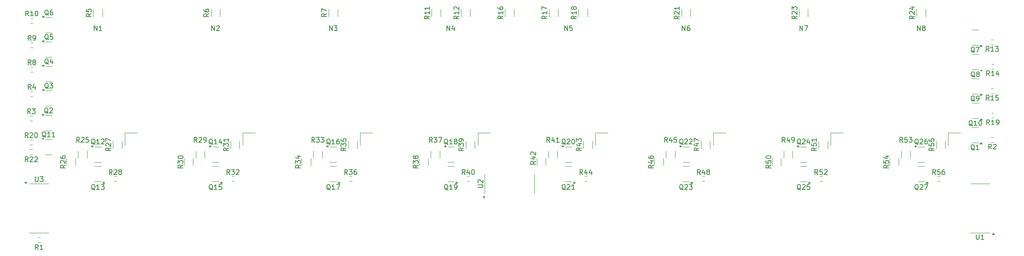
<source format=gbr>
%TF.GenerationSoftware,KiCad,Pcbnew,8.0.3*%
%TF.CreationDate,2024-06-16T18:09:27+12:00*%
%TF.ProjectId,nixie_board,6e697869-655f-4626-9f61-72642e6b6963,0.1.1*%
%TF.SameCoordinates,Original*%
%TF.FileFunction,Legend,Top*%
%TF.FilePolarity,Positive*%
%FSLAX46Y46*%
G04 Gerber Fmt 4.6, Leading zero omitted, Abs format (unit mm)*
G04 Created by KiCad (PCBNEW 8.0.3) date 2024-06-16 18:09:27*
%MOMM*%
%LPD*%
G01*
G04 APERTURE LIST*
%ADD10C,0.153000*%
%ADD11C,0.120000*%
%ADD12C,0.100000*%
G04 APERTURE END LIST*
D10*
X55233333Y-85624663D02*
X54900000Y-85148472D01*
X54661905Y-85624663D02*
X54661905Y-84624663D01*
X54661905Y-84624663D02*
X55042857Y-84624663D01*
X55042857Y-84624663D02*
X55138095Y-84672282D01*
X55138095Y-84672282D02*
X55185714Y-84719901D01*
X55185714Y-84719901D02*
X55233333Y-84815139D01*
X55233333Y-84815139D02*
X55233333Y-84957996D01*
X55233333Y-84957996D02*
X55185714Y-85053234D01*
X55185714Y-85053234D02*
X55138095Y-85100853D01*
X55138095Y-85100853D02*
X55042857Y-85148472D01*
X55042857Y-85148472D02*
X54661905Y-85148472D01*
X55566667Y-84624663D02*
X56185714Y-84624663D01*
X56185714Y-84624663D02*
X55852381Y-85005615D01*
X55852381Y-85005615D02*
X55995238Y-85005615D01*
X55995238Y-85005615D02*
X56090476Y-85053234D01*
X56090476Y-85053234D02*
X56138095Y-85100853D01*
X56138095Y-85100853D02*
X56185714Y-85196091D01*
X56185714Y-85196091D02*
X56185714Y-85434186D01*
X56185714Y-85434186D02*
X56138095Y-85529424D01*
X56138095Y-85529424D02*
X56090476Y-85577044D01*
X56090476Y-85577044D02*
X55995238Y-85624663D01*
X55995238Y-85624663D02*
X55709524Y-85624663D01*
X55709524Y-85624663D02*
X55614286Y-85577044D01*
X55614286Y-85577044D02*
X55566667Y-85529424D01*
X95919642Y-98104663D02*
X95586309Y-97628472D01*
X95348214Y-98104663D02*
X95348214Y-97104663D01*
X95348214Y-97104663D02*
X95729166Y-97104663D01*
X95729166Y-97104663D02*
X95824404Y-97152282D01*
X95824404Y-97152282D02*
X95872023Y-97199901D01*
X95872023Y-97199901D02*
X95919642Y-97295139D01*
X95919642Y-97295139D02*
X95919642Y-97437996D01*
X95919642Y-97437996D02*
X95872023Y-97533234D01*
X95872023Y-97533234D02*
X95824404Y-97580853D01*
X95824404Y-97580853D02*
X95729166Y-97628472D01*
X95729166Y-97628472D02*
X95348214Y-97628472D01*
X96252976Y-97104663D02*
X96872023Y-97104663D01*
X96872023Y-97104663D02*
X96538690Y-97485615D01*
X96538690Y-97485615D02*
X96681547Y-97485615D01*
X96681547Y-97485615D02*
X96776785Y-97533234D01*
X96776785Y-97533234D02*
X96824404Y-97580853D01*
X96824404Y-97580853D02*
X96872023Y-97676091D01*
X96872023Y-97676091D02*
X96872023Y-97914186D01*
X96872023Y-97914186D02*
X96824404Y-98009424D01*
X96824404Y-98009424D02*
X96776785Y-98057044D01*
X96776785Y-98057044D02*
X96681547Y-98104663D01*
X96681547Y-98104663D02*
X96395833Y-98104663D01*
X96395833Y-98104663D02*
X96300595Y-98057044D01*
X96300595Y-98057044D02*
X96252976Y-98009424D01*
X97252976Y-97199901D02*
X97300595Y-97152282D01*
X97300595Y-97152282D02*
X97395833Y-97104663D01*
X97395833Y-97104663D02*
X97633928Y-97104663D01*
X97633928Y-97104663D02*
X97729166Y-97152282D01*
X97729166Y-97152282D02*
X97776785Y-97199901D01*
X97776785Y-97199901D02*
X97824404Y-97295139D01*
X97824404Y-97295139D02*
X97824404Y-97390377D01*
X97824404Y-97390377D02*
X97776785Y-97533234D01*
X97776785Y-97533234D02*
X97205357Y-98104663D01*
X97205357Y-98104663D02*
X97824404Y-98104663D01*
X92428571Y-91949901D02*
X92333333Y-91902282D01*
X92333333Y-91902282D02*
X92238095Y-91807044D01*
X92238095Y-91807044D02*
X92095238Y-91664186D01*
X92095238Y-91664186D02*
X92000000Y-91616567D01*
X92000000Y-91616567D02*
X91904762Y-91616567D01*
X91952381Y-91854663D02*
X91857143Y-91807044D01*
X91857143Y-91807044D02*
X91761905Y-91711805D01*
X91761905Y-91711805D02*
X91714286Y-91521329D01*
X91714286Y-91521329D02*
X91714286Y-91187996D01*
X91714286Y-91187996D02*
X91761905Y-90997520D01*
X91761905Y-90997520D02*
X91857143Y-90902282D01*
X91857143Y-90902282D02*
X91952381Y-90854663D01*
X91952381Y-90854663D02*
X92142857Y-90854663D01*
X92142857Y-90854663D02*
X92238095Y-90902282D01*
X92238095Y-90902282D02*
X92333333Y-90997520D01*
X92333333Y-90997520D02*
X92380952Y-91187996D01*
X92380952Y-91187996D02*
X92380952Y-91521329D01*
X92380952Y-91521329D02*
X92333333Y-91711805D01*
X92333333Y-91711805D02*
X92238095Y-91807044D01*
X92238095Y-91807044D02*
X92142857Y-91854663D01*
X92142857Y-91854663D02*
X91952381Y-91854663D01*
X93333333Y-91854663D02*
X92761905Y-91854663D01*
X93047619Y-91854663D02*
X93047619Y-90854663D01*
X93047619Y-90854663D02*
X92952381Y-90997520D01*
X92952381Y-90997520D02*
X92857143Y-91092758D01*
X92857143Y-91092758D02*
X92761905Y-91140377D01*
X94190476Y-91187996D02*
X94190476Y-91854663D01*
X93952381Y-90807044D02*
X93714286Y-91521329D01*
X93714286Y-91521329D02*
X94333333Y-91521329D01*
X137227142Y-91494663D02*
X136893809Y-91018472D01*
X136655714Y-91494663D02*
X136655714Y-90494663D01*
X136655714Y-90494663D02*
X137036666Y-90494663D01*
X137036666Y-90494663D02*
X137131904Y-90542282D01*
X137131904Y-90542282D02*
X137179523Y-90589901D01*
X137179523Y-90589901D02*
X137227142Y-90685139D01*
X137227142Y-90685139D02*
X137227142Y-90827996D01*
X137227142Y-90827996D02*
X137179523Y-90923234D01*
X137179523Y-90923234D02*
X137131904Y-90970853D01*
X137131904Y-90970853D02*
X137036666Y-91018472D01*
X137036666Y-91018472D02*
X136655714Y-91018472D01*
X137560476Y-90494663D02*
X138179523Y-90494663D01*
X138179523Y-90494663D02*
X137846190Y-90875615D01*
X137846190Y-90875615D02*
X137989047Y-90875615D01*
X137989047Y-90875615D02*
X138084285Y-90923234D01*
X138084285Y-90923234D02*
X138131904Y-90970853D01*
X138131904Y-90970853D02*
X138179523Y-91066091D01*
X138179523Y-91066091D02*
X138179523Y-91304186D01*
X138179523Y-91304186D02*
X138131904Y-91399424D01*
X138131904Y-91399424D02*
X138084285Y-91447044D01*
X138084285Y-91447044D02*
X137989047Y-91494663D01*
X137989047Y-91494663D02*
X137703333Y-91494663D01*
X137703333Y-91494663D02*
X137608095Y-91447044D01*
X137608095Y-91447044D02*
X137560476Y-91399424D01*
X138512857Y-90494663D02*
X139179523Y-90494663D01*
X139179523Y-90494663D02*
X138750952Y-91494663D01*
X211634663Y-65642857D02*
X211158472Y-65976190D01*
X211634663Y-66214285D02*
X210634663Y-66214285D01*
X210634663Y-66214285D02*
X210634663Y-65833333D01*
X210634663Y-65833333D02*
X210682282Y-65738095D01*
X210682282Y-65738095D02*
X210729901Y-65690476D01*
X210729901Y-65690476D02*
X210825139Y-65642857D01*
X210825139Y-65642857D02*
X210967996Y-65642857D01*
X210967996Y-65642857D02*
X211063234Y-65690476D01*
X211063234Y-65690476D02*
X211110853Y-65738095D01*
X211110853Y-65738095D02*
X211158472Y-65833333D01*
X211158472Y-65833333D02*
X211158472Y-66214285D01*
X210729901Y-65261904D02*
X210682282Y-65214285D01*
X210682282Y-65214285D02*
X210634663Y-65119047D01*
X210634663Y-65119047D02*
X210634663Y-64880952D01*
X210634663Y-64880952D02*
X210682282Y-64785714D01*
X210682282Y-64785714D02*
X210729901Y-64738095D01*
X210729901Y-64738095D02*
X210825139Y-64690476D01*
X210825139Y-64690476D02*
X210920377Y-64690476D01*
X210920377Y-64690476D02*
X211063234Y-64738095D01*
X211063234Y-64738095D02*
X211634663Y-65309523D01*
X211634663Y-65309523D02*
X211634663Y-64690476D01*
X210634663Y-64357142D02*
X210634663Y-63738095D01*
X210634663Y-63738095D02*
X211015615Y-64071428D01*
X211015615Y-64071428D02*
X211015615Y-63928571D01*
X211015615Y-63928571D02*
X211063234Y-63833333D01*
X211063234Y-63833333D02*
X211110853Y-63785714D01*
X211110853Y-63785714D02*
X211206091Y-63738095D01*
X211206091Y-63738095D02*
X211444186Y-63738095D01*
X211444186Y-63738095D02*
X211539424Y-63785714D01*
X211539424Y-63785714D02*
X211587044Y-63833333D01*
X211587044Y-63833333D02*
X211634663Y-63928571D01*
X211634663Y-63928571D02*
X211634663Y-64214285D01*
X211634663Y-64214285D02*
X211587044Y-64309523D01*
X211587044Y-64309523D02*
X211539424Y-64357142D01*
X54857142Y-65624663D02*
X54523809Y-65148472D01*
X54285714Y-65624663D02*
X54285714Y-64624663D01*
X54285714Y-64624663D02*
X54666666Y-64624663D01*
X54666666Y-64624663D02*
X54761904Y-64672282D01*
X54761904Y-64672282D02*
X54809523Y-64719901D01*
X54809523Y-64719901D02*
X54857142Y-64815139D01*
X54857142Y-64815139D02*
X54857142Y-64957996D01*
X54857142Y-64957996D02*
X54809523Y-65053234D01*
X54809523Y-65053234D02*
X54761904Y-65100853D01*
X54761904Y-65100853D02*
X54666666Y-65148472D01*
X54666666Y-65148472D02*
X54285714Y-65148472D01*
X55809523Y-65624663D02*
X55238095Y-65624663D01*
X55523809Y-65624663D02*
X55523809Y-64624663D01*
X55523809Y-64624663D02*
X55428571Y-64767520D01*
X55428571Y-64767520D02*
X55333333Y-64862758D01*
X55333333Y-64862758D02*
X55238095Y-64910377D01*
X56428571Y-64624663D02*
X56523809Y-64624663D01*
X56523809Y-64624663D02*
X56619047Y-64672282D01*
X56619047Y-64672282D02*
X56666666Y-64719901D01*
X56666666Y-64719901D02*
X56714285Y-64815139D01*
X56714285Y-64815139D02*
X56761904Y-65005615D01*
X56761904Y-65005615D02*
X56761904Y-65243710D01*
X56761904Y-65243710D02*
X56714285Y-65434186D01*
X56714285Y-65434186D02*
X56666666Y-65529424D01*
X56666666Y-65529424D02*
X56619047Y-65577044D01*
X56619047Y-65577044D02*
X56523809Y-65624663D01*
X56523809Y-65624663D02*
X56428571Y-65624663D01*
X56428571Y-65624663D02*
X56333333Y-65577044D01*
X56333333Y-65577044D02*
X56285714Y-65529424D01*
X56285714Y-65529424D02*
X56238095Y-65434186D01*
X56238095Y-65434186D02*
X56190476Y-65243710D01*
X56190476Y-65243710D02*
X56190476Y-65005615D01*
X56190476Y-65005615D02*
X56238095Y-64815139D01*
X56238095Y-64815139D02*
X56285714Y-64719901D01*
X56285714Y-64719901D02*
X56333333Y-64672282D01*
X56333333Y-64672282D02*
X56428571Y-64624663D01*
X206344663Y-96162857D02*
X205868472Y-96496190D01*
X206344663Y-96734285D02*
X205344663Y-96734285D01*
X205344663Y-96734285D02*
X205344663Y-96353333D01*
X205344663Y-96353333D02*
X205392282Y-96258095D01*
X205392282Y-96258095D02*
X205439901Y-96210476D01*
X205439901Y-96210476D02*
X205535139Y-96162857D01*
X205535139Y-96162857D02*
X205677996Y-96162857D01*
X205677996Y-96162857D02*
X205773234Y-96210476D01*
X205773234Y-96210476D02*
X205820853Y-96258095D01*
X205820853Y-96258095D02*
X205868472Y-96353333D01*
X205868472Y-96353333D02*
X205868472Y-96734285D01*
X205344663Y-95258095D02*
X205344663Y-95734285D01*
X205344663Y-95734285D02*
X205820853Y-95781904D01*
X205820853Y-95781904D02*
X205773234Y-95734285D01*
X205773234Y-95734285D02*
X205725615Y-95639047D01*
X205725615Y-95639047D02*
X205725615Y-95400952D01*
X205725615Y-95400952D02*
X205773234Y-95305714D01*
X205773234Y-95305714D02*
X205820853Y-95258095D01*
X205820853Y-95258095D02*
X205916091Y-95210476D01*
X205916091Y-95210476D02*
X206154186Y-95210476D01*
X206154186Y-95210476D02*
X206249424Y-95258095D01*
X206249424Y-95258095D02*
X206297044Y-95305714D01*
X206297044Y-95305714D02*
X206344663Y-95400952D01*
X206344663Y-95400952D02*
X206344663Y-95639047D01*
X206344663Y-95639047D02*
X206297044Y-95734285D01*
X206297044Y-95734285D02*
X206249424Y-95781904D01*
X205344663Y-94591428D02*
X205344663Y-94496190D01*
X205344663Y-94496190D02*
X205392282Y-94400952D01*
X205392282Y-94400952D02*
X205439901Y-94353333D01*
X205439901Y-94353333D02*
X205535139Y-94305714D01*
X205535139Y-94305714D02*
X205725615Y-94258095D01*
X205725615Y-94258095D02*
X205963710Y-94258095D01*
X205963710Y-94258095D02*
X206154186Y-94305714D01*
X206154186Y-94305714D02*
X206249424Y-94353333D01*
X206249424Y-94353333D02*
X206297044Y-94400952D01*
X206297044Y-94400952D02*
X206344663Y-94496190D01*
X206344663Y-94496190D02*
X206344663Y-94591428D01*
X206344663Y-94591428D02*
X206297044Y-94686666D01*
X206297044Y-94686666D02*
X206249424Y-94734285D01*
X206249424Y-94734285D02*
X206154186Y-94781904D01*
X206154186Y-94781904D02*
X205963710Y-94829523D01*
X205963710Y-94829523D02*
X205725615Y-94829523D01*
X205725615Y-94829523D02*
X205535139Y-94781904D01*
X205535139Y-94781904D02*
X205439901Y-94734285D01*
X205439901Y-94734285D02*
X205392282Y-94686666D01*
X205392282Y-94686666D02*
X205344663Y-94591428D01*
X55333333Y-70624663D02*
X55000000Y-70148472D01*
X54761905Y-70624663D02*
X54761905Y-69624663D01*
X54761905Y-69624663D02*
X55142857Y-69624663D01*
X55142857Y-69624663D02*
X55238095Y-69672282D01*
X55238095Y-69672282D02*
X55285714Y-69719901D01*
X55285714Y-69719901D02*
X55333333Y-69815139D01*
X55333333Y-69815139D02*
X55333333Y-69957996D01*
X55333333Y-69957996D02*
X55285714Y-70053234D01*
X55285714Y-70053234D02*
X55238095Y-70100853D01*
X55238095Y-70100853D02*
X55142857Y-70148472D01*
X55142857Y-70148472D02*
X54761905Y-70148472D01*
X55809524Y-70624663D02*
X56000000Y-70624663D01*
X56000000Y-70624663D02*
X56095238Y-70577044D01*
X56095238Y-70577044D02*
X56142857Y-70529424D01*
X56142857Y-70529424D02*
X56238095Y-70386567D01*
X56238095Y-70386567D02*
X56285714Y-70196091D01*
X56285714Y-70196091D02*
X56285714Y-69815139D01*
X56285714Y-69815139D02*
X56238095Y-69719901D01*
X56238095Y-69719901D02*
X56190476Y-69672282D01*
X56190476Y-69672282D02*
X56095238Y-69624663D01*
X56095238Y-69624663D02*
X55904762Y-69624663D01*
X55904762Y-69624663D02*
X55809524Y-69672282D01*
X55809524Y-69672282D02*
X55761905Y-69719901D01*
X55761905Y-69719901D02*
X55714286Y-69815139D01*
X55714286Y-69815139D02*
X55714286Y-70053234D01*
X55714286Y-70053234D02*
X55761905Y-70148472D01*
X55761905Y-70148472D02*
X55809524Y-70196091D01*
X55809524Y-70196091D02*
X55904762Y-70243710D01*
X55904762Y-70243710D02*
X56095238Y-70243710D01*
X56095238Y-70243710D02*
X56190476Y-70196091D01*
X56190476Y-70196091D02*
X56238095Y-70148472D01*
X56238095Y-70148472D02*
X56285714Y-70053234D01*
X71919642Y-98104663D02*
X71586309Y-97628472D01*
X71348214Y-98104663D02*
X71348214Y-97104663D01*
X71348214Y-97104663D02*
X71729166Y-97104663D01*
X71729166Y-97104663D02*
X71824404Y-97152282D01*
X71824404Y-97152282D02*
X71872023Y-97199901D01*
X71872023Y-97199901D02*
X71919642Y-97295139D01*
X71919642Y-97295139D02*
X71919642Y-97437996D01*
X71919642Y-97437996D02*
X71872023Y-97533234D01*
X71872023Y-97533234D02*
X71824404Y-97580853D01*
X71824404Y-97580853D02*
X71729166Y-97628472D01*
X71729166Y-97628472D02*
X71348214Y-97628472D01*
X72300595Y-97199901D02*
X72348214Y-97152282D01*
X72348214Y-97152282D02*
X72443452Y-97104663D01*
X72443452Y-97104663D02*
X72681547Y-97104663D01*
X72681547Y-97104663D02*
X72776785Y-97152282D01*
X72776785Y-97152282D02*
X72824404Y-97199901D01*
X72824404Y-97199901D02*
X72872023Y-97295139D01*
X72872023Y-97295139D02*
X72872023Y-97390377D01*
X72872023Y-97390377D02*
X72824404Y-97533234D01*
X72824404Y-97533234D02*
X72252976Y-98104663D01*
X72252976Y-98104663D02*
X72872023Y-98104663D01*
X73443452Y-97533234D02*
X73348214Y-97485615D01*
X73348214Y-97485615D02*
X73300595Y-97437996D01*
X73300595Y-97437996D02*
X73252976Y-97342758D01*
X73252976Y-97342758D02*
X73252976Y-97295139D01*
X73252976Y-97295139D02*
X73300595Y-97199901D01*
X73300595Y-97199901D02*
X73348214Y-97152282D01*
X73348214Y-97152282D02*
X73443452Y-97104663D01*
X73443452Y-97104663D02*
X73633928Y-97104663D01*
X73633928Y-97104663D02*
X73729166Y-97152282D01*
X73729166Y-97152282D02*
X73776785Y-97199901D01*
X73776785Y-97199901D02*
X73824404Y-97295139D01*
X73824404Y-97295139D02*
X73824404Y-97342758D01*
X73824404Y-97342758D02*
X73776785Y-97437996D01*
X73776785Y-97437996D02*
X73729166Y-97485615D01*
X73729166Y-97485615D02*
X73633928Y-97533234D01*
X73633928Y-97533234D02*
X73443452Y-97533234D01*
X73443452Y-97533234D02*
X73348214Y-97580853D01*
X73348214Y-97580853D02*
X73300595Y-97628472D01*
X73300595Y-97628472D02*
X73252976Y-97723710D01*
X73252976Y-97723710D02*
X73252976Y-97914186D01*
X73252976Y-97914186D02*
X73300595Y-98009424D01*
X73300595Y-98009424D02*
X73348214Y-98057044D01*
X73348214Y-98057044D02*
X73443452Y-98104663D01*
X73443452Y-98104663D02*
X73633928Y-98104663D01*
X73633928Y-98104663D02*
X73729166Y-98057044D01*
X73729166Y-98057044D02*
X73776785Y-98009424D01*
X73776785Y-98009424D02*
X73824404Y-97914186D01*
X73824404Y-97914186D02*
X73824404Y-97723710D01*
X73824404Y-97723710D02*
X73776785Y-97628472D01*
X73776785Y-97628472D02*
X73729166Y-97580853D01*
X73729166Y-97580853D02*
X73633928Y-97533234D01*
X92428571Y-101249901D02*
X92333333Y-101202282D01*
X92333333Y-101202282D02*
X92238095Y-101107044D01*
X92238095Y-101107044D02*
X92095238Y-100964186D01*
X92095238Y-100964186D02*
X92000000Y-100916567D01*
X92000000Y-100916567D02*
X91904762Y-100916567D01*
X91952381Y-101154663D02*
X91857143Y-101107044D01*
X91857143Y-101107044D02*
X91761905Y-101011805D01*
X91761905Y-101011805D02*
X91714286Y-100821329D01*
X91714286Y-100821329D02*
X91714286Y-100487996D01*
X91714286Y-100487996D02*
X91761905Y-100297520D01*
X91761905Y-100297520D02*
X91857143Y-100202282D01*
X91857143Y-100202282D02*
X91952381Y-100154663D01*
X91952381Y-100154663D02*
X92142857Y-100154663D01*
X92142857Y-100154663D02*
X92238095Y-100202282D01*
X92238095Y-100202282D02*
X92333333Y-100297520D01*
X92333333Y-100297520D02*
X92380952Y-100487996D01*
X92380952Y-100487996D02*
X92380952Y-100821329D01*
X92380952Y-100821329D02*
X92333333Y-101011805D01*
X92333333Y-101011805D02*
X92238095Y-101107044D01*
X92238095Y-101107044D02*
X92142857Y-101154663D01*
X92142857Y-101154663D02*
X91952381Y-101154663D01*
X93333333Y-101154663D02*
X92761905Y-101154663D01*
X93047619Y-101154663D02*
X93047619Y-100154663D01*
X93047619Y-100154663D02*
X92952381Y-100297520D01*
X92952381Y-100297520D02*
X92857143Y-100392758D01*
X92857143Y-100392758D02*
X92761905Y-100440377D01*
X94238095Y-100154663D02*
X93761905Y-100154663D01*
X93761905Y-100154663D02*
X93714286Y-100630853D01*
X93714286Y-100630853D02*
X93761905Y-100583234D01*
X93761905Y-100583234D02*
X93857143Y-100535615D01*
X93857143Y-100535615D02*
X94095238Y-100535615D01*
X94095238Y-100535615D02*
X94190476Y-100583234D01*
X94190476Y-100583234D02*
X94238095Y-100630853D01*
X94238095Y-100630853D02*
X94285714Y-100726091D01*
X94285714Y-100726091D02*
X94285714Y-100964186D01*
X94285714Y-100964186D02*
X94238095Y-101059424D01*
X94238095Y-101059424D02*
X94190476Y-101107044D01*
X94190476Y-101107044D02*
X94095238Y-101154663D01*
X94095238Y-101154663D02*
X93857143Y-101154663D01*
X93857143Y-101154663D02*
X93761905Y-101107044D01*
X93761905Y-101107044D02*
X93714286Y-101059424D01*
X160634663Y-65642857D02*
X160158472Y-65976190D01*
X160634663Y-66214285D02*
X159634663Y-66214285D01*
X159634663Y-66214285D02*
X159634663Y-65833333D01*
X159634663Y-65833333D02*
X159682282Y-65738095D01*
X159682282Y-65738095D02*
X159729901Y-65690476D01*
X159729901Y-65690476D02*
X159825139Y-65642857D01*
X159825139Y-65642857D02*
X159967996Y-65642857D01*
X159967996Y-65642857D02*
X160063234Y-65690476D01*
X160063234Y-65690476D02*
X160110853Y-65738095D01*
X160110853Y-65738095D02*
X160158472Y-65833333D01*
X160158472Y-65833333D02*
X160158472Y-66214285D01*
X160634663Y-64690476D02*
X160634663Y-65261904D01*
X160634663Y-64976190D02*
X159634663Y-64976190D01*
X159634663Y-64976190D02*
X159777520Y-65071428D01*
X159777520Y-65071428D02*
X159872758Y-65166666D01*
X159872758Y-65166666D02*
X159920377Y-65261904D01*
X159634663Y-64357142D02*
X159634663Y-63690476D01*
X159634663Y-63690476D02*
X160634663Y-64119047D01*
X113227142Y-91494663D02*
X112893809Y-91018472D01*
X112655714Y-91494663D02*
X112655714Y-90494663D01*
X112655714Y-90494663D02*
X113036666Y-90494663D01*
X113036666Y-90494663D02*
X113131904Y-90542282D01*
X113131904Y-90542282D02*
X113179523Y-90589901D01*
X113179523Y-90589901D02*
X113227142Y-90685139D01*
X113227142Y-90685139D02*
X113227142Y-90827996D01*
X113227142Y-90827996D02*
X113179523Y-90923234D01*
X113179523Y-90923234D02*
X113131904Y-90970853D01*
X113131904Y-90970853D02*
X113036666Y-91018472D01*
X113036666Y-91018472D02*
X112655714Y-91018472D01*
X113560476Y-90494663D02*
X114179523Y-90494663D01*
X114179523Y-90494663D02*
X113846190Y-90875615D01*
X113846190Y-90875615D02*
X113989047Y-90875615D01*
X113989047Y-90875615D02*
X114084285Y-90923234D01*
X114084285Y-90923234D02*
X114131904Y-90970853D01*
X114131904Y-90970853D02*
X114179523Y-91066091D01*
X114179523Y-91066091D02*
X114179523Y-91304186D01*
X114179523Y-91304186D02*
X114131904Y-91399424D01*
X114131904Y-91399424D02*
X114084285Y-91447044D01*
X114084285Y-91447044D02*
X113989047Y-91494663D01*
X113989047Y-91494663D02*
X113703333Y-91494663D01*
X113703333Y-91494663D02*
X113608095Y-91447044D01*
X113608095Y-91447044D02*
X113560476Y-91399424D01*
X114512857Y-90494663D02*
X115131904Y-90494663D01*
X115131904Y-90494663D02*
X114798571Y-90875615D01*
X114798571Y-90875615D02*
X114941428Y-90875615D01*
X114941428Y-90875615D02*
X115036666Y-90923234D01*
X115036666Y-90923234D02*
X115084285Y-90970853D01*
X115084285Y-90970853D02*
X115131904Y-91066091D01*
X115131904Y-91066091D02*
X115131904Y-91304186D01*
X115131904Y-91304186D02*
X115084285Y-91399424D01*
X115084285Y-91399424D02*
X115036666Y-91447044D01*
X115036666Y-91447044D02*
X114941428Y-91494663D01*
X114941428Y-91494663D02*
X114655714Y-91494663D01*
X114655714Y-91494663D02*
X114560476Y-91447044D01*
X114560476Y-91447044D02*
X114512857Y-91399424D01*
X68238095Y-68654663D02*
X68238095Y-67654663D01*
X68238095Y-67654663D02*
X68809523Y-68654663D01*
X68809523Y-68654663D02*
X68809523Y-67654663D01*
X69809523Y-68654663D02*
X69238095Y-68654663D01*
X69523809Y-68654663D02*
X69523809Y-67654663D01*
X69523809Y-67654663D02*
X69428571Y-67797520D01*
X69428571Y-67797520D02*
X69333333Y-67892758D01*
X69333333Y-67892758D02*
X69238095Y-67940377D01*
X62344663Y-96162857D02*
X61868472Y-96496190D01*
X62344663Y-96734285D02*
X61344663Y-96734285D01*
X61344663Y-96734285D02*
X61344663Y-96353333D01*
X61344663Y-96353333D02*
X61392282Y-96258095D01*
X61392282Y-96258095D02*
X61439901Y-96210476D01*
X61439901Y-96210476D02*
X61535139Y-96162857D01*
X61535139Y-96162857D02*
X61677996Y-96162857D01*
X61677996Y-96162857D02*
X61773234Y-96210476D01*
X61773234Y-96210476D02*
X61820853Y-96258095D01*
X61820853Y-96258095D02*
X61868472Y-96353333D01*
X61868472Y-96353333D02*
X61868472Y-96734285D01*
X61439901Y-95781904D02*
X61392282Y-95734285D01*
X61392282Y-95734285D02*
X61344663Y-95639047D01*
X61344663Y-95639047D02*
X61344663Y-95400952D01*
X61344663Y-95400952D02*
X61392282Y-95305714D01*
X61392282Y-95305714D02*
X61439901Y-95258095D01*
X61439901Y-95258095D02*
X61535139Y-95210476D01*
X61535139Y-95210476D02*
X61630377Y-95210476D01*
X61630377Y-95210476D02*
X61773234Y-95258095D01*
X61773234Y-95258095D02*
X62344663Y-95829523D01*
X62344663Y-95829523D02*
X62344663Y-95210476D01*
X61344663Y-94353333D02*
X61344663Y-94543809D01*
X61344663Y-94543809D02*
X61392282Y-94639047D01*
X61392282Y-94639047D02*
X61439901Y-94686666D01*
X61439901Y-94686666D02*
X61582758Y-94781904D01*
X61582758Y-94781904D02*
X61773234Y-94829523D01*
X61773234Y-94829523D02*
X62154186Y-94829523D01*
X62154186Y-94829523D02*
X62249424Y-94781904D01*
X62249424Y-94781904D02*
X62297044Y-94734285D01*
X62297044Y-94734285D02*
X62344663Y-94639047D01*
X62344663Y-94639047D02*
X62344663Y-94448571D01*
X62344663Y-94448571D02*
X62297044Y-94353333D01*
X62297044Y-94353333D02*
X62249424Y-94305714D01*
X62249424Y-94305714D02*
X62154186Y-94258095D01*
X62154186Y-94258095D02*
X61916091Y-94258095D01*
X61916091Y-94258095D02*
X61820853Y-94305714D01*
X61820853Y-94305714D02*
X61773234Y-94353333D01*
X61773234Y-94353333D02*
X61725615Y-94448571D01*
X61725615Y-94448571D02*
X61725615Y-94639047D01*
X61725615Y-94639047D02*
X61773234Y-94734285D01*
X61773234Y-94734285D02*
X61820853Y-94781904D01*
X61820853Y-94781904D02*
X61916091Y-94829523D01*
X248238095Y-110354663D02*
X248238095Y-111164186D01*
X248238095Y-111164186D02*
X248285714Y-111259424D01*
X248285714Y-111259424D02*
X248333333Y-111307044D01*
X248333333Y-111307044D02*
X248428571Y-111354663D01*
X248428571Y-111354663D02*
X248619047Y-111354663D01*
X248619047Y-111354663D02*
X248714285Y-111307044D01*
X248714285Y-111307044D02*
X248761904Y-111259424D01*
X248761904Y-111259424D02*
X248809523Y-111164186D01*
X248809523Y-111164186D02*
X248809523Y-110354663D01*
X249809523Y-111354663D02*
X249238095Y-111354663D01*
X249523809Y-111354663D02*
X249523809Y-110354663D01*
X249523809Y-110354663D02*
X249428571Y-110497520D01*
X249428571Y-110497520D02*
X249333333Y-110592758D01*
X249333333Y-110592758D02*
X249238095Y-110640377D01*
X230344663Y-96162857D02*
X229868472Y-96496190D01*
X230344663Y-96734285D02*
X229344663Y-96734285D01*
X229344663Y-96734285D02*
X229344663Y-96353333D01*
X229344663Y-96353333D02*
X229392282Y-96258095D01*
X229392282Y-96258095D02*
X229439901Y-96210476D01*
X229439901Y-96210476D02*
X229535139Y-96162857D01*
X229535139Y-96162857D02*
X229677996Y-96162857D01*
X229677996Y-96162857D02*
X229773234Y-96210476D01*
X229773234Y-96210476D02*
X229820853Y-96258095D01*
X229820853Y-96258095D02*
X229868472Y-96353333D01*
X229868472Y-96353333D02*
X229868472Y-96734285D01*
X229344663Y-95258095D02*
X229344663Y-95734285D01*
X229344663Y-95734285D02*
X229820853Y-95781904D01*
X229820853Y-95781904D02*
X229773234Y-95734285D01*
X229773234Y-95734285D02*
X229725615Y-95639047D01*
X229725615Y-95639047D02*
X229725615Y-95400952D01*
X229725615Y-95400952D02*
X229773234Y-95305714D01*
X229773234Y-95305714D02*
X229820853Y-95258095D01*
X229820853Y-95258095D02*
X229916091Y-95210476D01*
X229916091Y-95210476D02*
X230154186Y-95210476D01*
X230154186Y-95210476D02*
X230249424Y-95258095D01*
X230249424Y-95258095D02*
X230297044Y-95305714D01*
X230297044Y-95305714D02*
X230344663Y-95400952D01*
X230344663Y-95400952D02*
X230344663Y-95639047D01*
X230344663Y-95639047D02*
X230297044Y-95734285D01*
X230297044Y-95734285D02*
X230249424Y-95781904D01*
X229677996Y-94353333D02*
X230344663Y-94353333D01*
X229297044Y-94591428D02*
X230011329Y-94829523D01*
X230011329Y-94829523D02*
X230011329Y-94210476D01*
X215634663Y-92642857D02*
X215158472Y-92976190D01*
X215634663Y-93214285D02*
X214634663Y-93214285D01*
X214634663Y-93214285D02*
X214634663Y-92833333D01*
X214634663Y-92833333D02*
X214682282Y-92738095D01*
X214682282Y-92738095D02*
X214729901Y-92690476D01*
X214729901Y-92690476D02*
X214825139Y-92642857D01*
X214825139Y-92642857D02*
X214967996Y-92642857D01*
X214967996Y-92642857D02*
X215063234Y-92690476D01*
X215063234Y-92690476D02*
X215110853Y-92738095D01*
X215110853Y-92738095D02*
X215158472Y-92833333D01*
X215158472Y-92833333D02*
X215158472Y-93214285D01*
X214634663Y-91738095D02*
X214634663Y-92214285D01*
X214634663Y-92214285D02*
X215110853Y-92261904D01*
X215110853Y-92261904D02*
X215063234Y-92214285D01*
X215063234Y-92214285D02*
X215015615Y-92119047D01*
X215015615Y-92119047D02*
X215015615Y-91880952D01*
X215015615Y-91880952D02*
X215063234Y-91785714D01*
X215063234Y-91785714D02*
X215110853Y-91738095D01*
X215110853Y-91738095D02*
X215206091Y-91690476D01*
X215206091Y-91690476D02*
X215444186Y-91690476D01*
X215444186Y-91690476D02*
X215539424Y-91738095D01*
X215539424Y-91738095D02*
X215587044Y-91785714D01*
X215587044Y-91785714D02*
X215634663Y-91880952D01*
X215634663Y-91880952D02*
X215634663Y-92119047D01*
X215634663Y-92119047D02*
X215587044Y-92214285D01*
X215587044Y-92214285D02*
X215539424Y-92261904D01*
X215634663Y-90738095D02*
X215634663Y-91309523D01*
X215634663Y-91023809D02*
X214634663Y-91023809D01*
X214634663Y-91023809D02*
X214777520Y-91119047D01*
X214777520Y-91119047D02*
X214872758Y-91214285D01*
X214872758Y-91214285D02*
X214920377Y-91309523D01*
X140428571Y-91949901D02*
X140333333Y-91902282D01*
X140333333Y-91902282D02*
X140238095Y-91807044D01*
X140238095Y-91807044D02*
X140095238Y-91664186D01*
X140095238Y-91664186D02*
X140000000Y-91616567D01*
X140000000Y-91616567D02*
X139904762Y-91616567D01*
X139952381Y-91854663D02*
X139857143Y-91807044D01*
X139857143Y-91807044D02*
X139761905Y-91711805D01*
X139761905Y-91711805D02*
X139714286Y-91521329D01*
X139714286Y-91521329D02*
X139714286Y-91187996D01*
X139714286Y-91187996D02*
X139761905Y-90997520D01*
X139761905Y-90997520D02*
X139857143Y-90902282D01*
X139857143Y-90902282D02*
X139952381Y-90854663D01*
X139952381Y-90854663D02*
X140142857Y-90854663D01*
X140142857Y-90854663D02*
X140238095Y-90902282D01*
X140238095Y-90902282D02*
X140333333Y-90997520D01*
X140333333Y-90997520D02*
X140380952Y-91187996D01*
X140380952Y-91187996D02*
X140380952Y-91521329D01*
X140380952Y-91521329D02*
X140333333Y-91711805D01*
X140333333Y-91711805D02*
X140238095Y-91807044D01*
X140238095Y-91807044D02*
X140142857Y-91854663D01*
X140142857Y-91854663D02*
X139952381Y-91854663D01*
X141333333Y-91854663D02*
X140761905Y-91854663D01*
X141047619Y-91854663D02*
X141047619Y-90854663D01*
X141047619Y-90854663D02*
X140952381Y-90997520D01*
X140952381Y-90997520D02*
X140857143Y-91092758D01*
X140857143Y-91092758D02*
X140761905Y-91140377D01*
X141904762Y-91283234D02*
X141809524Y-91235615D01*
X141809524Y-91235615D02*
X141761905Y-91187996D01*
X141761905Y-91187996D02*
X141714286Y-91092758D01*
X141714286Y-91092758D02*
X141714286Y-91045139D01*
X141714286Y-91045139D02*
X141761905Y-90949901D01*
X141761905Y-90949901D02*
X141809524Y-90902282D01*
X141809524Y-90902282D02*
X141904762Y-90854663D01*
X141904762Y-90854663D02*
X142095238Y-90854663D01*
X142095238Y-90854663D02*
X142190476Y-90902282D01*
X142190476Y-90902282D02*
X142238095Y-90949901D01*
X142238095Y-90949901D02*
X142285714Y-91045139D01*
X142285714Y-91045139D02*
X142285714Y-91092758D01*
X142285714Y-91092758D02*
X142238095Y-91187996D01*
X142238095Y-91187996D02*
X142190476Y-91235615D01*
X142190476Y-91235615D02*
X142095238Y-91283234D01*
X142095238Y-91283234D02*
X141904762Y-91283234D01*
X141904762Y-91283234D02*
X141809524Y-91330853D01*
X141809524Y-91330853D02*
X141761905Y-91378472D01*
X141761905Y-91378472D02*
X141714286Y-91473710D01*
X141714286Y-91473710D02*
X141714286Y-91664186D01*
X141714286Y-91664186D02*
X141761905Y-91759424D01*
X141761905Y-91759424D02*
X141809524Y-91807044D01*
X141809524Y-91807044D02*
X141904762Y-91854663D01*
X141904762Y-91854663D02*
X142095238Y-91854663D01*
X142095238Y-91854663D02*
X142190476Y-91807044D01*
X142190476Y-91807044D02*
X142238095Y-91759424D01*
X142238095Y-91759424D02*
X142285714Y-91664186D01*
X142285714Y-91664186D02*
X142285714Y-91473710D01*
X142285714Y-91473710D02*
X142238095Y-91378472D01*
X142238095Y-91378472D02*
X142190476Y-91330853D01*
X142190476Y-91330853D02*
X142095238Y-91283234D01*
X233227142Y-91494663D02*
X232893809Y-91018472D01*
X232655714Y-91494663D02*
X232655714Y-90494663D01*
X232655714Y-90494663D02*
X233036666Y-90494663D01*
X233036666Y-90494663D02*
X233131904Y-90542282D01*
X233131904Y-90542282D02*
X233179523Y-90589901D01*
X233179523Y-90589901D02*
X233227142Y-90685139D01*
X233227142Y-90685139D02*
X233227142Y-90827996D01*
X233227142Y-90827996D02*
X233179523Y-90923234D01*
X233179523Y-90923234D02*
X233131904Y-90970853D01*
X233131904Y-90970853D02*
X233036666Y-91018472D01*
X233036666Y-91018472D02*
X232655714Y-91018472D01*
X234131904Y-90494663D02*
X233655714Y-90494663D01*
X233655714Y-90494663D02*
X233608095Y-90970853D01*
X233608095Y-90970853D02*
X233655714Y-90923234D01*
X233655714Y-90923234D02*
X233750952Y-90875615D01*
X233750952Y-90875615D02*
X233989047Y-90875615D01*
X233989047Y-90875615D02*
X234084285Y-90923234D01*
X234084285Y-90923234D02*
X234131904Y-90970853D01*
X234131904Y-90970853D02*
X234179523Y-91066091D01*
X234179523Y-91066091D02*
X234179523Y-91304186D01*
X234179523Y-91304186D02*
X234131904Y-91399424D01*
X234131904Y-91399424D02*
X234084285Y-91447044D01*
X234084285Y-91447044D02*
X233989047Y-91494663D01*
X233989047Y-91494663D02*
X233750952Y-91494663D01*
X233750952Y-91494663D02*
X233655714Y-91447044D01*
X233655714Y-91447044D02*
X233608095Y-91399424D01*
X234512857Y-90494663D02*
X235131904Y-90494663D01*
X235131904Y-90494663D02*
X234798571Y-90875615D01*
X234798571Y-90875615D02*
X234941428Y-90875615D01*
X234941428Y-90875615D02*
X235036666Y-90923234D01*
X235036666Y-90923234D02*
X235084285Y-90970853D01*
X235084285Y-90970853D02*
X235131904Y-91066091D01*
X235131904Y-91066091D02*
X235131904Y-91304186D01*
X235131904Y-91304186D02*
X235084285Y-91399424D01*
X235084285Y-91399424D02*
X235036666Y-91447044D01*
X235036666Y-91447044D02*
X234941428Y-91494663D01*
X234941428Y-91494663D02*
X234655714Y-91494663D01*
X234655714Y-91494663D02*
X234560476Y-91447044D01*
X234560476Y-91447044D02*
X234512857Y-91399424D01*
X58842261Y-85549901D02*
X58747023Y-85502282D01*
X58747023Y-85502282D02*
X58651785Y-85407044D01*
X58651785Y-85407044D02*
X58508928Y-85264186D01*
X58508928Y-85264186D02*
X58413690Y-85216567D01*
X58413690Y-85216567D02*
X58318452Y-85216567D01*
X58366071Y-85454663D02*
X58270833Y-85407044D01*
X58270833Y-85407044D02*
X58175595Y-85311805D01*
X58175595Y-85311805D02*
X58127976Y-85121329D01*
X58127976Y-85121329D02*
X58127976Y-84787996D01*
X58127976Y-84787996D02*
X58175595Y-84597520D01*
X58175595Y-84597520D02*
X58270833Y-84502282D01*
X58270833Y-84502282D02*
X58366071Y-84454663D01*
X58366071Y-84454663D02*
X58556547Y-84454663D01*
X58556547Y-84454663D02*
X58651785Y-84502282D01*
X58651785Y-84502282D02*
X58747023Y-84597520D01*
X58747023Y-84597520D02*
X58794642Y-84787996D01*
X58794642Y-84787996D02*
X58794642Y-85121329D01*
X58794642Y-85121329D02*
X58747023Y-85311805D01*
X58747023Y-85311805D02*
X58651785Y-85407044D01*
X58651785Y-85407044D02*
X58556547Y-85454663D01*
X58556547Y-85454663D02*
X58366071Y-85454663D01*
X59175595Y-84549901D02*
X59223214Y-84502282D01*
X59223214Y-84502282D02*
X59318452Y-84454663D01*
X59318452Y-84454663D02*
X59556547Y-84454663D01*
X59556547Y-84454663D02*
X59651785Y-84502282D01*
X59651785Y-84502282D02*
X59699404Y-84549901D01*
X59699404Y-84549901D02*
X59747023Y-84645139D01*
X59747023Y-84645139D02*
X59747023Y-84740377D01*
X59747023Y-84740377D02*
X59699404Y-84883234D01*
X59699404Y-84883234D02*
X59127976Y-85454663D01*
X59127976Y-85454663D02*
X59747023Y-85454663D01*
X58366071Y-90449901D02*
X58270833Y-90402282D01*
X58270833Y-90402282D02*
X58175595Y-90307044D01*
X58175595Y-90307044D02*
X58032738Y-90164186D01*
X58032738Y-90164186D02*
X57937500Y-90116567D01*
X57937500Y-90116567D02*
X57842262Y-90116567D01*
X57889881Y-90354663D02*
X57794643Y-90307044D01*
X57794643Y-90307044D02*
X57699405Y-90211805D01*
X57699405Y-90211805D02*
X57651786Y-90021329D01*
X57651786Y-90021329D02*
X57651786Y-89687996D01*
X57651786Y-89687996D02*
X57699405Y-89497520D01*
X57699405Y-89497520D02*
X57794643Y-89402282D01*
X57794643Y-89402282D02*
X57889881Y-89354663D01*
X57889881Y-89354663D02*
X58080357Y-89354663D01*
X58080357Y-89354663D02*
X58175595Y-89402282D01*
X58175595Y-89402282D02*
X58270833Y-89497520D01*
X58270833Y-89497520D02*
X58318452Y-89687996D01*
X58318452Y-89687996D02*
X58318452Y-90021329D01*
X58318452Y-90021329D02*
X58270833Y-90211805D01*
X58270833Y-90211805D02*
X58175595Y-90307044D01*
X58175595Y-90307044D02*
X58080357Y-90354663D01*
X58080357Y-90354663D02*
X57889881Y-90354663D01*
X59270833Y-90354663D02*
X58699405Y-90354663D01*
X58985119Y-90354663D02*
X58985119Y-89354663D01*
X58985119Y-89354663D02*
X58889881Y-89497520D01*
X58889881Y-89497520D02*
X58794643Y-89592758D01*
X58794643Y-89592758D02*
X58699405Y-89640377D01*
X60223214Y-90354663D02*
X59651786Y-90354663D01*
X59937500Y-90354663D02*
X59937500Y-89354663D01*
X59937500Y-89354663D02*
X59842262Y-89497520D01*
X59842262Y-89497520D02*
X59747024Y-89592758D01*
X59747024Y-89592758D02*
X59651786Y-89640377D01*
X187634663Y-65642857D02*
X187158472Y-65976190D01*
X187634663Y-66214285D02*
X186634663Y-66214285D01*
X186634663Y-66214285D02*
X186634663Y-65833333D01*
X186634663Y-65833333D02*
X186682282Y-65738095D01*
X186682282Y-65738095D02*
X186729901Y-65690476D01*
X186729901Y-65690476D02*
X186825139Y-65642857D01*
X186825139Y-65642857D02*
X186967996Y-65642857D01*
X186967996Y-65642857D02*
X187063234Y-65690476D01*
X187063234Y-65690476D02*
X187110853Y-65738095D01*
X187110853Y-65738095D02*
X187158472Y-65833333D01*
X187158472Y-65833333D02*
X187158472Y-66214285D01*
X186729901Y-65261904D02*
X186682282Y-65214285D01*
X186682282Y-65214285D02*
X186634663Y-65119047D01*
X186634663Y-65119047D02*
X186634663Y-64880952D01*
X186634663Y-64880952D02*
X186682282Y-64785714D01*
X186682282Y-64785714D02*
X186729901Y-64738095D01*
X186729901Y-64738095D02*
X186825139Y-64690476D01*
X186825139Y-64690476D02*
X186920377Y-64690476D01*
X186920377Y-64690476D02*
X187063234Y-64738095D01*
X187063234Y-64738095D02*
X187634663Y-65309523D01*
X187634663Y-65309523D02*
X187634663Y-64690476D01*
X187634663Y-63738095D02*
X187634663Y-64309523D01*
X187634663Y-64023809D02*
X186634663Y-64023809D01*
X186634663Y-64023809D02*
X186777520Y-64119047D01*
X186777520Y-64119047D02*
X186872758Y-64214285D01*
X186872758Y-64214285D02*
X186920377Y-64309523D01*
X55333333Y-80624663D02*
X55000000Y-80148472D01*
X54761905Y-80624663D02*
X54761905Y-79624663D01*
X54761905Y-79624663D02*
X55142857Y-79624663D01*
X55142857Y-79624663D02*
X55238095Y-79672282D01*
X55238095Y-79672282D02*
X55285714Y-79719901D01*
X55285714Y-79719901D02*
X55333333Y-79815139D01*
X55333333Y-79815139D02*
X55333333Y-79957996D01*
X55333333Y-79957996D02*
X55285714Y-80053234D01*
X55285714Y-80053234D02*
X55238095Y-80100853D01*
X55238095Y-80100853D02*
X55142857Y-80148472D01*
X55142857Y-80148472D02*
X54761905Y-80148472D01*
X56190476Y-79957996D02*
X56190476Y-80624663D01*
X55952381Y-79577044D02*
X55714286Y-80291329D01*
X55714286Y-80291329D02*
X56333333Y-80291329D01*
X239634663Y-92642857D02*
X239158472Y-92976190D01*
X239634663Y-93214285D02*
X238634663Y-93214285D01*
X238634663Y-93214285D02*
X238634663Y-92833333D01*
X238634663Y-92833333D02*
X238682282Y-92738095D01*
X238682282Y-92738095D02*
X238729901Y-92690476D01*
X238729901Y-92690476D02*
X238825139Y-92642857D01*
X238825139Y-92642857D02*
X238967996Y-92642857D01*
X238967996Y-92642857D02*
X239063234Y-92690476D01*
X239063234Y-92690476D02*
X239110853Y-92738095D01*
X239110853Y-92738095D02*
X239158472Y-92833333D01*
X239158472Y-92833333D02*
X239158472Y-93214285D01*
X238634663Y-91738095D02*
X238634663Y-92214285D01*
X238634663Y-92214285D02*
X239110853Y-92261904D01*
X239110853Y-92261904D02*
X239063234Y-92214285D01*
X239063234Y-92214285D02*
X239015615Y-92119047D01*
X239015615Y-92119047D02*
X239015615Y-91880952D01*
X239015615Y-91880952D02*
X239063234Y-91785714D01*
X239063234Y-91785714D02*
X239110853Y-91738095D01*
X239110853Y-91738095D02*
X239206091Y-91690476D01*
X239206091Y-91690476D02*
X239444186Y-91690476D01*
X239444186Y-91690476D02*
X239539424Y-91738095D01*
X239539424Y-91738095D02*
X239587044Y-91785714D01*
X239587044Y-91785714D02*
X239634663Y-91880952D01*
X239634663Y-91880952D02*
X239634663Y-92119047D01*
X239634663Y-92119047D02*
X239587044Y-92214285D01*
X239587044Y-92214285D02*
X239539424Y-92261904D01*
X238634663Y-90785714D02*
X238634663Y-91261904D01*
X238634663Y-91261904D02*
X239110853Y-91309523D01*
X239110853Y-91309523D02*
X239063234Y-91261904D01*
X239063234Y-91261904D02*
X239015615Y-91166666D01*
X239015615Y-91166666D02*
X239015615Y-90928571D01*
X239015615Y-90928571D02*
X239063234Y-90833333D01*
X239063234Y-90833333D02*
X239110853Y-90785714D01*
X239110853Y-90785714D02*
X239206091Y-90738095D01*
X239206091Y-90738095D02*
X239444186Y-90738095D01*
X239444186Y-90738095D02*
X239539424Y-90785714D01*
X239539424Y-90785714D02*
X239587044Y-90833333D01*
X239587044Y-90833333D02*
X239634663Y-90928571D01*
X239634663Y-90928571D02*
X239634663Y-91166666D01*
X239634663Y-91166666D02*
X239587044Y-91261904D01*
X239587044Y-91261904D02*
X239539424Y-91309523D01*
X188428571Y-91949901D02*
X188333333Y-91902282D01*
X188333333Y-91902282D02*
X188238095Y-91807044D01*
X188238095Y-91807044D02*
X188095238Y-91664186D01*
X188095238Y-91664186D02*
X188000000Y-91616567D01*
X188000000Y-91616567D02*
X187904762Y-91616567D01*
X187952381Y-91854663D02*
X187857143Y-91807044D01*
X187857143Y-91807044D02*
X187761905Y-91711805D01*
X187761905Y-91711805D02*
X187714286Y-91521329D01*
X187714286Y-91521329D02*
X187714286Y-91187996D01*
X187714286Y-91187996D02*
X187761905Y-90997520D01*
X187761905Y-90997520D02*
X187857143Y-90902282D01*
X187857143Y-90902282D02*
X187952381Y-90854663D01*
X187952381Y-90854663D02*
X188142857Y-90854663D01*
X188142857Y-90854663D02*
X188238095Y-90902282D01*
X188238095Y-90902282D02*
X188333333Y-90997520D01*
X188333333Y-90997520D02*
X188380952Y-91187996D01*
X188380952Y-91187996D02*
X188380952Y-91521329D01*
X188380952Y-91521329D02*
X188333333Y-91711805D01*
X188333333Y-91711805D02*
X188238095Y-91807044D01*
X188238095Y-91807044D02*
X188142857Y-91854663D01*
X188142857Y-91854663D02*
X187952381Y-91854663D01*
X188761905Y-90949901D02*
X188809524Y-90902282D01*
X188809524Y-90902282D02*
X188904762Y-90854663D01*
X188904762Y-90854663D02*
X189142857Y-90854663D01*
X189142857Y-90854663D02*
X189238095Y-90902282D01*
X189238095Y-90902282D02*
X189285714Y-90949901D01*
X189285714Y-90949901D02*
X189333333Y-91045139D01*
X189333333Y-91045139D02*
X189333333Y-91140377D01*
X189333333Y-91140377D02*
X189285714Y-91283234D01*
X189285714Y-91283234D02*
X188714286Y-91854663D01*
X188714286Y-91854663D02*
X189333333Y-91854663D01*
X189714286Y-90949901D02*
X189761905Y-90902282D01*
X189761905Y-90902282D02*
X189857143Y-90854663D01*
X189857143Y-90854663D02*
X190095238Y-90854663D01*
X190095238Y-90854663D02*
X190190476Y-90902282D01*
X190190476Y-90902282D02*
X190238095Y-90949901D01*
X190238095Y-90949901D02*
X190285714Y-91045139D01*
X190285714Y-91045139D02*
X190285714Y-91140377D01*
X190285714Y-91140377D02*
X190238095Y-91283234D01*
X190238095Y-91283234D02*
X189666667Y-91854663D01*
X189666667Y-91854663D02*
X190285714Y-91854663D01*
X236238095Y-68654663D02*
X236238095Y-67654663D01*
X236238095Y-67654663D02*
X236809523Y-68654663D01*
X236809523Y-68654663D02*
X236809523Y-67654663D01*
X237428571Y-68083234D02*
X237333333Y-68035615D01*
X237333333Y-68035615D02*
X237285714Y-67987996D01*
X237285714Y-67987996D02*
X237238095Y-67892758D01*
X237238095Y-67892758D02*
X237238095Y-67845139D01*
X237238095Y-67845139D02*
X237285714Y-67749901D01*
X237285714Y-67749901D02*
X237333333Y-67702282D01*
X237333333Y-67702282D02*
X237428571Y-67654663D01*
X237428571Y-67654663D02*
X237619047Y-67654663D01*
X237619047Y-67654663D02*
X237714285Y-67702282D01*
X237714285Y-67702282D02*
X237761904Y-67749901D01*
X237761904Y-67749901D02*
X237809523Y-67845139D01*
X237809523Y-67845139D02*
X237809523Y-67892758D01*
X237809523Y-67892758D02*
X237761904Y-67987996D01*
X237761904Y-67987996D02*
X237714285Y-68035615D01*
X237714285Y-68035615D02*
X237619047Y-68083234D01*
X237619047Y-68083234D02*
X237428571Y-68083234D01*
X237428571Y-68083234D02*
X237333333Y-68130853D01*
X237333333Y-68130853D02*
X237285714Y-68178472D01*
X237285714Y-68178472D02*
X237238095Y-68273710D01*
X237238095Y-68273710D02*
X237238095Y-68464186D01*
X237238095Y-68464186D02*
X237285714Y-68559424D01*
X237285714Y-68559424D02*
X237333333Y-68607044D01*
X237333333Y-68607044D02*
X237428571Y-68654663D01*
X237428571Y-68654663D02*
X237619047Y-68654663D01*
X237619047Y-68654663D02*
X237714285Y-68607044D01*
X237714285Y-68607044D02*
X237761904Y-68559424D01*
X237761904Y-68559424D02*
X237809523Y-68464186D01*
X237809523Y-68464186D02*
X237809523Y-68273710D01*
X237809523Y-68273710D02*
X237761904Y-68178472D01*
X237761904Y-68178472D02*
X237714285Y-68130853D01*
X237714285Y-68130853D02*
X237619047Y-68083234D01*
X92238095Y-68654663D02*
X92238095Y-67654663D01*
X92238095Y-67654663D02*
X92809523Y-68654663D01*
X92809523Y-68654663D02*
X92809523Y-67654663D01*
X93238095Y-67749901D02*
X93285714Y-67702282D01*
X93285714Y-67702282D02*
X93380952Y-67654663D01*
X93380952Y-67654663D02*
X93619047Y-67654663D01*
X93619047Y-67654663D02*
X93714285Y-67702282D01*
X93714285Y-67702282D02*
X93761904Y-67749901D01*
X93761904Y-67749901D02*
X93809523Y-67845139D01*
X93809523Y-67845139D02*
X93809523Y-67940377D01*
X93809523Y-67940377D02*
X93761904Y-68083234D01*
X93761904Y-68083234D02*
X93190476Y-68654663D01*
X93190476Y-68654663D02*
X93809523Y-68654663D01*
X95634663Y-92642857D02*
X95158472Y-92976190D01*
X95634663Y-93214285D02*
X94634663Y-93214285D01*
X94634663Y-93214285D02*
X94634663Y-92833333D01*
X94634663Y-92833333D02*
X94682282Y-92738095D01*
X94682282Y-92738095D02*
X94729901Y-92690476D01*
X94729901Y-92690476D02*
X94825139Y-92642857D01*
X94825139Y-92642857D02*
X94967996Y-92642857D01*
X94967996Y-92642857D02*
X95063234Y-92690476D01*
X95063234Y-92690476D02*
X95110853Y-92738095D01*
X95110853Y-92738095D02*
X95158472Y-92833333D01*
X95158472Y-92833333D02*
X95158472Y-93214285D01*
X94634663Y-92309523D02*
X94634663Y-91690476D01*
X94634663Y-91690476D02*
X95015615Y-92023809D01*
X95015615Y-92023809D02*
X95015615Y-91880952D01*
X95015615Y-91880952D02*
X95063234Y-91785714D01*
X95063234Y-91785714D02*
X95110853Y-91738095D01*
X95110853Y-91738095D02*
X95206091Y-91690476D01*
X95206091Y-91690476D02*
X95444186Y-91690476D01*
X95444186Y-91690476D02*
X95539424Y-91738095D01*
X95539424Y-91738095D02*
X95587044Y-91785714D01*
X95587044Y-91785714D02*
X95634663Y-91880952D01*
X95634663Y-91880952D02*
X95634663Y-92166666D01*
X95634663Y-92166666D02*
X95587044Y-92261904D01*
X95587044Y-92261904D02*
X95539424Y-92309523D01*
X95634663Y-90738095D02*
X95634663Y-91309523D01*
X95634663Y-91023809D02*
X94634663Y-91023809D01*
X94634663Y-91023809D02*
X94777520Y-91119047D01*
X94777520Y-91119047D02*
X94872758Y-91214285D01*
X94872758Y-91214285D02*
X94920377Y-91309523D01*
X116238095Y-68654663D02*
X116238095Y-67654663D01*
X116238095Y-67654663D02*
X116809523Y-68654663D01*
X116809523Y-68654663D02*
X116809523Y-67654663D01*
X117190476Y-67654663D02*
X117809523Y-67654663D01*
X117809523Y-67654663D02*
X117476190Y-68035615D01*
X117476190Y-68035615D02*
X117619047Y-68035615D01*
X117619047Y-68035615D02*
X117714285Y-68083234D01*
X117714285Y-68083234D02*
X117761904Y-68130853D01*
X117761904Y-68130853D02*
X117809523Y-68226091D01*
X117809523Y-68226091D02*
X117809523Y-68464186D01*
X117809523Y-68464186D02*
X117761904Y-68559424D01*
X117761904Y-68559424D02*
X117714285Y-68607044D01*
X117714285Y-68607044D02*
X117619047Y-68654663D01*
X117619047Y-68654663D02*
X117333333Y-68654663D01*
X117333333Y-68654663D02*
X117238095Y-68607044D01*
X117238095Y-68607044D02*
X117190476Y-68559424D01*
X164428571Y-101249901D02*
X164333333Y-101202282D01*
X164333333Y-101202282D02*
X164238095Y-101107044D01*
X164238095Y-101107044D02*
X164095238Y-100964186D01*
X164095238Y-100964186D02*
X164000000Y-100916567D01*
X164000000Y-100916567D02*
X163904762Y-100916567D01*
X163952381Y-101154663D02*
X163857143Y-101107044D01*
X163857143Y-101107044D02*
X163761905Y-101011805D01*
X163761905Y-101011805D02*
X163714286Y-100821329D01*
X163714286Y-100821329D02*
X163714286Y-100487996D01*
X163714286Y-100487996D02*
X163761905Y-100297520D01*
X163761905Y-100297520D02*
X163857143Y-100202282D01*
X163857143Y-100202282D02*
X163952381Y-100154663D01*
X163952381Y-100154663D02*
X164142857Y-100154663D01*
X164142857Y-100154663D02*
X164238095Y-100202282D01*
X164238095Y-100202282D02*
X164333333Y-100297520D01*
X164333333Y-100297520D02*
X164380952Y-100487996D01*
X164380952Y-100487996D02*
X164380952Y-100821329D01*
X164380952Y-100821329D02*
X164333333Y-101011805D01*
X164333333Y-101011805D02*
X164238095Y-101107044D01*
X164238095Y-101107044D02*
X164142857Y-101154663D01*
X164142857Y-101154663D02*
X163952381Y-101154663D01*
X164761905Y-100249901D02*
X164809524Y-100202282D01*
X164809524Y-100202282D02*
X164904762Y-100154663D01*
X164904762Y-100154663D02*
X165142857Y-100154663D01*
X165142857Y-100154663D02*
X165238095Y-100202282D01*
X165238095Y-100202282D02*
X165285714Y-100249901D01*
X165285714Y-100249901D02*
X165333333Y-100345139D01*
X165333333Y-100345139D02*
X165333333Y-100440377D01*
X165333333Y-100440377D02*
X165285714Y-100583234D01*
X165285714Y-100583234D02*
X164714286Y-101154663D01*
X164714286Y-101154663D02*
X165333333Y-101154663D01*
X166285714Y-101154663D02*
X165714286Y-101154663D01*
X166000000Y-101154663D02*
X166000000Y-100154663D01*
X166000000Y-100154663D02*
X165904762Y-100297520D01*
X165904762Y-100297520D02*
X165809524Y-100392758D01*
X165809524Y-100392758D02*
X165714286Y-100440377D01*
X161227142Y-91494663D02*
X160893809Y-91018472D01*
X160655714Y-91494663D02*
X160655714Y-90494663D01*
X160655714Y-90494663D02*
X161036666Y-90494663D01*
X161036666Y-90494663D02*
X161131904Y-90542282D01*
X161131904Y-90542282D02*
X161179523Y-90589901D01*
X161179523Y-90589901D02*
X161227142Y-90685139D01*
X161227142Y-90685139D02*
X161227142Y-90827996D01*
X161227142Y-90827996D02*
X161179523Y-90923234D01*
X161179523Y-90923234D02*
X161131904Y-90970853D01*
X161131904Y-90970853D02*
X161036666Y-91018472D01*
X161036666Y-91018472D02*
X160655714Y-91018472D01*
X162084285Y-90827996D02*
X162084285Y-91494663D01*
X161846190Y-90447044D02*
X161608095Y-91161329D01*
X161608095Y-91161329D02*
X162227142Y-91161329D01*
X163131904Y-91494663D02*
X162560476Y-91494663D01*
X162846190Y-91494663D02*
X162846190Y-90494663D01*
X162846190Y-90494663D02*
X162750952Y-90637520D01*
X162750952Y-90637520D02*
X162655714Y-90732758D01*
X162655714Y-90732758D02*
X162560476Y-90780377D01*
X140238095Y-68654663D02*
X140238095Y-67654663D01*
X140238095Y-67654663D02*
X140809523Y-68654663D01*
X140809523Y-68654663D02*
X140809523Y-67654663D01*
X141714285Y-67987996D02*
X141714285Y-68654663D01*
X141476190Y-67607044D02*
X141238095Y-68321329D01*
X141238095Y-68321329D02*
X141857142Y-68321329D01*
X215919642Y-98104663D02*
X215586309Y-97628472D01*
X215348214Y-98104663D02*
X215348214Y-97104663D01*
X215348214Y-97104663D02*
X215729166Y-97104663D01*
X215729166Y-97104663D02*
X215824404Y-97152282D01*
X215824404Y-97152282D02*
X215872023Y-97199901D01*
X215872023Y-97199901D02*
X215919642Y-97295139D01*
X215919642Y-97295139D02*
X215919642Y-97437996D01*
X215919642Y-97437996D02*
X215872023Y-97533234D01*
X215872023Y-97533234D02*
X215824404Y-97580853D01*
X215824404Y-97580853D02*
X215729166Y-97628472D01*
X215729166Y-97628472D02*
X215348214Y-97628472D01*
X216824404Y-97104663D02*
X216348214Y-97104663D01*
X216348214Y-97104663D02*
X216300595Y-97580853D01*
X216300595Y-97580853D02*
X216348214Y-97533234D01*
X216348214Y-97533234D02*
X216443452Y-97485615D01*
X216443452Y-97485615D02*
X216681547Y-97485615D01*
X216681547Y-97485615D02*
X216776785Y-97533234D01*
X216776785Y-97533234D02*
X216824404Y-97580853D01*
X216824404Y-97580853D02*
X216872023Y-97676091D01*
X216872023Y-97676091D02*
X216872023Y-97914186D01*
X216872023Y-97914186D02*
X216824404Y-98009424D01*
X216824404Y-98009424D02*
X216776785Y-98057044D01*
X216776785Y-98057044D02*
X216681547Y-98104663D01*
X216681547Y-98104663D02*
X216443452Y-98104663D01*
X216443452Y-98104663D02*
X216348214Y-98057044D01*
X216348214Y-98057044D02*
X216300595Y-98009424D01*
X217252976Y-97199901D02*
X217300595Y-97152282D01*
X217300595Y-97152282D02*
X217395833Y-97104663D01*
X217395833Y-97104663D02*
X217633928Y-97104663D01*
X217633928Y-97104663D02*
X217729166Y-97152282D01*
X217729166Y-97152282D02*
X217776785Y-97199901D01*
X217776785Y-97199901D02*
X217824404Y-97295139D01*
X217824404Y-97295139D02*
X217824404Y-97390377D01*
X217824404Y-97390377D02*
X217776785Y-97533234D01*
X217776785Y-97533234D02*
X217205357Y-98104663D01*
X217205357Y-98104663D02*
X217824404Y-98104663D01*
X55333333Y-75624663D02*
X55000000Y-75148472D01*
X54761905Y-75624663D02*
X54761905Y-74624663D01*
X54761905Y-74624663D02*
X55142857Y-74624663D01*
X55142857Y-74624663D02*
X55238095Y-74672282D01*
X55238095Y-74672282D02*
X55285714Y-74719901D01*
X55285714Y-74719901D02*
X55333333Y-74815139D01*
X55333333Y-74815139D02*
X55333333Y-74957996D01*
X55333333Y-74957996D02*
X55285714Y-75053234D01*
X55285714Y-75053234D02*
X55238095Y-75100853D01*
X55238095Y-75100853D02*
X55142857Y-75148472D01*
X55142857Y-75148472D02*
X54761905Y-75148472D01*
X55904762Y-75053234D02*
X55809524Y-75005615D01*
X55809524Y-75005615D02*
X55761905Y-74957996D01*
X55761905Y-74957996D02*
X55714286Y-74862758D01*
X55714286Y-74862758D02*
X55714286Y-74815139D01*
X55714286Y-74815139D02*
X55761905Y-74719901D01*
X55761905Y-74719901D02*
X55809524Y-74672282D01*
X55809524Y-74672282D02*
X55904762Y-74624663D01*
X55904762Y-74624663D02*
X56095238Y-74624663D01*
X56095238Y-74624663D02*
X56190476Y-74672282D01*
X56190476Y-74672282D02*
X56238095Y-74719901D01*
X56238095Y-74719901D02*
X56285714Y-74815139D01*
X56285714Y-74815139D02*
X56285714Y-74862758D01*
X56285714Y-74862758D02*
X56238095Y-74957996D01*
X56238095Y-74957996D02*
X56190476Y-75005615D01*
X56190476Y-75005615D02*
X56095238Y-75053234D01*
X56095238Y-75053234D02*
X55904762Y-75053234D01*
X55904762Y-75053234D02*
X55809524Y-75100853D01*
X55809524Y-75100853D02*
X55761905Y-75148472D01*
X55761905Y-75148472D02*
X55714286Y-75243710D01*
X55714286Y-75243710D02*
X55714286Y-75434186D01*
X55714286Y-75434186D02*
X55761905Y-75529424D01*
X55761905Y-75529424D02*
X55809524Y-75577044D01*
X55809524Y-75577044D02*
X55904762Y-75624663D01*
X55904762Y-75624663D02*
X56095238Y-75624663D01*
X56095238Y-75624663D02*
X56190476Y-75577044D01*
X56190476Y-75577044D02*
X56238095Y-75529424D01*
X56238095Y-75529424D02*
X56285714Y-75434186D01*
X56285714Y-75434186D02*
X56285714Y-75243710D01*
X56285714Y-75243710D02*
X56238095Y-75148472D01*
X56238095Y-75148472D02*
X56190476Y-75100853D01*
X56190476Y-75100853D02*
X56095238Y-75053234D01*
X58904761Y-75499901D02*
X58809523Y-75452282D01*
X58809523Y-75452282D02*
X58714285Y-75357044D01*
X58714285Y-75357044D02*
X58571428Y-75214186D01*
X58571428Y-75214186D02*
X58476190Y-75166567D01*
X58476190Y-75166567D02*
X58380952Y-75166567D01*
X58428571Y-75404663D02*
X58333333Y-75357044D01*
X58333333Y-75357044D02*
X58238095Y-75261805D01*
X58238095Y-75261805D02*
X58190476Y-75071329D01*
X58190476Y-75071329D02*
X58190476Y-74737996D01*
X58190476Y-74737996D02*
X58238095Y-74547520D01*
X58238095Y-74547520D02*
X58333333Y-74452282D01*
X58333333Y-74452282D02*
X58428571Y-74404663D01*
X58428571Y-74404663D02*
X58619047Y-74404663D01*
X58619047Y-74404663D02*
X58714285Y-74452282D01*
X58714285Y-74452282D02*
X58809523Y-74547520D01*
X58809523Y-74547520D02*
X58857142Y-74737996D01*
X58857142Y-74737996D02*
X58857142Y-75071329D01*
X58857142Y-75071329D02*
X58809523Y-75261805D01*
X58809523Y-75261805D02*
X58714285Y-75357044D01*
X58714285Y-75357044D02*
X58619047Y-75404663D01*
X58619047Y-75404663D02*
X58428571Y-75404663D01*
X59714285Y-74737996D02*
X59714285Y-75404663D01*
X59476190Y-74357044D02*
X59238095Y-75071329D01*
X59238095Y-75071329D02*
X59857142Y-75071329D01*
X151634663Y-65642857D02*
X151158472Y-65976190D01*
X151634663Y-66214285D02*
X150634663Y-66214285D01*
X150634663Y-66214285D02*
X150634663Y-65833333D01*
X150634663Y-65833333D02*
X150682282Y-65738095D01*
X150682282Y-65738095D02*
X150729901Y-65690476D01*
X150729901Y-65690476D02*
X150825139Y-65642857D01*
X150825139Y-65642857D02*
X150967996Y-65642857D01*
X150967996Y-65642857D02*
X151063234Y-65690476D01*
X151063234Y-65690476D02*
X151110853Y-65738095D01*
X151110853Y-65738095D02*
X151158472Y-65833333D01*
X151158472Y-65833333D02*
X151158472Y-66214285D01*
X151634663Y-64690476D02*
X151634663Y-65261904D01*
X151634663Y-64976190D02*
X150634663Y-64976190D01*
X150634663Y-64976190D02*
X150777520Y-65071428D01*
X150777520Y-65071428D02*
X150872758Y-65166666D01*
X150872758Y-65166666D02*
X150920377Y-65261904D01*
X150634663Y-63833333D02*
X150634663Y-64023809D01*
X150634663Y-64023809D02*
X150682282Y-64119047D01*
X150682282Y-64119047D02*
X150729901Y-64166666D01*
X150729901Y-64166666D02*
X150872758Y-64261904D01*
X150872758Y-64261904D02*
X151063234Y-64309523D01*
X151063234Y-64309523D02*
X151444186Y-64309523D01*
X151444186Y-64309523D02*
X151539424Y-64261904D01*
X151539424Y-64261904D02*
X151587044Y-64214285D01*
X151587044Y-64214285D02*
X151634663Y-64119047D01*
X151634663Y-64119047D02*
X151634663Y-63928571D01*
X151634663Y-63928571D02*
X151587044Y-63833333D01*
X151587044Y-63833333D02*
X151539424Y-63785714D01*
X151539424Y-63785714D02*
X151444186Y-63738095D01*
X151444186Y-63738095D02*
X151206091Y-63738095D01*
X151206091Y-63738095D02*
X151110853Y-63785714D01*
X151110853Y-63785714D02*
X151063234Y-63833333D01*
X151063234Y-63833333D02*
X151015615Y-63928571D01*
X151015615Y-63928571D02*
X151015615Y-64119047D01*
X151015615Y-64119047D02*
X151063234Y-64214285D01*
X151063234Y-64214285D02*
X151110853Y-64261904D01*
X151110853Y-64261904D02*
X151206091Y-64309523D01*
X140428571Y-101249901D02*
X140333333Y-101202282D01*
X140333333Y-101202282D02*
X140238095Y-101107044D01*
X140238095Y-101107044D02*
X140095238Y-100964186D01*
X140095238Y-100964186D02*
X140000000Y-100916567D01*
X140000000Y-100916567D02*
X139904762Y-100916567D01*
X139952381Y-101154663D02*
X139857143Y-101107044D01*
X139857143Y-101107044D02*
X139761905Y-101011805D01*
X139761905Y-101011805D02*
X139714286Y-100821329D01*
X139714286Y-100821329D02*
X139714286Y-100487996D01*
X139714286Y-100487996D02*
X139761905Y-100297520D01*
X139761905Y-100297520D02*
X139857143Y-100202282D01*
X139857143Y-100202282D02*
X139952381Y-100154663D01*
X139952381Y-100154663D02*
X140142857Y-100154663D01*
X140142857Y-100154663D02*
X140238095Y-100202282D01*
X140238095Y-100202282D02*
X140333333Y-100297520D01*
X140333333Y-100297520D02*
X140380952Y-100487996D01*
X140380952Y-100487996D02*
X140380952Y-100821329D01*
X140380952Y-100821329D02*
X140333333Y-101011805D01*
X140333333Y-101011805D02*
X140238095Y-101107044D01*
X140238095Y-101107044D02*
X140142857Y-101154663D01*
X140142857Y-101154663D02*
X139952381Y-101154663D01*
X141333333Y-101154663D02*
X140761905Y-101154663D01*
X141047619Y-101154663D02*
X141047619Y-100154663D01*
X141047619Y-100154663D02*
X140952381Y-100297520D01*
X140952381Y-100297520D02*
X140857143Y-100392758D01*
X140857143Y-100392758D02*
X140761905Y-100440377D01*
X141809524Y-101154663D02*
X142000000Y-101154663D01*
X142000000Y-101154663D02*
X142095238Y-101107044D01*
X142095238Y-101107044D02*
X142142857Y-101059424D01*
X142142857Y-101059424D02*
X142238095Y-100916567D01*
X142238095Y-100916567D02*
X142285714Y-100726091D01*
X142285714Y-100726091D02*
X142285714Y-100345139D01*
X142285714Y-100345139D02*
X142238095Y-100249901D01*
X142238095Y-100249901D02*
X142190476Y-100202282D01*
X142190476Y-100202282D02*
X142095238Y-100154663D01*
X142095238Y-100154663D02*
X141904762Y-100154663D01*
X141904762Y-100154663D02*
X141809524Y-100202282D01*
X141809524Y-100202282D02*
X141761905Y-100249901D01*
X141761905Y-100249901D02*
X141714286Y-100345139D01*
X141714286Y-100345139D02*
X141714286Y-100583234D01*
X141714286Y-100583234D02*
X141761905Y-100678472D01*
X141761905Y-100678472D02*
X141809524Y-100726091D01*
X141809524Y-100726091D02*
X141904762Y-100773710D01*
X141904762Y-100773710D02*
X142095238Y-100773710D01*
X142095238Y-100773710D02*
X142190476Y-100726091D01*
X142190476Y-100726091D02*
X142238095Y-100678472D01*
X142238095Y-100678472D02*
X142285714Y-100583234D01*
X188428571Y-101249901D02*
X188333333Y-101202282D01*
X188333333Y-101202282D02*
X188238095Y-101107044D01*
X188238095Y-101107044D02*
X188095238Y-100964186D01*
X188095238Y-100964186D02*
X188000000Y-100916567D01*
X188000000Y-100916567D02*
X187904762Y-100916567D01*
X187952381Y-101154663D02*
X187857143Y-101107044D01*
X187857143Y-101107044D02*
X187761905Y-101011805D01*
X187761905Y-101011805D02*
X187714286Y-100821329D01*
X187714286Y-100821329D02*
X187714286Y-100487996D01*
X187714286Y-100487996D02*
X187761905Y-100297520D01*
X187761905Y-100297520D02*
X187857143Y-100202282D01*
X187857143Y-100202282D02*
X187952381Y-100154663D01*
X187952381Y-100154663D02*
X188142857Y-100154663D01*
X188142857Y-100154663D02*
X188238095Y-100202282D01*
X188238095Y-100202282D02*
X188333333Y-100297520D01*
X188333333Y-100297520D02*
X188380952Y-100487996D01*
X188380952Y-100487996D02*
X188380952Y-100821329D01*
X188380952Y-100821329D02*
X188333333Y-101011805D01*
X188333333Y-101011805D02*
X188238095Y-101107044D01*
X188238095Y-101107044D02*
X188142857Y-101154663D01*
X188142857Y-101154663D02*
X187952381Y-101154663D01*
X188761905Y-100249901D02*
X188809524Y-100202282D01*
X188809524Y-100202282D02*
X188904762Y-100154663D01*
X188904762Y-100154663D02*
X189142857Y-100154663D01*
X189142857Y-100154663D02*
X189238095Y-100202282D01*
X189238095Y-100202282D02*
X189285714Y-100249901D01*
X189285714Y-100249901D02*
X189333333Y-100345139D01*
X189333333Y-100345139D02*
X189333333Y-100440377D01*
X189333333Y-100440377D02*
X189285714Y-100583234D01*
X189285714Y-100583234D02*
X188714286Y-101154663D01*
X188714286Y-101154663D02*
X189333333Y-101154663D01*
X189666667Y-100154663D02*
X190285714Y-100154663D01*
X190285714Y-100154663D02*
X189952381Y-100535615D01*
X189952381Y-100535615D02*
X190095238Y-100535615D01*
X190095238Y-100535615D02*
X190190476Y-100583234D01*
X190190476Y-100583234D02*
X190238095Y-100630853D01*
X190238095Y-100630853D02*
X190285714Y-100726091D01*
X190285714Y-100726091D02*
X190285714Y-100964186D01*
X190285714Y-100964186D02*
X190238095Y-101059424D01*
X190238095Y-101059424D02*
X190190476Y-101107044D01*
X190190476Y-101107044D02*
X190095238Y-101154663D01*
X190095238Y-101154663D02*
X189809524Y-101154663D01*
X189809524Y-101154663D02*
X189714286Y-101107044D01*
X189714286Y-101107044D02*
X189666667Y-101059424D01*
X134344663Y-96162857D02*
X133868472Y-96496190D01*
X134344663Y-96734285D02*
X133344663Y-96734285D01*
X133344663Y-96734285D02*
X133344663Y-96353333D01*
X133344663Y-96353333D02*
X133392282Y-96258095D01*
X133392282Y-96258095D02*
X133439901Y-96210476D01*
X133439901Y-96210476D02*
X133535139Y-96162857D01*
X133535139Y-96162857D02*
X133677996Y-96162857D01*
X133677996Y-96162857D02*
X133773234Y-96210476D01*
X133773234Y-96210476D02*
X133820853Y-96258095D01*
X133820853Y-96258095D02*
X133868472Y-96353333D01*
X133868472Y-96353333D02*
X133868472Y-96734285D01*
X133344663Y-95829523D02*
X133344663Y-95210476D01*
X133344663Y-95210476D02*
X133725615Y-95543809D01*
X133725615Y-95543809D02*
X133725615Y-95400952D01*
X133725615Y-95400952D02*
X133773234Y-95305714D01*
X133773234Y-95305714D02*
X133820853Y-95258095D01*
X133820853Y-95258095D02*
X133916091Y-95210476D01*
X133916091Y-95210476D02*
X134154186Y-95210476D01*
X134154186Y-95210476D02*
X134249424Y-95258095D01*
X134249424Y-95258095D02*
X134297044Y-95305714D01*
X134297044Y-95305714D02*
X134344663Y-95400952D01*
X134344663Y-95400952D02*
X134344663Y-95686666D01*
X134344663Y-95686666D02*
X134297044Y-95781904D01*
X134297044Y-95781904D02*
X134249424Y-95829523D01*
X133773234Y-94639047D02*
X133725615Y-94734285D01*
X133725615Y-94734285D02*
X133677996Y-94781904D01*
X133677996Y-94781904D02*
X133582758Y-94829523D01*
X133582758Y-94829523D02*
X133535139Y-94829523D01*
X133535139Y-94829523D02*
X133439901Y-94781904D01*
X133439901Y-94781904D02*
X133392282Y-94734285D01*
X133392282Y-94734285D02*
X133344663Y-94639047D01*
X133344663Y-94639047D02*
X133344663Y-94448571D01*
X133344663Y-94448571D02*
X133392282Y-94353333D01*
X133392282Y-94353333D02*
X133439901Y-94305714D01*
X133439901Y-94305714D02*
X133535139Y-94258095D01*
X133535139Y-94258095D02*
X133582758Y-94258095D01*
X133582758Y-94258095D02*
X133677996Y-94305714D01*
X133677996Y-94305714D02*
X133725615Y-94353333D01*
X133725615Y-94353333D02*
X133773234Y-94448571D01*
X133773234Y-94448571D02*
X133773234Y-94639047D01*
X133773234Y-94639047D02*
X133820853Y-94734285D01*
X133820853Y-94734285D02*
X133868472Y-94781904D01*
X133868472Y-94781904D02*
X133963710Y-94829523D01*
X133963710Y-94829523D02*
X134154186Y-94829523D01*
X134154186Y-94829523D02*
X134249424Y-94781904D01*
X134249424Y-94781904D02*
X134297044Y-94734285D01*
X134297044Y-94734285D02*
X134344663Y-94639047D01*
X134344663Y-94639047D02*
X134344663Y-94448571D01*
X134344663Y-94448571D02*
X134297044Y-94353333D01*
X134297044Y-94353333D02*
X134249424Y-94305714D01*
X134249424Y-94305714D02*
X134154186Y-94258095D01*
X134154186Y-94258095D02*
X133963710Y-94258095D01*
X133963710Y-94258095D02*
X133868472Y-94305714D01*
X133868472Y-94305714D02*
X133820853Y-94353333D01*
X133820853Y-94353333D02*
X133773234Y-94448571D01*
X166634663Y-65642857D02*
X166158472Y-65976190D01*
X166634663Y-66214285D02*
X165634663Y-66214285D01*
X165634663Y-66214285D02*
X165634663Y-65833333D01*
X165634663Y-65833333D02*
X165682282Y-65738095D01*
X165682282Y-65738095D02*
X165729901Y-65690476D01*
X165729901Y-65690476D02*
X165825139Y-65642857D01*
X165825139Y-65642857D02*
X165967996Y-65642857D01*
X165967996Y-65642857D02*
X166063234Y-65690476D01*
X166063234Y-65690476D02*
X166110853Y-65738095D01*
X166110853Y-65738095D02*
X166158472Y-65833333D01*
X166158472Y-65833333D02*
X166158472Y-66214285D01*
X166634663Y-64690476D02*
X166634663Y-65261904D01*
X166634663Y-64976190D02*
X165634663Y-64976190D01*
X165634663Y-64976190D02*
X165777520Y-65071428D01*
X165777520Y-65071428D02*
X165872758Y-65166666D01*
X165872758Y-65166666D02*
X165920377Y-65261904D01*
X166063234Y-64119047D02*
X166015615Y-64214285D01*
X166015615Y-64214285D02*
X165967996Y-64261904D01*
X165967996Y-64261904D02*
X165872758Y-64309523D01*
X165872758Y-64309523D02*
X165825139Y-64309523D01*
X165825139Y-64309523D02*
X165729901Y-64261904D01*
X165729901Y-64261904D02*
X165682282Y-64214285D01*
X165682282Y-64214285D02*
X165634663Y-64119047D01*
X165634663Y-64119047D02*
X165634663Y-63928571D01*
X165634663Y-63928571D02*
X165682282Y-63833333D01*
X165682282Y-63833333D02*
X165729901Y-63785714D01*
X165729901Y-63785714D02*
X165825139Y-63738095D01*
X165825139Y-63738095D02*
X165872758Y-63738095D01*
X165872758Y-63738095D02*
X165967996Y-63785714D01*
X165967996Y-63785714D02*
X166015615Y-63833333D01*
X166015615Y-63833333D02*
X166063234Y-63928571D01*
X166063234Y-63928571D02*
X166063234Y-64119047D01*
X166063234Y-64119047D02*
X166110853Y-64214285D01*
X166110853Y-64214285D02*
X166158472Y-64261904D01*
X166158472Y-64261904D02*
X166253710Y-64309523D01*
X166253710Y-64309523D02*
X166444186Y-64309523D01*
X166444186Y-64309523D02*
X166539424Y-64261904D01*
X166539424Y-64261904D02*
X166587044Y-64214285D01*
X166587044Y-64214285D02*
X166634663Y-64119047D01*
X166634663Y-64119047D02*
X166634663Y-63928571D01*
X166634663Y-63928571D02*
X166587044Y-63833333D01*
X166587044Y-63833333D02*
X166539424Y-63785714D01*
X166539424Y-63785714D02*
X166444186Y-63738095D01*
X166444186Y-63738095D02*
X166253710Y-63738095D01*
X166253710Y-63738095D02*
X166158472Y-63785714D01*
X166158472Y-63785714D02*
X166110853Y-63833333D01*
X166110853Y-63833333D02*
X166063234Y-63928571D01*
X167919642Y-98104663D02*
X167586309Y-97628472D01*
X167348214Y-98104663D02*
X167348214Y-97104663D01*
X167348214Y-97104663D02*
X167729166Y-97104663D01*
X167729166Y-97104663D02*
X167824404Y-97152282D01*
X167824404Y-97152282D02*
X167872023Y-97199901D01*
X167872023Y-97199901D02*
X167919642Y-97295139D01*
X167919642Y-97295139D02*
X167919642Y-97437996D01*
X167919642Y-97437996D02*
X167872023Y-97533234D01*
X167872023Y-97533234D02*
X167824404Y-97580853D01*
X167824404Y-97580853D02*
X167729166Y-97628472D01*
X167729166Y-97628472D02*
X167348214Y-97628472D01*
X168776785Y-97437996D02*
X168776785Y-98104663D01*
X168538690Y-97057044D02*
X168300595Y-97771329D01*
X168300595Y-97771329D02*
X168919642Y-97771329D01*
X169729166Y-97437996D02*
X169729166Y-98104663D01*
X169491071Y-97057044D02*
X169252976Y-97771329D01*
X169252976Y-97771329D02*
X169872023Y-97771329D01*
X146554663Y-100761904D02*
X147364186Y-100761904D01*
X147364186Y-100761904D02*
X147459424Y-100714285D01*
X147459424Y-100714285D02*
X147507044Y-100666666D01*
X147507044Y-100666666D02*
X147554663Y-100571428D01*
X147554663Y-100571428D02*
X147554663Y-100380952D01*
X147554663Y-100380952D02*
X147507044Y-100285714D01*
X147507044Y-100285714D02*
X147459424Y-100238095D01*
X147459424Y-100238095D02*
X147364186Y-100190476D01*
X147364186Y-100190476D02*
X146554663Y-100190476D01*
X146649901Y-99761904D02*
X146602282Y-99714285D01*
X146602282Y-99714285D02*
X146554663Y-99619047D01*
X146554663Y-99619047D02*
X146554663Y-99380952D01*
X146554663Y-99380952D02*
X146602282Y-99285714D01*
X146602282Y-99285714D02*
X146649901Y-99238095D01*
X146649901Y-99238095D02*
X146745139Y-99190476D01*
X146745139Y-99190476D02*
X146840377Y-99190476D01*
X146840377Y-99190476D02*
X146983234Y-99238095D01*
X146983234Y-99238095D02*
X147554663Y-99809523D01*
X147554663Y-99809523D02*
X147554663Y-99190476D01*
X71634663Y-92642857D02*
X71158472Y-92976190D01*
X71634663Y-93214285D02*
X70634663Y-93214285D01*
X70634663Y-93214285D02*
X70634663Y-92833333D01*
X70634663Y-92833333D02*
X70682282Y-92738095D01*
X70682282Y-92738095D02*
X70729901Y-92690476D01*
X70729901Y-92690476D02*
X70825139Y-92642857D01*
X70825139Y-92642857D02*
X70967996Y-92642857D01*
X70967996Y-92642857D02*
X71063234Y-92690476D01*
X71063234Y-92690476D02*
X71110853Y-92738095D01*
X71110853Y-92738095D02*
X71158472Y-92833333D01*
X71158472Y-92833333D02*
X71158472Y-93214285D01*
X70729901Y-92261904D02*
X70682282Y-92214285D01*
X70682282Y-92214285D02*
X70634663Y-92119047D01*
X70634663Y-92119047D02*
X70634663Y-91880952D01*
X70634663Y-91880952D02*
X70682282Y-91785714D01*
X70682282Y-91785714D02*
X70729901Y-91738095D01*
X70729901Y-91738095D02*
X70825139Y-91690476D01*
X70825139Y-91690476D02*
X70920377Y-91690476D01*
X70920377Y-91690476D02*
X71063234Y-91738095D01*
X71063234Y-91738095D02*
X71634663Y-92309523D01*
X71634663Y-92309523D02*
X71634663Y-91690476D01*
X70634663Y-91357142D02*
X70634663Y-90690476D01*
X70634663Y-90690476D02*
X71634663Y-91119047D01*
X250857142Y-82884663D02*
X250523809Y-82408472D01*
X250285714Y-82884663D02*
X250285714Y-81884663D01*
X250285714Y-81884663D02*
X250666666Y-81884663D01*
X250666666Y-81884663D02*
X250761904Y-81932282D01*
X250761904Y-81932282D02*
X250809523Y-81979901D01*
X250809523Y-81979901D02*
X250857142Y-82075139D01*
X250857142Y-82075139D02*
X250857142Y-82217996D01*
X250857142Y-82217996D02*
X250809523Y-82313234D01*
X250809523Y-82313234D02*
X250761904Y-82360853D01*
X250761904Y-82360853D02*
X250666666Y-82408472D01*
X250666666Y-82408472D02*
X250285714Y-82408472D01*
X251809523Y-82884663D02*
X251238095Y-82884663D01*
X251523809Y-82884663D02*
X251523809Y-81884663D01*
X251523809Y-81884663D02*
X251428571Y-82027520D01*
X251428571Y-82027520D02*
X251333333Y-82122758D01*
X251333333Y-82122758D02*
X251238095Y-82170377D01*
X252714285Y-81884663D02*
X252238095Y-81884663D01*
X252238095Y-81884663D02*
X252190476Y-82360853D01*
X252190476Y-82360853D02*
X252238095Y-82313234D01*
X252238095Y-82313234D02*
X252333333Y-82265615D01*
X252333333Y-82265615D02*
X252571428Y-82265615D01*
X252571428Y-82265615D02*
X252666666Y-82313234D01*
X252666666Y-82313234D02*
X252714285Y-82360853D01*
X252714285Y-82360853D02*
X252761904Y-82456091D01*
X252761904Y-82456091D02*
X252761904Y-82694186D01*
X252761904Y-82694186D02*
X252714285Y-82789424D01*
X252714285Y-82789424D02*
X252666666Y-82837044D01*
X252666666Y-82837044D02*
X252571428Y-82884663D01*
X252571428Y-82884663D02*
X252333333Y-82884663D01*
X252333333Y-82884663D02*
X252238095Y-82837044D01*
X252238095Y-82837044D02*
X252190476Y-82789424D01*
X251333333Y-92884663D02*
X251000000Y-92408472D01*
X250761905Y-92884663D02*
X250761905Y-91884663D01*
X250761905Y-91884663D02*
X251142857Y-91884663D01*
X251142857Y-91884663D02*
X251238095Y-91932282D01*
X251238095Y-91932282D02*
X251285714Y-91979901D01*
X251285714Y-91979901D02*
X251333333Y-92075139D01*
X251333333Y-92075139D02*
X251333333Y-92217996D01*
X251333333Y-92217996D02*
X251285714Y-92313234D01*
X251285714Y-92313234D02*
X251238095Y-92360853D01*
X251238095Y-92360853D02*
X251142857Y-92408472D01*
X251142857Y-92408472D02*
X250761905Y-92408472D01*
X251714286Y-91979901D02*
X251761905Y-91932282D01*
X251761905Y-91932282D02*
X251857143Y-91884663D01*
X251857143Y-91884663D02*
X252095238Y-91884663D01*
X252095238Y-91884663D02*
X252190476Y-91932282D01*
X252190476Y-91932282D02*
X252238095Y-91979901D01*
X252238095Y-91979901D02*
X252285714Y-92075139D01*
X252285714Y-92075139D02*
X252285714Y-92170377D01*
X252285714Y-92170377D02*
X252238095Y-92313234D01*
X252238095Y-92313234D02*
X251666667Y-92884663D01*
X251666667Y-92884663D02*
X252285714Y-92884663D01*
X191634663Y-92642857D02*
X191158472Y-92976190D01*
X191634663Y-93214285D02*
X190634663Y-93214285D01*
X190634663Y-93214285D02*
X190634663Y-92833333D01*
X190634663Y-92833333D02*
X190682282Y-92738095D01*
X190682282Y-92738095D02*
X190729901Y-92690476D01*
X190729901Y-92690476D02*
X190825139Y-92642857D01*
X190825139Y-92642857D02*
X190967996Y-92642857D01*
X190967996Y-92642857D02*
X191063234Y-92690476D01*
X191063234Y-92690476D02*
X191110853Y-92738095D01*
X191110853Y-92738095D02*
X191158472Y-92833333D01*
X191158472Y-92833333D02*
X191158472Y-93214285D01*
X190967996Y-91785714D02*
X191634663Y-91785714D01*
X190587044Y-92023809D02*
X191301329Y-92261904D01*
X191301329Y-92261904D02*
X191301329Y-91642857D01*
X190634663Y-91357142D02*
X190634663Y-90690476D01*
X190634663Y-90690476D02*
X191634663Y-91119047D01*
X116428571Y-101249901D02*
X116333333Y-101202282D01*
X116333333Y-101202282D02*
X116238095Y-101107044D01*
X116238095Y-101107044D02*
X116095238Y-100964186D01*
X116095238Y-100964186D02*
X116000000Y-100916567D01*
X116000000Y-100916567D02*
X115904762Y-100916567D01*
X115952381Y-101154663D02*
X115857143Y-101107044D01*
X115857143Y-101107044D02*
X115761905Y-101011805D01*
X115761905Y-101011805D02*
X115714286Y-100821329D01*
X115714286Y-100821329D02*
X115714286Y-100487996D01*
X115714286Y-100487996D02*
X115761905Y-100297520D01*
X115761905Y-100297520D02*
X115857143Y-100202282D01*
X115857143Y-100202282D02*
X115952381Y-100154663D01*
X115952381Y-100154663D02*
X116142857Y-100154663D01*
X116142857Y-100154663D02*
X116238095Y-100202282D01*
X116238095Y-100202282D02*
X116333333Y-100297520D01*
X116333333Y-100297520D02*
X116380952Y-100487996D01*
X116380952Y-100487996D02*
X116380952Y-100821329D01*
X116380952Y-100821329D02*
X116333333Y-101011805D01*
X116333333Y-101011805D02*
X116238095Y-101107044D01*
X116238095Y-101107044D02*
X116142857Y-101154663D01*
X116142857Y-101154663D02*
X115952381Y-101154663D01*
X117333333Y-101154663D02*
X116761905Y-101154663D01*
X117047619Y-101154663D02*
X117047619Y-100154663D01*
X117047619Y-100154663D02*
X116952381Y-100297520D01*
X116952381Y-100297520D02*
X116857143Y-100392758D01*
X116857143Y-100392758D02*
X116761905Y-100440377D01*
X117666667Y-100154663D02*
X118333333Y-100154663D01*
X118333333Y-100154663D02*
X117904762Y-101154663D01*
X116428571Y-91949901D02*
X116333333Y-91902282D01*
X116333333Y-91902282D02*
X116238095Y-91807044D01*
X116238095Y-91807044D02*
X116095238Y-91664186D01*
X116095238Y-91664186D02*
X116000000Y-91616567D01*
X116000000Y-91616567D02*
X115904762Y-91616567D01*
X115952381Y-91854663D02*
X115857143Y-91807044D01*
X115857143Y-91807044D02*
X115761905Y-91711805D01*
X115761905Y-91711805D02*
X115714286Y-91521329D01*
X115714286Y-91521329D02*
X115714286Y-91187996D01*
X115714286Y-91187996D02*
X115761905Y-90997520D01*
X115761905Y-90997520D02*
X115857143Y-90902282D01*
X115857143Y-90902282D02*
X115952381Y-90854663D01*
X115952381Y-90854663D02*
X116142857Y-90854663D01*
X116142857Y-90854663D02*
X116238095Y-90902282D01*
X116238095Y-90902282D02*
X116333333Y-90997520D01*
X116333333Y-90997520D02*
X116380952Y-91187996D01*
X116380952Y-91187996D02*
X116380952Y-91521329D01*
X116380952Y-91521329D02*
X116333333Y-91711805D01*
X116333333Y-91711805D02*
X116238095Y-91807044D01*
X116238095Y-91807044D02*
X116142857Y-91854663D01*
X116142857Y-91854663D02*
X115952381Y-91854663D01*
X117333333Y-91854663D02*
X116761905Y-91854663D01*
X117047619Y-91854663D02*
X117047619Y-90854663D01*
X117047619Y-90854663D02*
X116952381Y-90997520D01*
X116952381Y-90997520D02*
X116857143Y-91092758D01*
X116857143Y-91092758D02*
X116761905Y-91140377D01*
X118190476Y-90854663D02*
X118000000Y-90854663D01*
X118000000Y-90854663D02*
X117904762Y-90902282D01*
X117904762Y-90902282D02*
X117857143Y-90949901D01*
X117857143Y-90949901D02*
X117761905Y-91092758D01*
X117761905Y-91092758D02*
X117714286Y-91283234D01*
X117714286Y-91283234D02*
X117714286Y-91664186D01*
X117714286Y-91664186D02*
X117761905Y-91759424D01*
X117761905Y-91759424D02*
X117809524Y-91807044D01*
X117809524Y-91807044D02*
X117904762Y-91854663D01*
X117904762Y-91854663D02*
X118095238Y-91854663D01*
X118095238Y-91854663D02*
X118190476Y-91807044D01*
X118190476Y-91807044D02*
X118238095Y-91759424D01*
X118238095Y-91759424D02*
X118285714Y-91664186D01*
X118285714Y-91664186D02*
X118285714Y-91426091D01*
X118285714Y-91426091D02*
X118238095Y-91330853D01*
X118238095Y-91330853D02*
X118190476Y-91283234D01*
X118190476Y-91283234D02*
X118095238Y-91235615D01*
X118095238Y-91235615D02*
X117904762Y-91235615D01*
X117904762Y-91235615D02*
X117809524Y-91283234D01*
X117809524Y-91283234D02*
X117761905Y-91330853D01*
X117761905Y-91330853D02*
X117714286Y-91426091D01*
X250857142Y-72884663D02*
X250523809Y-72408472D01*
X250285714Y-72884663D02*
X250285714Y-71884663D01*
X250285714Y-71884663D02*
X250666666Y-71884663D01*
X250666666Y-71884663D02*
X250761904Y-71932282D01*
X250761904Y-71932282D02*
X250809523Y-71979901D01*
X250809523Y-71979901D02*
X250857142Y-72075139D01*
X250857142Y-72075139D02*
X250857142Y-72217996D01*
X250857142Y-72217996D02*
X250809523Y-72313234D01*
X250809523Y-72313234D02*
X250761904Y-72360853D01*
X250761904Y-72360853D02*
X250666666Y-72408472D01*
X250666666Y-72408472D02*
X250285714Y-72408472D01*
X251809523Y-72884663D02*
X251238095Y-72884663D01*
X251523809Y-72884663D02*
X251523809Y-71884663D01*
X251523809Y-71884663D02*
X251428571Y-72027520D01*
X251428571Y-72027520D02*
X251333333Y-72122758D01*
X251333333Y-72122758D02*
X251238095Y-72170377D01*
X252142857Y-71884663D02*
X252761904Y-71884663D01*
X252761904Y-71884663D02*
X252428571Y-72265615D01*
X252428571Y-72265615D02*
X252571428Y-72265615D01*
X252571428Y-72265615D02*
X252666666Y-72313234D01*
X252666666Y-72313234D02*
X252714285Y-72360853D01*
X252714285Y-72360853D02*
X252761904Y-72456091D01*
X252761904Y-72456091D02*
X252761904Y-72694186D01*
X252761904Y-72694186D02*
X252714285Y-72789424D01*
X252714285Y-72789424D02*
X252666666Y-72837044D01*
X252666666Y-72837044D02*
X252571428Y-72884663D01*
X252571428Y-72884663D02*
X252285714Y-72884663D01*
X252285714Y-72884663D02*
X252190476Y-72837044D01*
X252190476Y-72837044D02*
X252142857Y-72789424D01*
X115634663Y-65166666D02*
X115158472Y-65499999D01*
X115634663Y-65738094D02*
X114634663Y-65738094D01*
X114634663Y-65738094D02*
X114634663Y-65357142D01*
X114634663Y-65357142D02*
X114682282Y-65261904D01*
X114682282Y-65261904D02*
X114729901Y-65214285D01*
X114729901Y-65214285D02*
X114825139Y-65166666D01*
X114825139Y-65166666D02*
X114967996Y-65166666D01*
X114967996Y-65166666D02*
X115063234Y-65214285D01*
X115063234Y-65214285D02*
X115110853Y-65261904D01*
X115110853Y-65261904D02*
X115158472Y-65357142D01*
X115158472Y-65357142D02*
X115158472Y-65738094D01*
X114634663Y-64833332D02*
X114634663Y-64166666D01*
X114634663Y-64166666D02*
X115634663Y-64595237D01*
X250957142Y-87884663D02*
X250623809Y-87408472D01*
X250385714Y-87884663D02*
X250385714Y-86884663D01*
X250385714Y-86884663D02*
X250766666Y-86884663D01*
X250766666Y-86884663D02*
X250861904Y-86932282D01*
X250861904Y-86932282D02*
X250909523Y-86979901D01*
X250909523Y-86979901D02*
X250957142Y-87075139D01*
X250957142Y-87075139D02*
X250957142Y-87217996D01*
X250957142Y-87217996D02*
X250909523Y-87313234D01*
X250909523Y-87313234D02*
X250861904Y-87360853D01*
X250861904Y-87360853D02*
X250766666Y-87408472D01*
X250766666Y-87408472D02*
X250385714Y-87408472D01*
X251909523Y-87884663D02*
X251338095Y-87884663D01*
X251623809Y-87884663D02*
X251623809Y-86884663D01*
X251623809Y-86884663D02*
X251528571Y-87027520D01*
X251528571Y-87027520D02*
X251433333Y-87122758D01*
X251433333Y-87122758D02*
X251338095Y-87170377D01*
X252385714Y-87884663D02*
X252576190Y-87884663D01*
X252576190Y-87884663D02*
X252671428Y-87837044D01*
X252671428Y-87837044D02*
X252719047Y-87789424D01*
X252719047Y-87789424D02*
X252814285Y-87646567D01*
X252814285Y-87646567D02*
X252861904Y-87456091D01*
X252861904Y-87456091D02*
X252861904Y-87075139D01*
X252861904Y-87075139D02*
X252814285Y-86979901D01*
X252814285Y-86979901D02*
X252766666Y-86932282D01*
X252766666Y-86932282D02*
X252671428Y-86884663D01*
X252671428Y-86884663D02*
X252480952Y-86884663D01*
X252480952Y-86884663D02*
X252385714Y-86932282D01*
X252385714Y-86932282D02*
X252338095Y-86979901D01*
X252338095Y-86979901D02*
X252290476Y-87075139D01*
X252290476Y-87075139D02*
X252290476Y-87313234D01*
X252290476Y-87313234D02*
X252338095Y-87408472D01*
X252338095Y-87408472D02*
X252385714Y-87456091D01*
X252385714Y-87456091D02*
X252480952Y-87503710D01*
X252480952Y-87503710D02*
X252671428Y-87503710D01*
X252671428Y-87503710D02*
X252766666Y-87456091D01*
X252766666Y-87456091D02*
X252814285Y-87408472D01*
X252814285Y-87408472D02*
X252861904Y-87313234D01*
X65227142Y-91494663D02*
X64893809Y-91018472D01*
X64655714Y-91494663D02*
X64655714Y-90494663D01*
X64655714Y-90494663D02*
X65036666Y-90494663D01*
X65036666Y-90494663D02*
X65131904Y-90542282D01*
X65131904Y-90542282D02*
X65179523Y-90589901D01*
X65179523Y-90589901D02*
X65227142Y-90685139D01*
X65227142Y-90685139D02*
X65227142Y-90827996D01*
X65227142Y-90827996D02*
X65179523Y-90923234D01*
X65179523Y-90923234D02*
X65131904Y-90970853D01*
X65131904Y-90970853D02*
X65036666Y-91018472D01*
X65036666Y-91018472D02*
X64655714Y-91018472D01*
X65608095Y-90589901D02*
X65655714Y-90542282D01*
X65655714Y-90542282D02*
X65750952Y-90494663D01*
X65750952Y-90494663D02*
X65989047Y-90494663D01*
X65989047Y-90494663D02*
X66084285Y-90542282D01*
X66084285Y-90542282D02*
X66131904Y-90589901D01*
X66131904Y-90589901D02*
X66179523Y-90685139D01*
X66179523Y-90685139D02*
X66179523Y-90780377D01*
X66179523Y-90780377D02*
X66131904Y-90923234D01*
X66131904Y-90923234D02*
X65560476Y-91494663D01*
X65560476Y-91494663D02*
X66179523Y-91494663D01*
X67084285Y-90494663D02*
X66608095Y-90494663D01*
X66608095Y-90494663D02*
X66560476Y-90970853D01*
X66560476Y-90970853D02*
X66608095Y-90923234D01*
X66608095Y-90923234D02*
X66703333Y-90875615D01*
X66703333Y-90875615D02*
X66941428Y-90875615D01*
X66941428Y-90875615D02*
X67036666Y-90923234D01*
X67036666Y-90923234D02*
X67084285Y-90970853D01*
X67084285Y-90970853D02*
X67131904Y-91066091D01*
X67131904Y-91066091D02*
X67131904Y-91304186D01*
X67131904Y-91304186D02*
X67084285Y-91399424D01*
X67084285Y-91399424D02*
X67036666Y-91447044D01*
X67036666Y-91447044D02*
X66941428Y-91494663D01*
X66941428Y-91494663D02*
X66703333Y-91494663D01*
X66703333Y-91494663D02*
X66608095Y-91447044D01*
X66608095Y-91447044D02*
X66560476Y-91399424D01*
X143919642Y-98104663D02*
X143586309Y-97628472D01*
X143348214Y-98104663D02*
X143348214Y-97104663D01*
X143348214Y-97104663D02*
X143729166Y-97104663D01*
X143729166Y-97104663D02*
X143824404Y-97152282D01*
X143824404Y-97152282D02*
X143872023Y-97199901D01*
X143872023Y-97199901D02*
X143919642Y-97295139D01*
X143919642Y-97295139D02*
X143919642Y-97437996D01*
X143919642Y-97437996D02*
X143872023Y-97533234D01*
X143872023Y-97533234D02*
X143824404Y-97580853D01*
X143824404Y-97580853D02*
X143729166Y-97628472D01*
X143729166Y-97628472D02*
X143348214Y-97628472D01*
X144776785Y-97437996D02*
X144776785Y-98104663D01*
X144538690Y-97057044D02*
X144300595Y-97771329D01*
X144300595Y-97771329D02*
X144919642Y-97771329D01*
X145491071Y-97104663D02*
X145586309Y-97104663D01*
X145586309Y-97104663D02*
X145681547Y-97152282D01*
X145681547Y-97152282D02*
X145729166Y-97199901D01*
X145729166Y-97199901D02*
X145776785Y-97295139D01*
X145776785Y-97295139D02*
X145824404Y-97485615D01*
X145824404Y-97485615D02*
X145824404Y-97723710D01*
X145824404Y-97723710D02*
X145776785Y-97914186D01*
X145776785Y-97914186D02*
X145729166Y-98009424D01*
X145729166Y-98009424D02*
X145681547Y-98057044D01*
X145681547Y-98057044D02*
X145586309Y-98104663D01*
X145586309Y-98104663D02*
X145491071Y-98104663D01*
X145491071Y-98104663D02*
X145395833Y-98057044D01*
X145395833Y-98057044D02*
X145348214Y-98009424D01*
X145348214Y-98009424D02*
X145300595Y-97914186D01*
X145300595Y-97914186D02*
X145252976Y-97723710D01*
X145252976Y-97723710D02*
X145252976Y-97485615D01*
X145252976Y-97485615D02*
X145300595Y-97295139D01*
X145300595Y-97295139D02*
X145348214Y-97199901D01*
X145348214Y-97199901D02*
X145395833Y-97152282D01*
X145395833Y-97152282D02*
X145491071Y-97104663D01*
X119919642Y-98104663D02*
X119586309Y-97628472D01*
X119348214Y-98104663D02*
X119348214Y-97104663D01*
X119348214Y-97104663D02*
X119729166Y-97104663D01*
X119729166Y-97104663D02*
X119824404Y-97152282D01*
X119824404Y-97152282D02*
X119872023Y-97199901D01*
X119872023Y-97199901D02*
X119919642Y-97295139D01*
X119919642Y-97295139D02*
X119919642Y-97437996D01*
X119919642Y-97437996D02*
X119872023Y-97533234D01*
X119872023Y-97533234D02*
X119824404Y-97580853D01*
X119824404Y-97580853D02*
X119729166Y-97628472D01*
X119729166Y-97628472D02*
X119348214Y-97628472D01*
X120252976Y-97104663D02*
X120872023Y-97104663D01*
X120872023Y-97104663D02*
X120538690Y-97485615D01*
X120538690Y-97485615D02*
X120681547Y-97485615D01*
X120681547Y-97485615D02*
X120776785Y-97533234D01*
X120776785Y-97533234D02*
X120824404Y-97580853D01*
X120824404Y-97580853D02*
X120872023Y-97676091D01*
X120872023Y-97676091D02*
X120872023Y-97914186D01*
X120872023Y-97914186D02*
X120824404Y-98009424D01*
X120824404Y-98009424D02*
X120776785Y-98057044D01*
X120776785Y-98057044D02*
X120681547Y-98104663D01*
X120681547Y-98104663D02*
X120395833Y-98104663D01*
X120395833Y-98104663D02*
X120300595Y-98057044D01*
X120300595Y-98057044D02*
X120252976Y-98009424D01*
X121729166Y-97104663D02*
X121538690Y-97104663D01*
X121538690Y-97104663D02*
X121443452Y-97152282D01*
X121443452Y-97152282D02*
X121395833Y-97199901D01*
X121395833Y-97199901D02*
X121300595Y-97342758D01*
X121300595Y-97342758D02*
X121252976Y-97533234D01*
X121252976Y-97533234D02*
X121252976Y-97914186D01*
X121252976Y-97914186D02*
X121300595Y-98009424D01*
X121300595Y-98009424D02*
X121348214Y-98057044D01*
X121348214Y-98057044D02*
X121443452Y-98104663D01*
X121443452Y-98104663D02*
X121633928Y-98104663D01*
X121633928Y-98104663D02*
X121729166Y-98057044D01*
X121729166Y-98057044D02*
X121776785Y-98009424D01*
X121776785Y-98009424D02*
X121824404Y-97914186D01*
X121824404Y-97914186D02*
X121824404Y-97676091D01*
X121824404Y-97676091D02*
X121776785Y-97580853D01*
X121776785Y-97580853D02*
X121729166Y-97533234D01*
X121729166Y-97533234D02*
X121633928Y-97485615D01*
X121633928Y-97485615D02*
X121443452Y-97485615D01*
X121443452Y-97485615D02*
X121348214Y-97533234D01*
X121348214Y-97533234D02*
X121300595Y-97580853D01*
X121300595Y-97580853D02*
X121252976Y-97676091D01*
X209227142Y-91494663D02*
X208893809Y-91018472D01*
X208655714Y-91494663D02*
X208655714Y-90494663D01*
X208655714Y-90494663D02*
X209036666Y-90494663D01*
X209036666Y-90494663D02*
X209131904Y-90542282D01*
X209131904Y-90542282D02*
X209179523Y-90589901D01*
X209179523Y-90589901D02*
X209227142Y-90685139D01*
X209227142Y-90685139D02*
X209227142Y-90827996D01*
X209227142Y-90827996D02*
X209179523Y-90923234D01*
X209179523Y-90923234D02*
X209131904Y-90970853D01*
X209131904Y-90970853D02*
X209036666Y-91018472D01*
X209036666Y-91018472D02*
X208655714Y-91018472D01*
X210084285Y-90827996D02*
X210084285Y-91494663D01*
X209846190Y-90447044D02*
X209608095Y-91161329D01*
X209608095Y-91161329D02*
X210227142Y-91161329D01*
X210655714Y-91494663D02*
X210846190Y-91494663D01*
X210846190Y-91494663D02*
X210941428Y-91447044D01*
X210941428Y-91447044D02*
X210989047Y-91399424D01*
X210989047Y-91399424D02*
X211084285Y-91256567D01*
X211084285Y-91256567D02*
X211131904Y-91066091D01*
X211131904Y-91066091D02*
X211131904Y-90685139D01*
X211131904Y-90685139D02*
X211084285Y-90589901D01*
X211084285Y-90589901D02*
X211036666Y-90542282D01*
X211036666Y-90542282D02*
X210941428Y-90494663D01*
X210941428Y-90494663D02*
X210750952Y-90494663D01*
X210750952Y-90494663D02*
X210655714Y-90542282D01*
X210655714Y-90542282D02*
X210608095Y-90589901D01*
X210608095Y-90589901D02*
X210560476Y-90685139D01*
X210560476Y-90685139D02*
X210560476Y-90923234D01*
X210560476Y-90923234D02*
X210608095Y-91018472D01*
X210608095Y-91018472D02*
X210655714Y-91066091D01*
X210655714Y-91066091D02*
X210750952Y-91113710D01*
X210750952Y-91113710D02*
X210941428Y-91113710D01*
X210941428Y-91113710D02*
X211036666Y-91066091D01*
X211036666Y-91066091D02*
X211084285Y-91018472D01*
X211084285Y-91018472D02*
X211131904Y-90923234D01*
X236428571Y-91949901D02*
X236333333Y-91902282D01*
X236333333Y-91902282D02*
X236238095Y-91807044D01*
X236238095Y-91807044D02*
X236095238Y-91664186D01*
X236095238Y-91664186D02*
X236000000Y-91616567D01*
X236000000Y-91616567D02*
X235904762Y-91616567D01*
X235952381Y-91854663D02*
X235857143Y-91807044D01*
X235857143Y-91807044D02*
X235761905Y-91711805D01*
X235761905Y-91711805D02*
X235714286Y-91521329D01*
X235714286Y-91521329D02*
X235714286Y-91187996D01*
X235714286Y-91187996D02*
X235761905Y-90997520D01*
X235761905Y-90997520D02*
X235857143Y-90902282D01*
X235857143Y-90902282D02*
X235952381Y-90854663D01*
X235952381Y-90854663D02*
X236142857Y-90854663D01*
X236142857Y-90854663D02*
X236238095Y-90902282D01*
X236238095Y-90902282D02*
X236333333Y-90997520D01*
X236333333Y-90997520D02*
X236380952Y-91187996D01*
X236380952Y-91187996D02*
X236380952Y-91521329D01*
X236380952Y-91521329D02*
X236333333Y-91711805D01*
X236333333Y-91711805D02*
X236238095Y-91807044D01*
X236238095Y-91807044D02*
X236142857Y-91854663D01*
X236142857Y-91854663D02*
X235952381Y-91854663D01*
X236761905Y-90949901D02*
X236809524Y-90902282D01*
X236809524Y-90902282D02*
X236904762Y-90854663D01*
X236904762Y-90854663D02*
X237142857Y-90854663D01*
X237142857Y-90854663D02*
X237238095Y-90902282D01*
X237238095Y-90902282D02*
X237285714Y-90949901D01*
X237285714Y-90949901D02*
X237333333Y-91045139D01*
X237333333Y-91045139D02*
X237333333Y-91140377D01*
X237333333Y-91140377D02*
X237285714Y-91283234D01*
X237285714Y-91283234D02*
X236714286Y-91854663D01*
X236714286Y-91854663D02*
X237333333Y-91854663D01*
X238190476Y-90854663D02*
X238000000Y-90854663D01*
X238000000Y-90854663D02*
X237904762Y-90902282D01*
X237904762Y-90902282D02*
X237857143Y-90949901D01*
X237857143Y-90949901D02*
X237761905Y-91092758D01*
X237761905Y-91092758D02*
X237714286Y-91283234D01*
X237714286Y-91283234D02*
X237714286Y-91664186D01*
X237714286Y-91664186D02*
X237761905Y-91759424D01*
X237761905Y-91759424D02*
X237809524Y-91807044D01*
X237809524Y-91807044D02*
X237904762Y-91854663D01*
X237904762Y-91854663D02*
X238095238Y-91854663D01*
X238095238Y-91854663D02*
X238190476Y-91807044D01*
X238190476Y-91807044D02*
X238238095Y-91759424D01*
X238238095Y-91759424D02*
X238285714Y-91664186D01*
X238285714Y-91664186D02*
X238285714Y-91426091D01*
X238285714Y-91426091D02*
X238238095Y-91330853D01*
X238238095Y-91330853D02*
X238190476Y-91283234D01*
X238190476Y-91283234D02*
X238095238Y-91235615D01*
X238095238Y-91235615D02*
X237904762Y-91235615D01*
X237904762Y-91235615D02*
X237809524Y-91283234D01*
X237809524Y-91283234D02*
X237761905Y-91330853D01*
X237761905Y-91330853D02*
X237714286Y-91426091D01*
X58904761Y-80499901D02*
X58809523Y-80452282D01*
X58809523Y-80452282D02*
X58714285Y-80357044D01*
X58714285Y-80357044D02*
X58571428Y-80214186D01*
X58571428Y-80214186D02*
X58476190Y-80166567D01*
X58476190Y-80166567D02*
X58380952Y-80166567D01*
X58428571Y-80404663D02*
X58333333Y-80357044D01*
X58333333Y-80357044D02*
X58238095Y-80261805D01*
X58238095Y-80261805D02*
X58190476Y-80071329D01*
X58190476Y-80071329D02*
X58190476Y-79737996D01*
X58190476Y-79737996D02*
X58238095Y-79547520D01*
X58238095Y-79547520D02*
X58333333Y-79452282D01*
X58333333Y-79452282D02*
X58428571Y-79404663D01*
X58428571Y-79404663D02*
X58619047Y-79404663D01*
X58619047Y-79404663D02*
X58714285Y-79452282D01*
X58714285Y-79452282D02*
X58809523Y-79547520D01*
X58809523Y-79547520D02*
X58857142Y-79737996D01*
X58857142Y-79737996D02*
X58857142Y-80071329D01*
X58857142Y-80071329D02*
X58809523Y-80261805D01*
X58809523Y-80261805D02*
X58714285Y-80357044D01*
X58714285Y-80357044D02*
X58619047Y-80404663D01*
X58619047Y-80404663D02*
X58428571Y-80404663D01*
X59190476Y-79404663D02*
X59809523Y-79404663D01*
X59809523Y-79404663D02*
X59476190Y-79785615D01*
X59476190Y-79785615D02*
X59619047Y-79785615D01*
X59619047Y-79785615D02*
X59714285Y-79833234D01*
X59714285Y-79833234D02*
X59761904Y-79880853D01*
X59761904Y-79880853D02*
X59809523Y-79976091D01*
X59809523Y-79976091D02*
X59809523Y-80214186D01*
X59809523Y-80214186D02*
X59761904Y-80309424D01*
X59761904Y-80309424D02*
X59714285Y-80357044D01*
X59714285Y-80357044D02*
X59619047Y-80404663D01*
X59619047Y-80404663D02*
X59333333Y-80404663D01*
X59333333Y-80404663D02*
X59238095Y-80357044D01*
X59238095Y-80357044D02*
X59190476Y-80309424D01*
X142634663Y-65642857D02*
X142158472Y-65976190D01*
X142634663Y-66214285D02*
X141634663Y-66214285D01*
X141634663Y-66214285D02*
X141634663Y-65833333D01*
X141634663Y-65833333D02*
X141682282Y-65738095D01*
X141682282Y-65738095D02*
X141729901Y-65690476D01*
X141729901Y-65690476D02*
X141825139Y-65642857D01*
X141825139Y-65642857D02*
X141967996Y-65642857D01*
X141967996Y-65642857D02*
X142063234Y-65690476D01*
X142063234Y-65690476D02*
X142110853Y-65738095D01*
X142110853Y-65738095D02*
X142158472Y-65833333D01*
X142158472Y-65833333D02*
X142158472Y-66214285D01*
X142634663Y-64690476D02*
X142634663Y-65261904D01*
X142634663Y-64976190D02*
X141634663Y-64976190D01*
X141634663Y-64976190D02*
X141777520Y-65071428D01*
X141777520Y-65071428D02*
X141872758Y-65166666D01*
X141872758Y-65166666D02*
X141920377Y-65261904D01*
X141729901Y-64309523D02*
X141682282Y-64261904D01*
X141682282Y-64261904D02*
X141634663Y-64166666D01*
X141634663Y-64166666D02*
X141634663Y-63928571D01*
X141634663Y-63928571D02*
X141682282Y-63833333D01*
X141682282Y-63833333D02*
X141729901Y-63785714D01*
X141729901Y-63785714D02*
X141825139Y-63738095D01*
X141825139Y-63738095D02*
X141920377Y-63738095D01*
X141920377Y-63738095D02*
X142063234Y-63785714D01*
X142063234Y-63785714D02*
X142634663Y-64357142D01*
X142634663Y-64357142D02*
X142634663Y-63738095D01*
X54757142Y-90524663D02*
X54423809Y-90048472D01*
X54185714Y-90524663D02*
X54185714Y-89524663D01*
X54185714Y-89524663D02*
X54566666Y-89524663D01*
X54566666Y-89524663D02*
X54661904Y-89572282D01*
X54661904Y-89572282D02*
X54709523Y-89619901D01*
X54709523Y-89619901D02*
X54757142Y-89715139D01*
X54757142Y-89715139D02*
X54757142Y-89857996D01*
X54757142Y-89857996D02*
X54709523Y-89953234D01*
X54709523Y-89953234D02*
X54661904Y-90000853D01*
X54661904Y-90000853D02*
X54566666Y-90048472D01*
X54566666Y-90048472D02*
X54185714Y-90048472D01*
X55138095Y-89619901D02*
X55185714Y-89572282D01*
X55185714Y-89572282D02*
X55280952Y-89524663D01*
X55280952Y-89524663D02*
X55519047Y-89524663D01*
X55519047Y-89524663D02*
X55614285Y-89572282D01*
X55614285Y-89572282D02*
X55661904Y-89619901D01*
X55661904Y-89619901D02*
X55709523Y-89715139D01*
X55709523Y-89715139D02*
X55709523Y-89810377D01*
X55709523Y-89810377D02*
X55661904Y-89953234D01*
X55661904Y-89953234D02*
X55090476Y-90524663D01*
X55090476Y-90524663D02*
X55709523Y-90524663D01*
X56328571Y-89524663D02*
X56423809Y-89524663D01*
X56423809Y-89524663D02*
X56519047Y-89572282D01*
X56519047Y-89572282D02*
X56566666Y-89619901D01*
X56566666Y-89619901D02*
X56614285Y-89715139D01*
X56614285Y-89715139D02*
X56661904Y-89905615D01*
X56661904Y-89905615D02*
X56661904Y-90143710D01*
X56661904Y-90143710D02*
X56614285Y-90334186D01*
X56614285Y-90334186D02*
X56566666Y-90429424D01*
X56566666Y-90429424D02*
X56519047Y-90477044D01*
X56519047Y-90477044D02*
X56423809Y-90524663D01*
X56423809Y-90524663D02*
X56328571Y-90524663D01*
X56328571Y-90524663D02*
X56233333Y-90477044D01*
X56233333Y-90477044D02*
X56185714Y-90429424D01*
X56185714Y-90429424D02*
X56138095Y-90334186D01*
X56138095Y-90334186D02*
X56090476Y-90143710D01*
X56090476Y-90143710D02*
X56090476Y-89905615D01*
X56090476Y-89905615D02*
X56138095Y-89715139D01*
X56138095Y-89715139D02*
X56185714Y-89619901D01*
X56185714Y-89619901D02*
X56233333Y-89572282D01*
X56233333Y-89572282D02*
X56328571Y-89524663D01*
X143634663Y-92642857D02*
X143158472Y-92976190D01*
X143634663Y-93214285D02*
X142634663Y-93214285D01*
X142634663Y-93214285D02*
X142634663Y-92833333D01*
X142634663Y-92833333D02*
X142682282Y-92738095D01*
X142682282Y-92738095D02*
X142729901Y-92690476D01*
X142729901Y-92690476D02*
X142825139Y-92642857D01*
X142825139Y-92642857D02*
X142967996Y-92642857D01*
X142967996Y-92642857D02*
X143063234Y-92690476D01*
X143063234Y-92690476D02*
X143110853Y-92738095D01*
X143110853Y-92738095D02*
X143158472Y-92833333D01*
X143158472Y-92833333D02*
X143158472Y-93214285D01*
X142634663Y-92309523D02*
X142634663Y-91690476D01*
X142634663Y-91690476D02*
X143015615Y-92023809D01*
X143015615Y-92023809D02*
X143015615Y-91880952D01*
X143015615Y-91880952D02*
X143063234Y-91785714D01*
X143063234Y-91785714D02*
X143110853Y-91738095D01*
X143110853Y-91738095D02*
X143206091Y-91690476D01*
X143206091Y-91690476D02*
X143444186Y-91690476D01*
X143444186Y-91690476D02*
X143539424Y-91738095D01*
X143539424Y-91738095D02*
X143587044Y-91785714D01*
X143587044Y-91785714D02*
X143634663Y-91880952D01*
X143634663Y-91880952D02*
X143634663Y-92166666D01*
X143634663Y-92166666D02*
X143587044Y-92261904D01*
X143587044Y-92261904D02*
X143539424Y-92309523D01*
X143634663Y-91214285D02*
X143634663Y-91023809D01*
X143634663Y-91023809D02*
X143587044Y-90928571D01*
X143587044Y-90928571D02*
X143539424Y-90880952D01*
X143539424Y-90880952D02*
X143396567Y-90785714D01*
X143396567Y-90785714D02*
X143206091Y-90738095D01*
X143206091Y-90738095D02*
X142825139Y-90738095D01*
X142825139Y-90738095D02*
X142729901Y-90785714D01*
X142729901Y-90785714D02*
X142682282Y-90833333D01*
X142682282Y-90833333D02*
X142634663Y-90928571D01*
X142634663Y-90928571D02*
X142634663Y-91119047D01*
X142634663Y-91119047D02*
X142682282Y-91214285D01*
X142682282Y-91214285D02*
X142729901Y-91261904D01*
X142729901Y-91261904D02*
X142825139Y-91309523D01*
X142825139Y-91309523D02*
X143063234Y-91309523D01*
X143063234Y-91309523D02*
X143158472Y-91261904D01*
X143158472Y-91261904D02*
X143206091Y-91214285D01*
X143206091Y-91214285D02*
X143253710Y-91119047D01*
X143253710Y-91119047D02*
X143253710Y-90928571D01*
X143253710Y-90928571D02*
X143206091Y-90833333D01*
X143206091Y-90833333D02*
X143158472Y-90785714D01*
X143158472Y-90785714D02*
X143063234Y-90738095D01*
X164428571Y-91949901D02*
X164333333Y-91902282D01*
X164333333Y-91902282D02*
X164238095Y-91807044D01*
X164238095Y-91807044D02*
X164095238Y-91664186D01*
X164095238Y-91664186D02*
X164000000Y-91616567D01*
X164000000Y-91616567D02*
X163904762Y-91616567D01*
X163952381Y-91854663D02*
X163857143Y-91807044D01*
X163857143Y-91807044D02*
X163761905Y-91711805D01*
X163761905Y-91711805D02*
X163714286Y-91521329D01*
X163714286Y-91521329D02*
X163714286Y-91187996D01*
X163714286Y-91187996D02*
X163761905Y-90997520D01*
X163761905Y-90997520D02*
X163857143Y-90902282D01*
X163857143Y-90902282D02*
X163952381Y-90854663D01*
X163952381Y-90854663D02*
X164142857Y-90854663D01*
X164142857Y-90854663D02*
X164238095Y-90902282D01*
X164238095Y-90902282D02*
X164333333Y-90997520D01*
X164333333Y-90997520D02*
X164380952Y-91187996D01*
X164380952Y-91187996D02*
X164380952Y-91521329D01*
X164380952Y-91521329D02*
X164333333Y-91711805D01*
X164333333Y-91711805D02*
X164238095Y-91807044D01*
X164238095Y-91807044D02*
X164142857Y-91854663D01*
X164142857Y-91854663D02*
X163952381Y-91854663D01*
X164761905Y-90949901D02*
X164809524Y-90902282D01*
X164809524Y-90902282D02*
X164904762Y-90854663D01*
X164904762Y-90854663D02*
X165142857Y-90854663D01*
X165142857Y-90854663D02*
X165238095Y-90902282D01*
X165238095Y-90902282D02*
X165285714Y-90949901D01*
X165285714Y-90949901D02*
X165333333Y-91045139D01*
X165333333Y-91045139D02*
X165333333Y-91140377D01*
X165333333Y-91140377D02*
X165285714Y-91283234D01*
X165285714Y-91283234D02*
X164714286Y-91854663D01*
X164714286Y-91854663D02*
X165333333Y-91854663D01*
X165952381Y-90854663D02*
X166047619Y-90854663D01*
X166047619Y-90854663D02*
X166142857Y-90902282D01*
X166142857Y-90902282D02*
X166190476Y-90949901D01*
X166190476Y-90949901D02*
X166238095Y-91045139D01*
X166238095Y-91045139D02*
X166285714Y-91235615D01*
X166285714Y-91235615D02*
X166285714Y-91473710D01*
X166285714Y-91473710D02*
X166238095Y-91664186D01*
X166238095Y-91664186D02*
X166190476Y-91759424D01*
X166190476Y-91759424D02*
X166142857Y-91807044D01*
X166142857Y-91807044D02*
X166047619Y-91854663D01*
X166047619Y-91854663D02*
X165952381Y-91854663D01*
X165952381Y-91854663D02*
X165857143Y-91807044D01*
X165857143Y-91807044D02*
X165809524Y-91759424D01*
X165809524Y-91759424D02*
X165761905Y-91664186D01*
X165761905Y-91664186D02*
X165714286Y-91473710D01*
X165714286Y-91473710D02*
X165714286Y-91235615D01*
X165714286Y-91235615D02*
X165761905Y-91045139D01*
X165761905Y-91045139D02*
X165809524Y-90949901D01*
X165809524Y-90949901D02*
X165857143Y-90902282D01*
X165857143Y-90902282D02*
X165952381Y-90854663D01*
X239919642Y-98104663D02*
X239586309Y-97628472D01*
X239348214Y-98104663D02*
X239348214Y-97104663D01*
X239348214Y-97104663D02*
X239729166Y-97104663D01*
X239729166Y-97104663D02*
X239824404Y-97152282D01*
X239824404Y-97152282D02*
X239872023Y-97199901D01*
X239872023Y-97199901D02*
X239919642Y-97295139D01*
X239919642Y-97295139D02*
X239919642Y-97437996D01*
X239919642Y-97437996D02*
X239872023Y-97533234D01*
X239872023Y-97533234D02*
X239824404Y-97580853D01*
X239824404Y-97580853D02*
X239729166Y-97628472D01*
X239729166Y-97628472D02*
X239348214Y-97628472D01*
X240824404Y-97104663D02*
X240348214Y-97104663D01*
X240348214Y-97104663D02*
X240300595Y-97580853D01*
X240300595Y-97580853D02*
X240348214Y-97533234D01*
X240348214Y-97533234D02*
X240443452Y-97485615D01*
X240443452Y-97485615D02*
X240681547Y-97485615D01*
X240681547Y-97485615D02*
X240776785Y-97533234D01*
X240776785Y-97533234D02*
X240824404Y-97580853D01*
X240824404Y-97580853D02*
X240872023Y-97676091D01*
X240872023Y-97676091D02*
X240872023Y-97914186D01*
X240872023Y-97914186D02*
X240824404Y-98009424D01*
X240824404Y-98009424D02*
X240776785Y-98057044D01*
X240776785Y-98057044D02*
X240681547Y-98104663D01*
X240681547Y-98104663D02*
X240443452Y-98104663D01*
X240443452Y-98104663D02*
X240348214Y-98057044D01*
X240348214Y-98057044D02*
X240300595Y-98009424D01*
X241729166Y-97104663D02*
X241538690Y-97104663D01*
X241538690Y-97104663D02*
X241443452Y-97152282D01*
X241443452Y-97152282D02*
X241395833Y-97199901D01*
X241395833Y-97199901D02*
X241300595Y-97342758D01*
X241300595Y-97342758D02*
X241252976Y-97533234D01*
X241252976Y-97533234D02*
X241252976Y-97914186D01*
X241252976Y-97914186D02*
X241300595Y-98009424D01*
X241300595Y-98009424D02*
X241348214Y-98057044D01*
X241348214Y-98057044D02*
X241443452Y-98104663D01*
X241443452Y-98104663D02*
X241633928Y-98104663D01*
X241633928Y-98104663D02*
X241729166Y-98057044D01*
X241729166Y-98057044D02*
X241776785Y-98009424D01*
X241776785Y-98009424D02*
X241824404Y-97914186D01*
X241824404Y-97914186D02*
X241824404Y-97676091D01*
X241824404Y-97676091D02*
X241776785Y-97580853D01*
X241776785Y-97580853D02*
X241729166Y-97533234D01*
X241729166Y-97533234D02*
X241633928Y-97485615D01*
X241633928Y-97485615D02*
X241443452Y-97485615D01*
X241443452Y-97485615D02*
X241348214Y-97533234D01*
X241348214Y-97533234D02*
X241300595Y-97580853D01*
X241300595Y-97580853D02*
X241252976Y-97676091D01*
X212238095Y-68654663D02*
X212238095Y-67654663D01*
X212238095Y-67654663D02*
X212809523Y-68654663D01*
X212809523Y-68654663D02*
X212809523Y-67654663D01*
X213190476Y-67654663D02*
X213857142Y-67654663D01*
X213857142Y-67654663D02*
X213428571Y-68654663D01*
X247902261Y-83109901D02*
X247807023Y-83062282D01*
X247807023Y-83062282D02*
X247711785Y-82967044D01*
X247711785Y-82967044D02*
X247568928Y-82824186D01*
X247568928Y-82824186D02*
X247473690Y-82776567D01*
X247473690Y-82776567D02*
X247378452Y-82776567D01*
X247426071Y-83014663D02*
X247330833Y-82967044D01*
X247330833Y-82967044D02*
X247235595Y-82871805D01*
X247235595Y-82871805D02*
X247187976Y-82681329D01*
X247187976Y-82681329D02*
X247187976Y-82347996D01*
X247187976Y-82347996D02*
X247235595Y-82157520D01*
X247235595Y-82157520D02*
X247330833Y-82062282D01*
X247330833Y-82062282D02*
X247426071Y-82014663D01*
X247426071Y-82014663D02*
X247616547Y-82014663D01*
X247616547Y-82014663D02*
X247711785Y-82062282D01*
X247711785Y-82062282D02*
X247807023Y-82157520D01*
X247807023Y-82157520D02*
X247854642Y-82347996D01*
X247854642Y-82347996D02*
X247854642Y-82681329D01*
X247854642Y-82681329D02*
X247807023Y-82871805D01*
X247807023Y-82871805D02*
X247711785Y-82967044D01*
X247711785Y-82967044D02*
X247616547Y-83014663D01*
X247616547Y-83014663D02*
X247426071Y-83014663D01*
X248330833Y-83014663D02*
X248521309Y-83014663D01*
X248521309Y-83014663D02*
X248616547Y-82967044D01*
X248616547Y-82967044D02*
X248664166Y-82919424D01*
X248664166Y-82919424D02*
X248759404Y-82776567D01*
X248759404Y-82776567D02*
X248807023Y-82586091D01*
X248807023Y-82586091D02*
X248807023Y-82205139D01*
X248807023Y-82205139D02*
X248759404Y-82109901D01*
X248759404Y-82109901D02*
X248711785Y-82062282D01*
X248711785Y-82062282D02*
X248616547Y-82014663D01*
X248616547Y-82014663D02*
X248426071Y-82014663D01*
X248426071Y-82014663D02*
X248330833Y-82062282D01*
X248330833Y-82062282D02*
X248283214Y-82109901D01*
X248283214Y-82109901D02*
X248235595Y-82205139D01*
X248235595Y-82205139D02*
X248235595Y-82443234D01*
X248235595Y-82443234D02*
X248283214Y-82538472D01*
X248283214Y-82538472D02*
X248330833Y-82586091D01*
X248330833Y-82586091D02*
X248426071Y-82633710D01*
X248426071Y-82633710D02*
X248616547Y-82633710D01*
X248616547Y-82633710D02*
X248711785Y-82586091D01*
X248711785Y-82586091D02*
X248759404Y-82538472D01*
X248759404Y-82538472D02*
X248807023Y-82443234D01*
X247964761Y-78159901D02*
X247869523Y-78112282D01*
X247869523Y-78112282D02*
X247774285Y-78017044D01*
X247774285Y-78017044D02*
X247631428Y-77874186D01*
X247631428Y-77874186D02*
X247536190Y-77826567D01*
X247536190Y-77826567D02*
X247440952Y-77826567D01*
X247488571Y-78064663D02*
X247393333Y-78017044D01*
X247393333Y-78017044D02*
X247298095Y-77921805D01*
X247298095Y-77921805D02*
X247250476Y-77731329D01*
X247250476Y-77731329D02*
X247250476Y-77397996D01*
X247250476Y-77397996D02*
X247298095Y-77207520D01*
X247298095Y-77207520D02*
X247393333Y-77112282D01*
X247393333Y-77112282D02*
X247488571Y-77064663D01*
X247488571Y-77064663D02*
X247679047Y-77064663D01*
X247679047Y-77064663D02*
X247774285Y-77112282D01*
X247774285Y-77112282D02*
X247869523Y-77207520D01*
X247869523Y-77207520D02*
X247917142Y-77397996D01*
X247917142Y-77397996D02*
X247917142Y-77731329D01*
X247917142Y-77731329D02*
X247869523Y-77921805D01*
X247869523Y-77921805D02*
X247774285Y-78017044D01*
X247774285Y-78017044D02*
X247679047Y-78064663D01*
X247679047Y-78064663D02*
X247488571Y-78064663D01*
X248488571Y-77493234D02*
X248393333Y-77445615D01*
X248393333Y-77445615D02*
X248345714Y-77397996D01*
X248345714Y-77397996D02*
X248298095Y-77302758D01*
X248298095Y-77302758D02*
X248298095Y-77255139D01*
X248298095Y-77255139D02*
X248345714Y-77159901D01*
X248345714Y-77159901D02*
X248393333Y-77112282D01*
X248393333Y-77112282D02*
X248488571Y-77064663D01*
X248488571Y-77064663D02*
X248679047Y-77064663D01*
X248679047Y-77064663D02*
X248774285Y-77112282D01*
X248774285Y-77112282D02*
X248821904Y-77159901D01*
X248821904Y-77159901D02*
X248869523Y-77255139D01*
X248869523Y-77255139D02*
X248869523Y-77302758D01*
X248869523Y-77302758D02*
X248821904Y-77397996D01*
X248821904Y-77397996D02*
X248774285Y-77445615D01*
X248774285Y-77445615D02*
X248679047Y-77493234D01*
X248679047Y-77493234D02*
X248488571Y-77493234D01*
X248488571Y-77493234D02*
X248393333Y-77540853D01*
X248393333Y-77540853D02*
X248345714Y-77588472D01*
X248345714Y-77588472D02*
X248298095Y-77683710D01*
X248298095Y-77683710D02*
X248298095Y-77874186D01*
X248298095Y-77874186D02*
X248345714Y-77969424D01*
X248345714Y-77969424D02*
X248393333Y-78017044D01*
X248393333Y-78017044D02*
X248488571Y-78064663D01*
X248488571Y-78064663D02*
X248679047Y-78064663D01*
X248679047Y-78064663D02*
X248774285Y-78017044D01*
X248774285Y-78017044D02*
X248821904Y-77969424D01*
X248821904Y-77969424D02*
X248869523Y-77874186D01*
X248869523Y-77874186D02*
X248869523Y-77683710D01*
X248869523Y-77683710D02*
X248821904Y-77588472D01*
X248821904Y-77588472D02*
X248774285Y-77540853D01*
X248774285Y-77540853D02*
X248679047Y-77493234D01*
X86344663Y-96162857D02*
X85868472Y-96496190D01*
X86344663Y-96734285D02*
X85344663Y-96734285D01*
X85344663Y-96734285D02*
X85344663Y-96353333D01*
X85344663Y-96353333D02*
X85392282Y-96258095D01*
X85392282Y-96258095D02*
X85439901Y-96210476D01*
X85439901Y-96210476D02*
X85535139Y-96162857D01*
X85535139Y-96162857D02*
X85677996Y-96162857D01*
X85677996Y-96162857D02*
X85773234Y-96210476D01*
X85773234Y-96210476D02*
X85820853Y-96258095D01*
X85820853Y-96258095D02*
X85868472Y-96353333D01*
X85868472Y-96353333D02*
X85868472Y-96734285D01*
X85344663Y-95829523D02*
X85344663Y-95210476D01*
X85344663Y-95210476D02*
X85725615Y-95543809D01*
X85725615Y-95543809D02*
X85725615Y-95400952D01*
X85725615Y-95400952D02*
X85773234Y-95305714D01*
X85773234Y-95305714D02*
X85820853Y-95258095D01*
X85820853Y-95258095D02*
X85916091Y-95210476D01*
X85916091Y-95210476D02*
X86154186Y-95210476D01*
X86154186Y-95210476D02*
X86249424Y-95258095D01*
X86249424Y-95258095D02*
X86297044Y-95305714D01*
X86297044Y-95305714D02*
X86344663Y-95400952D01*
X86344663Y-95400952D02*
X86344663Y-95686666D01*
X86344663Y-95686666D02*
X86297044Y-95781904D01*
X86297044Y-95781904D02*
X86249424Y-95829523D01*
X85344663Y-94591428D02*
X85344663Y-94496190D01*
X85344663Y-94496190D02*
X85392282Y-94400952D01*
X85392282Y-94400952D02*
X85439901Y-94353333D01*
X85439901Y-94353333D02*
X85535139Y-94305714D01*
X85535139Y-94305714D02*
X85725615Y-94258095D01*
X85725615Y-94258095D02*
X85963710Y-94258095D01*
X85963710Y-94258095D02*
X86154186Y-94305714D01*
X86154186Y-94305714D02*
X86249424Y-94353333D01*
X86249424Y-94353333D02*
X86297044Y-94400952D01*
X86297044Y-94400952D02*
X86344663Y-94496190D01*
X86344663Y-94496190D02*
X86344663Y-94591428D01*
X86344663Y-94591428D02*
X86297044Y-94686666D01*
X86297044Y-94686666D02*
X86249424Y-94734285D01*
X86249424Y-94734285D02*
X86154186Y-94781904D01*
X86154186Y-94781904D02*
X85963710Y-94829523D01*
X85963710Y-94829523D02*
X85725615Y-94829523D01*
X85725615Y-94829523D02*
X85535139Y-94781904D01*
X85535139Y-94781904D02*
X85439901Y-94734285D01*
X85439901Y-94734285D02*
X85392282Y-94686666D01*
X85392282Y-94686666D02*
X85344663Y-94591428D01*
X110344663Y-96162857D02*
X109868472Y-96496190D01*
X110344663Y-96734285D02*
X109344663Y-96734285D01*
X109344663Y-96734285D02*
X109344663Y-96353333D01*
X109344663Y-96353333D02*
X109392282Y-96258095D01*
X109392282Y-96258095D02*
X109439901Y-96210476D01*
X109439901Y-96210476D02*
X109535139Y-96162857D01*
X109535139Y-96162857D02*
X109677996Y-96162857D01*
X109677996Y-96162857D02*
X109773234Y-96210476D01*
X109773234Y-96210476D02*
X109820853Y-96258095D01*
X109820853Y-96258095D02*
X109868472Y-96353333D01*
X109868472Y-96353333D02*
X109868472Y-96734285D01*
X109344663Y-95829523D02*
X109344663Y-95210476D01*
X109344663Y-95210476D02*
X109725615Y-95543809D01*
X109725615Y-95543809D02*
X109725615Y-95400952D01*
X109725615Y-95400952D02*
X109773234Y-95305714D01*
X109773234Y-95305714D02*
X109820853Y-95258095D01*
X109820853Y-95258095D02*
X109916091Y-95210476D01*
X109916091Y-95210476D02*
X110154186Y-95210476D01*
X110154186Y-95210476D02*
X110249424Y-95258095D01*
X110249424Y-95258095D02*
X110297044Y-95305714D01*
X110297044Y-95305714D02*
X110344663Y-95400952D01*
X110344663Y-95400952D02*
X110344663Y-95686666D01*
X110344663Y-95686666D02*
X110297044Y-95781904D01*
X110297044Y-95781904D02*
X110249424Y-95829523D01*
X109677996Y-94353333D02*
X110344663Y-94353333D01*
X109297044Y-94591428D02*
X110011329Y-94829523D01*
X110011329Y-94829523D02*
X110011329Y-94210476D01*
X164238095Y-68654663D02*
X164238095Y-67654663D01*
X164238095Y-67654663D02*
X164809523Y-68654663D01*
X164809523Y-68654663D02*
X164809523Y-67654663D01*
X165761904Y-67654663D02*
X165285714Y-67654663D01*
X165285714Y-67654663D02*
X165238095Y-68130853D01*
X165238095Y-68130853D02*
X165285714Y-68083234D01*
X165285714Y-68083234D02*
X165380952Y-68035615D01*
X165380952Y-68035615D02*
X165619047Y-68035615D01*
X165619047Y-68035615D02*
X165714285Y-68083234D01*
X165714285Y-68083234D02*
X165761904Y-68130853D01*
X165761904Y-68130853D02*
X165809523Y-68226091D01*
X165809523Y-68226091D02*
X165809523Y-68464186D01*
X165809523Y-68464186D02*
X165761904Y-68559424D01*
X165761904Y-68559424D02*
X165714285Y-68607044D01*
X165714285Y-68607044D02*
X165619047Y-68654663D01*
X165619047Y-68654663D02*
X165380952Y-68654663D01*
X165380952Y-68654663D02*
X165285714Y-68607044D01*
X165285714Y-68607044D02*
X165238095Y-68559424D01*
X167634663Y-92642857D02*
X167158472Y-92976190D01*
X167634663Y-93214285D02*
X166634663Y-93214285D01*
X166634663Y-93214285D02*
X166634663Y-92833333D01*
X166634663Y-92833333D02*
X166682282Y-92738095D01*
X166682282Y-92738095D02*
X166729901Y-92690476D01*
X166729901Y-92690476D02*
X166825139Y-92642857D01*
X166825139Y-92642857D02*
X166967996Y-92642857D01*
X166967996Y-92642857D02*
X167063234Y-92690476D01*
X167063234Y-92690476D02*
X167110853Y-92738095D01*
X167110853Y-92738095D02*
X167158472Y-92833333D01*
X167158472Y-92833333D02*
X167158472Y-93214285D01*
X166967996Y-91785714D02*
X167634663Y-91785714D01*
X166587044Y-92023809D02*
X167301329Y-92261904D01*
X167301329Y-92261904D02*
X167301329Y-91642857D01*
X166634663Y-91357142D02*
X166634663Y-90738095D01*
X166634663Y-90738095D02*
X167015615Y-91071428D01*
X167015615Y-91071428D02*
X167015615Y-90928571D01*
X167015615Y-90928571D02*
X167063234Y-90833333D01*
X167063234Y-90833333D02*
X167110853Y-90785714D01*
X167110853Y-90785714D02*
X167206091Y-90738095D01*
X167206091Y-90738095D02*
X167444186Y-90738095D01*
X167444186Y-90738095D02*
X167539424Y-90785714D01*
X167539424Y-90785714D02*
X167587044Y-90833333D01*
X167587044Y-90833333D02*
X167634663Y-90928571D01*
X167634663Y-90928571D02*
X167634663Y-91214285D01*
X167634663Y-91214285D02*
X167587044Y-91309523D01*
X167587044Y-91309523D02*
X167539424Y-91357142D01*
X68428571Y-91949901D02*
X68333333Y-91902282D01*
X68333333Y-91902282D02*
X68238095Y-91807044D01*
X68238095Y-91807044D02*
X68095238Y-91664186D01*
X68095238Y-91664186D02*
X68000000Y-91616567D01*
X68000000Y-91616567D02*
X67904762Y-91616567D01*
X67952381Y-91854663D02*
X67857143Y-91807044D01*
X67857143Y-91807044D02*
X67761905Y-91711805D01*
X67761905Y-91711805D02*
X67714286Y-91521329D01*
X67714286Y-91521329D02*
X67714286Y-91187996D01*
X67714286Y-91187996D02*
X67761905Y-90997520D01*
X67761905Y-90997520D02*
X67857143Y-90902282D01*
X67857143Y-90902282D02*
X67952381Y-90854663D01*
X67952381Y-90854663D02*
X68142857Y-90854663D01*
X68142857Y-90854663D02*
X68238095Y-90902282D01*
X68238095Y-90902282D02*
X68333333Y-90997520D01*
X68333333Y-90997520D02*
X68380952Y-91187996D01*
X68380952Y-91187996D02*
X68380952Y-91521329D01*
X68380952Y-91521329D02*
X68333333Y-91711805D01*
X68333333Y-91711805D02*
X68238095Y-91807044D01*
X68238095Y-91807044D02*
X68142857Y-91854663D01*
X68142857Y-91854663D02*
X67952381Y-91854663D01*
X69333333Y-91854663D02*
X68761905Y-91854663D01*
X69047619Y-91854663D02*
X69047619Y-90854663D01*
X69047619Y-90854663D02*
X68952381Y-90997520D01*
X68952381Y-90997520D02*
X68857143Y-91092758D01*
X68857143Y-91092758D02*
X68761905Y-91140377D01*
X69714286Y-90949901D02*
X69761905Y-90902282D01*
X69761905Y-90902282D02*
X69857143Y-90854663D01*
X69857143Y-90854663D02*
X70095238Y-90854663D01*
X70095238Y-90854663D02*
X70190476Y-90902282D01*
X70190476Y-90902282D02*
X70238095Y-90949901D01*
X70238095Y-90949901D02*
X70285714Y-91045139D01*
X70285714Y-91045139D02*
X70285714Y-91140377D01*
X70285714Y-91140377D02*
X70238095Y-91283234D01*
X70238095Y-91283234D02*
X69666667Y-91854663D01*
X69666667Y-91854663D02*
X70285714Y-91854663D01*
X58904761Y-65499901D02*
X58809523Y-65452282D01*
X58809523Y-65452282D02*
X58714285Y-65357044D01*
X58714285Y-65357044D02*
X58571428Y-65214186D01*
X58571428Y-65214186D02*
X58476190Y-65166567D01*
X58476190Y-65166567D02*
X58380952Y-65166567D01*
X58428571Y-65404663D02*
X58333333Y-65357044D01*
X58333333Y-65357044D02*
X58238095Y-65261805D01*
X58238095Y-65261805D02*
X58190476Y-65071329D01*
X58190476Y-65071329D02*
X58190476Y-64737996D01*
X58190476Y-64737996D02*
X58238095Y-64547520D01*
X58238095Y-64547520D02*
X58333333Y-64452282D01*
X58333333Y-64452282D02*
X58428571Y-64404663D01*
X58428571Y-64404663D02*
X58619047Y-64404663D01*
X58619047Y-64404663D02*
X58714285Y-64452282D01*
X58714285Y-64452282D02*
X58809523Y-64547520D01*
X58809523Y-64547520D02*
X58857142Y-64737996D01*
X58857142Y-64737996D02*
X58857142Y-65071329D01*
X58857142Y-65071329D02*
X58809523Y-65261805D01*
X58809523Y-65261805D02*
X58714285Y-65357044D01*
X58714285Y-65357044D02*
X58619047Y-65404663D01*
X58619047Y-65404663D02*
X58428571Y-65404663D01*
X59714285Y-64404663D02*
X59523809Y-64404663D01*
X59523809Y-64404663D02*
X59428571Y-64452282D01*
X59428571Y-64452282D02*
X59380952Y-64499901D01*
X59380952Y-64499901D02*
X59285714Y-64642758D01*
X59285714Y-64642758D02*
X59238095Y-64833234D01*
X59238095Y-64833234D02*
X59238095Y-65214186D01*
X59238095Y-65214186D02*
X59285714Y-65309424D01*
X59285714Y-65309424D02*
X59333333Y-65357044D01*
X59333333Y-65357044D02*
X59428571Y-65404663D01*
X59428571Y-65404663D02*
X59619047Y-65404663D01*
X59619047Y-65404663D02*
X59714285Y-65357044D01*
X59714285Y-65357044D02*
X59761904Y-65309424D01*
X59761904Y-65309424D02*
X59809523Y-65214186D01*
X59809523Y-65214186D02*
X59809523Y-64976091D01*
X59809523Y-64976091D02*
X59761904Y-64880853D01*
X59761904Y-64880853D02*
X59714285Y-64833234D01*
X59714285Y-64833234D02*
X59619047Y-64785615D01*
X59619047Y-64785615D02*
X59428571Y-64785615D01*
X59428571Y-64785615D02*
X59333333Y-64833234D01*
X59333333Y-64833234D02*
X59285714Y-64880853D01*
X59285714Y-64880853D02*
X59238095Y-64976091D01*
X119634663Y-92642857D02*
X119158472Y-92976190D01*
X119634663Y-93214285D02*
X118634663Y-93214285D01*
X118634663Y-93214285D02*
X118634663Y-92833333D01*
X118634663Y-92833333D02*
X118682282Y-92738095D01*
X118682282Y-92738095D02*
X118729901Y-92690476D01*
X118729901Y-92690476D02*
X118825139Y-92642857D01*
X118825139Y-92642857D02*
X118967996Y-92642857D01*
X118967996Y-92642857D02*
X119063234Y-92690476D01*
X119063234Y-92690476D02*
X119110853Y-92738095D01*
X119110853Y-92738095D02*
X119158472Y-92833333D01*
X119158472Y-92833333D02*
X119158472Y-93214285D01*
X118634663Y-92309523D02*
X118634663Y-91690476D01*
X118634663Y-91690476D02*
X119015615Y-92023809D01*
X119015615Y-92023809D02*
X119015615Y-91880952D01*
X119015615Y-91880952D02*
X119063234Y-91785714D01*
X119063234Y-91785714D02*
X119110853Y-91738095D01*
X119110853Y-91738095D02*
X119206091Y-91690476D01*
X119206091Y-91690476D02*
X119444186Y-91690476D01*
X119444186Y-91690476D02*
X119539424Y-91738095D01*
X119539424Y-91738095D02*
X119587044Y-91785714D01*
X119587044Y-91785714D02*
X119634663Y-91880952D01*
X119634663Y-91880952D02*
X119634663Y-92166666D01*
X119634663Y-92166666D02*
X119587044Y-92261904D01*
X119587044Y-92261904D02*
X119539424Y-92309523D01*
X118634663Y-90785714D02*
X118634663Y-91261904D01*
X118634663Y-91261904D02*
X119110853Y-91309523D01*
X119110853Y-91309523D02*
X119063234Y-91261904D01*
X119063234Y-91261904D02*
X119015615Y-91166666D01*
X119015615Y-91166666D02*
X119015615Y-90928571D01*
X119015615Y-90928571D02*
X119063234Y-90833333D01*
X119063234Y-90833333D02*
X119110853Y-90785714D01*
X119110853Y-90785714D02*
X119206091Y-90738095D01*
X119206091Y-90738095D02*
X119444186Y-90738095D01*
X119444186Y-90738095D02*
X119539424Y-90785714D01*
X119539424Y-90785714D02*
X119587044Y-90833333D01*
X119587044Y-90833333D02*
X119634663Y-90928571D01*
X119634663Y-90928571D02*
X119634663Y-91166666D01*
X119634663Y-91166666D02*
X119587044Y-91261904D01*
X119587044Y-91261904D02*
X119539424Y-91309523D01*
X212428571Y-101249901D02*
X212333333Y-101202282D01*
X212333333Y-101202282D02*
X212238095Y-101107044D01*
X212238095Y-101107044D02*
X212095238Y-100964186D01*
X212095238Y-100964186D02*
X212000000Y-100916567D01*
X212000000Y-100916567D02*
X211904762Y-100916567D01*
X211952381Y-101154663D02*
X211857143Y-101107044D01*
X211857143Y-101107044D02*
X211761905Y-101011805D01*
X211761905Y-101011805D02*
X211714286Y-100821329D01*
X211714286Y-100821329D02*
X211714286Y-100487996D01*
X211714286Y-100487996D02*
X211761905Y-100297520D01*
X211761905Y-100297520D02*
X211857143Y-100202282D01*
X211857143Y-100202282D02*
X211952381Y-100154663D01*
X211952381Y-100154663D02*
X212142857Y-100154663D01*
X212142857Y-100154663D02*
X212238095Y-100202282D01*
X212238095Y-100202282D02*
X212333333Y-100297520D01*
X212333333Y-100297520D02*
X212380952Y-100487996D01*
X212380952Y-100487996D02*
X212380952Y-100821329D01*
X212380952Y-100821329D02*
X212333333Y-101011805D01*
X212333333Y-101011805D02*
X212238095Y-101107044D01*
X212238095Y-101107044D02*
X212142857Y-101154663D01*
X212142857Y-101154663D02*
X211952381Y-101154663D01*
X212761905Y-100249901D02*
X212809524Y-100202282D01*
X212809524Y-100202282D02*
X212904762Y-100154663D01*
X212904762Y-100154663D02*
X213142857Y-100154663D01*
X213142857Y-100154663D02*
X213238095Y-100202282D01*
X213238095Y-100202282D02*
X213285714Y-100249901D01*
X213285714Y-100249901D02*
X213333333Y-100345139D01*
X213333333Y-100345139D02*
X213333333Y-100440377D01*
X213333333Y-100440377D02*
X213285714Y-100583234D01*
X213285714Y-100583234D02*
X212714286Y-101154663D01*
X212714286Y-101154663D02*
X213333333Y-101154663D01*
X214238095Y-100154663D02*
X213761905Y-100154663D01*
X213761905Y-100154663D02*
X213714286Y-100630853D01*
X213714286Y-100630853D02*
X213761905Y-100583234D01*
X213761905Y-100583234D02*
X213857143Y-100535615D01*
X213857143Y-100535615D02*
X214095238Y-100535615D01*
X214095238Y-100535615D02*
X214190476Y-100583234D01*
X214190476Y-100583234D02*
X214238095Y-100630853D01*
X214238095Y-100630853D02*
X214285714Y-100726091D01*
X214285714Y-100726091D02*
X214285714Y-100964186D01*
X214285714Y-100964186D02*
X214238095Y-101059424D01*
X214238095Y-101059424D02*
X214190476Y-101107044D01*
X214190476Y-101107044D02*
X214095238Y-101154663D01*
X214095238Y-101154663D02*
X213857143Y-101154663D01*
X213857143Y-101154663D02*
X213761905Y-101107044D01*
X213761905Y-101107044D02*
X213714286Y-101059424D01*
X191919642Y-98104663D02*
X191586309Y-97628472D01*
X191348214Y-98104663D02*
X191348214Y-97104663D01*
X191348214Y-97104663D02*
X191729166Y-97104663D01*
X191729166Y-97104663D02*
X191824404Y-97152282D01*
X191824404Y-97152282D02*
X191872023Y-97199901D01*
X191872023Y-97199901D02*
X191919642Y-97295139D01*
X191919642Y-97295139D02*
X191919642Y-97437996D01*
X191919642Y-97437996D02*
X191872023Y-97533234D01*
X191872023Y-97533234D02*
X191824404Y-97580853D01*
X191824404Y-97580853D02*
X191729166Y-97628472D01*
X191729166Y-97628472D02*
X191348214Y-97628472D01*
X192776785Y-97437996D02*
X192776785Y-98104663D01*
X192538690Y-97057044D02*
X192300595Y-97771329D01*
X192300595Y-97771329D02*
X192919642Y-97771329D01*
X193443452Y-97533234D02*
X193348214Y-97485615D01*
X193348214Y-97485615D02*
X193300595Y-97437996D01*
X193300595Y-97437996D02*
X193252976Y-97342758D01*
X193252976Y-97342758D02*
X193252976Y-97295139D01*
X193252976Y-97295139D02*
X193300595Y-97199901D01*
X193300595Y-97199901D02*
X193348214Y-97152282D01*
X193348214Y-97152282D02*
X193443452Y-97104663D01*
X193443452Y-97104663D02*
X193633928Y-97104663D01*
X193633928Y-97104663D02*
X193729166Y-97152282D01*
X193729166Y-97152282D02*
X193776785Y-97199901D01*
X193776785Y-97199901D02*
X193824404Y-97295139D01*
X193824404Y-97295139D02*
X193824404Y-97342758D01*
X193824404Y-97342758D02*
X193776785Y-97437996D01*
X193776785Y-97437996D02*
X193729166Y-97485615D01*
X193729166Y-97485615D02*
X193633928Y-97533234D01*
X193633928Y-97533234D02*
X193443452Y-97533234D01*
X193443452Y-97533234D02*
X193348214Y-97580853D01*
X193348214Y-97580853D02*
X193300595Y-97628472D01*
X193300595Y-97628472D02*
X193252976Y-97723710D01*
X193252976Y-97723710D02*
X193252976Y-97914186D01*
X193252976Y-97914186D02*
X193300595Y-98009424D01*
X193300595Y-98009424D02*
X193348214Y-98057044D01*
X193348214Y-98057044D02*
X193443452Y-98104663D01*
X193443452Y-98104663D02*
X193633928Y-98104663D01*
X193633928Y-98104663D02*
X193729166Y-98057044D01*
X193729166Y-98057044D02*
X193776785Y-98009424D01*
X193776785Y-98009424D02*
X193824404Y-97914186D01*
X193824404Y-97914186D02*
X193824404Y-97723710D01*
X193824404Y-97723710D02*
X193776785Y-97628472D01*
X193776785Y-97628472D02*
X193729166Y-97580853D01*
X193729166Y-97580853D02*
X193633928Y-97533234D01*
X247902261Y-73109901D02*
X247807023Y-73062282D01*
X247807023Y-73062282D02*
X247711785Y-72967044D01*
X247711785Y-72967044D02*
X247568928Y-72824186D01*
X247568928Y-72824186D02*
X247473690Y-72776567D01*
X247473690Y-72776567D02*
X247378452Y-72776567D01*
X247426071Y-73014663D02*
X247330833Y-72967044D01*
X247330833Y-72967044D02*
X247235595Y-72871805D01*
X247235595Y-72871805D02*
X247187976Y-72681329D01*
X247187976Y-72681329D02*
X247187976Y-72347996D01*
X247187976Y-72347996D02*
X247235595Y-72157520D01*
X247235595Y-72157520D02*
X247330833Y-72062282D01*
X247330833Y-72062282D02*
X247426071Y-72014663D01*
X247426071Y-72014663D02*
X247616547Y-72014663D01*
X247616547Y-72014663D02*
X247711785Y-72062282D01*
X247711785Y-72062282D02*
X247807023Y-72157520D01*
X247807023Y-72157520D02*
X247854642Y-72347996D01*
X247854642Y-72347996D02*
X247854642Y-72681329D01*
X247854642Y-72681329D02*
X247807023Y-72871805D01*
X247807023Y-72871805D02*
X247711785Y-72967044D01*
X247711785Y-72967044D02*
X247616547Y-73014663D01*
X247616547Y-73014663D02*
X247426071Y-73014663D01*
X248187976Y-72014663D02*
X248854642Y-72014663D01*
X248854642Y-72014663D02*
X248426071Y-73014663D01*
X68428571Y-101249901D02*
X68333333Y-101202282D01*
X68333333Y-101202282D02*
X68238095Y-101107044D01*
X68238095Y-101107044D02*
X68095238Y-100964186D01*
X68095238Y-100964186D02*
X68000000Y-100916567D01*
X68000000Y-100916567D02*
X67904762Y-100916567D01*
X67952381Y-101154663D02*
X67857143Y-101107044D01*
X67857143Y-101107044D02*
X67761905Y-101011805D01*
X67761905Y-101011805D02*
X67714286Y-100821329D01*
X67714286Y-100821329D02*
X67714286Y-100487996D01*
X67714286Y-100487996D02*
X67761905Y-100297520D01*
X67761905Y-100297520D02*
X67857143Y-100202282D01*
X67857143Y-100202282D02*
X67952381Y-100154663D01*
X67952381Y-100154663D02*
X68142857Y-100154663D01*
X68142857Y-100154663D02*
X68238095Y-100202282D01*
X68238095Y-100202282D02*
X68333333Y-100297520D01*
X68333333Y-100297520D02*
X68380952Y-100487996D01*
X68380952Y-100487996D02*
X68380952Y-100821329D01*
X68380952Y-100821329D02*
X68333333Y-101011805D01*
X68333333Y-101011805D02*
X68238095Y-101107044D01*
X68238095Y-101107044D02*
X68142857Y-101154663D01*
X68142857Y-101154663D02*
X67952381Y-101154663D01*
X69333333Y-101154663D02*
X68761905Y-101154663D01*
X69047619Y-101154663D02*
X69047619Y-100154663D01*
X69047619Y-100154663D02*
X68952381Y-100297520D01*
X68952381Y-100297520D02*
X68857143Y-100392758D01*
X68857143Y-100392758D02*
X68761905Y-100440377D01*
X69666667Y-100154663D02*
X70285714Y-100154663D01*
X70285714Y-100154663D02*
X69952381Y-100535615D01*
X69952381Y-100535615D02*
X70095238Y-100535615D01*
X70095238Y-100535615D02*
X70190476Y-100583234D01*
X70190476Y-100583234D02*
X70238095Y-100630853D01*
X70238095Y-100630853D02*
X70285714Y-100726091D01*
X70285714Y-100726091D02*
X70285714Y-100964186D01*
X70285714Y-100964186D02*
X70238095Y-101059424D01*
X70238095Y-101059424D02*
X70190476Y-101107044D01*
X70190476Y-101107044D02*
X70095238Y-101154663D01*
X70095238Y-101154663D02*
X69809524Y-101154663D01*
X69809524Y-101154663D02*
X69714286Y-101107044D01*
X69714286Y-101107044D02*
X69666667Y-101059424D01*
X54757142Y-95454663D02*
X54423809Y-94978472D01*
X54185714Y-95454663D02*
X54185714Y-94454663D01*
X54185714Y-94454663D02*
X54566666Y-94454663D01*
X54566666Y-94454663D02*
X54661904Y-94502282D01*
X54661904Y-94502282D02*
X54709523Y-94549901D01*
X54709523Y-94549901D02*
X54757142Y-94645139D01*
X54757142Y-94645139D02*
X54757142Y-94787996D01*
X54757142Y-94787996D02*
X54709523Y-94883234D01*
X54709523Y-94883234D02*
X54661904Y-94930853D01*
X54661904Y-94930853D02*
X54566666Y-94978472D01*
X54566666Y-94978472D02*
X54185714Y-94978472D01*
X55138095Y-94549901D02*
X55185714Y-94502282D01*
X55185714Y-94502282D02*
X55280952Y-94454663D01*
X55280952Y-94454663D02*
X55519047Y-94454663D01*
X55519047Y-94454663D02*
X55614285Y-94502282D01*
X55614285Y-94502282D02*
X55661904Y-94549901D01*
X55661904Y-94549901D02*
X55709523Y-94645139D01*
X55709523Y-94645139D02*
X55709523Y-94740377D01*
X55709523Y-94740377D02*
X55661904Y-94883234D01*
X55661904Y-94883234D02*
X55090476Y-95454663D01*
X55090476Y-95454663D02*
X55709523Y-95454663D01*
X56090476Y-94549901D02*
X56138095Y-94502282D01*
X56138095Y-94502282D02*
X56233333Y-94454663D01*
X56233333Y-94454663D02*
X56471428Y-94454663D01*
X56471428Y-94454663D02*
X56566666Y-94502282D01*
X56566666Y-94502282D02*
X56614285Y-94549901D01*
X56614285Y-94549901D02*
X56661904Y-94645139D01*
X56661904Y-94645139D02*
X56661904Y-94740377D01*
X56661904Y-94740377D02*
X56614285Y-94883234D01*
X56614285Y-94883234D02*
X56042857Y-95454663D01*
X56042857Y-95454663D02*
X56661904Y-95454663D01*
X67634663Y-65166666D02*
X67158472Y-65499999D01*
X67634663Y-65738094D02*
X66634663Y-65738094D01*
X66634663Y-65738094D02*
X66634663Y-65357142D01*
X66634663Y-65357142D02*
X66682282Y-65261904D01*
X66682282Y-65261904D02*
X66729901Y-65214285D01*
X66729901Y-65214285D02*
X66825139Y-65166666D01*
X66825139Y-65166666D02*
X66967996Y-65166666D01*
X66967996Y-65166666D02*
X67063234Y-65214285D01*
X67063234Y-65214285D02*
X67110853Y-65261904D01*
X67110853Y-65261904D02*
X67158472Y-65357142D01*
X67158472Y-65357142D02*
X67158472Y-65738094D01*
X66634663Y-64261904D02*
X66634663Y-64738094D01*
X66634663Y-64738094D02*
X67110853Y-64785713D01*
X67110853Y-64785713D02*
X67063234Y-64738094D01*
X67063234Y-64738094D02*
X67015615Y-64642856D01*
X67015615Y-64642856D02*
X67015615Y-64404761D01*
X67015615Y-64404761D02*
X67063234Y-64309523D01*
X67063234Y-64309523D02*
X67110853Y-64261904D01*
X67110853Y-64261904D02*
X67206091Y-64214285D01*
X67206091Y-64214285D02*
X67444186Y-64214285D01*
X67444186Y-64214285D02*
X67539424Y-64261904D01*
X67539424Y-64261904D02*
X67587044Y-64309523D01*
X67587044Y-64309523D02*
X67634663Y-64404761D01*
X67634663Y-64404761D02*
X67634663Y-64642856D01*
X67634663Y-64642856D02*
X67587044Y-64738094D01*
X67587044Y-64738094D02*
X67539424Y-64785713D01*
X235634663Y-65642857D02*
X235158472Y-65976190D01*
X235634663Y-66214285D02*
X234634663Y-66214285D01*
X234634663Y-66214285D02*
X234634663Y-65833333D01*
X234634663Y-65833333D02*
X234682282Y-65738095D01*
X234682282Y-65738095D02*
X234729901Y-65690476D01*
X234729901Y-65690476D02*
X234825139Y-65642857D01*
X234825139Y-65642857D02*
X234967996Y-65642857D01*
X234967996Y-65642857D02*
X235063234Y-65690476D01*
X235063234Y-65690476D02*
X235110853Y-65738095D01*
X235110853Y-65738095D02*
X235158472Y-65833333D01*
X235158472Y-65833333D02*
X235158472Y-66214285D01*
X234729901Y-65261904D02*
X234682282Y-65214285D01*
X234682282Y-65214285D02*
X234634663Y-65119047D01*
X234634663Y-65119047D02*
X234634663Y-64880952D01*
X234634663Y-64880952D02*
X234682282Y-64785714D01*
X234682282Y-64785714D02*
X234729901Y-64738095D01*
X234729901Y-64738095D02*
X234825139Y-64690476D01*
X234825139Y-64690476D02*
X234920377Y-64690476D01*
X234920377Y-64690476D02*
X235063234Y-64738095D01*
X235063234Y-64738095D02*
X235634663Y-65309523D01*
X235634663Y-65309523D02*
X235634663Y-64690476D01*
X234967996Y-63833333D02*
X235634663Y-63833333D01*
X234587044Y-64071428D02*
X235301329Y-64309523D01*
X235301329Y-64309523D02*
X235301329Y-63690476D01*
X56833333Y-113454663D02*
X56500000Y-112978472D01*
X56261905Y-113454663D02*
X56261905Y-112454663D01*
X56261905Y-112454663D02*
X56642857Y-112454663D01*
X56642857Y-112454663D02*
X56738095Y-112502282D01*
X56738095Y-112502282D02*
X56785714Y-112549901D01*
X56785714Y-112549901D02*
X56833333Y-112645139D01*
X56833333Y-112645139D02*
X56833333Y-112787996D01*
X56833333Y-112787996D02*
X56785714Y-112883234D01*
X56785714Y-112883234D02*
X56738095Y-112930853D01*
X56738095Y-112930853D02*
X56642857Y-112978472D01*
X56642857Y-112978472D02*
X56261905Y-112978472D01*
X57785714Y-113454663D02*
X57214286Y-113454663D01*
X57500000Y-113454663D02*
X57500000Y-112454663D01*
X57500000Y-112454663D02*
X57404762Y-112597520D01*
X57404762Y-112597520D02*
X57309524Y-112692758D01*
X57309524Y-112692758D02*
X57214286Y-112740377D01*
X136634663Y-65642857D02*
X136158472Y-65976190D01*
X136634663Y-66214285D02*
X135634663Y-66214285D01*
X135634663Y-66214285D02*
X135634663Y-65833333D01*
X135634663Y-65833333D02*
X135682282Y-65738095D01*
X135682282Y-65738095D02*
X135729901Y-65690476D01*
X135729901Y-65690476D02*
X135825139Y-65642857D01*
X135825139Y-65642857D02*
X135967996Y-65642857D01*
X135967996Y-65642857D02*
X136063234Y-65690476D01*
X136063234Y-65690476D02*
X136110853Y-65738095D01*
X136110853Y-65738095D02*
X136158472Y-65833333D01*
X136158472Y-65833333D02*
X136158472Y-66214285D01*
X136634663Y-64690476D02*
X136634663Y-65261904D01*
X136634663Y-64976190D02*
X135634663Y-64976190D01*
X135634663Y-64976190D02*
X135777520Y-65071428D01*
X135777520Y-65071428D02*
X135872758Y-65166666D01*
X135872758Y-65166666D02*
X135920377Y-65261904D01*
X136634663Y-63738095D02*
X136634663Y-64309523D01*
X136634663Y-64023809D02*
X135634663Y-64023809D01*
X135634663Y-64023809D02*
X135777520Y-64119047D01*
X135777520Y-64119047D02*
X135872758Y-64214285D01*
X135872758Y-64214285D02*
X135920377Y-64309523D01*
X58904761Y-70499901D02*
X58809523Y-70452282D01*
X58809523Y-70452282D02*
X58714285Y-70357044D01*
X58714285Y-70357044D02*
X58571428Y-70214186D01*
X58571428Y-70214186D02*
X58476190Y-70166567D01*
X58476190Y-70166567D02*
X58380952Y-70166567D01*
X58428571Y-70404663D02*
X58333333Y-70357044D01*
X58333333Y-70357044D02*
X58238095Y-70261805D01*
X58238095Y-70261805D02*
X58190476Y-70071329D01*
X58190476Y-70071329D02*
X58190476Y-69737996D01*
X58190476Y-69737996D02*
X58238095Y-69547520D01*
X58238095Y-69547520D02*
X58333333Y-69452282D01*
X58333333Y-69452282D02*
X58428571Y-69404663D01*
X58428571Y-69404663D02*
X58619047Y-69404663D01*
X58619047Y-69404663D02*
X58714285Y-69452282D01*
X58714285Y-69452282D02*
X58809523Y-69547520D01*
X58809523Y-69547520D02*
X58857142Y-69737996D01*
X58857142Y-69737996D02*
X58857142Y-70071329D01*
X58857142Y-70071329D02*
X58809523Y-70261805D01*
X58809523Y-70261805D02*
X58714285Y-70357044D01*
X58714285Y-70357044D02*
X58619047Y-70404663D01*
X58619047Y-70404663D02*
X58428571Y-70404663D01*
X59761904Y-69404663D02*
X59285714Y-69404663D01*
X59285714Y-69404663D02*
X59238095Y-69880853D01*
X59238095Y-69880853D02*
X59285714Y-69833234D01*
X59285714Y-69833234D02*
X59380952Y-69785615D01*
X59380952Y-69785615D02*
X59619047Y-69785615D01*
X59619047Y-69785615D02*
X59714285Y-69833234D01*
X59714285Y-69833234D02*
X59761904Y-69880853D01*
X59761904Y-69880853D02*
X59809523Y-69976091D01*
X59809523Y-69976091D02*
X59809523Y-70214186D01*
X59809523Y-70214186D02*
X59761904Y-70309424D01*
X59761904Y-70309424D02*
X59714285Y-70357044D01*
X59714285Y-70357044D02*
X59619047Y-70404663D01*
X59619047Y-70404663D02*
X59380952Y-70404663D01*
X59380952Y-70404663D02*
X59285714Y-70357044D01*
X59285714Y-70357044D02*
X59238095Y-70309424D01*
X247488571Y-88159901D02*
X247393333Y-88112282D01*
X247393333Y-88112282D02*
X247298095Y-88017044D01*
X247298095Y-88017044D02*
X247155238Y-87874186D01*
X247155238Y-87874186D02*
X247060000Y-87826567D01*
X247060000Y-87826567D02*
X246964762Y-87826567D01*
X247012381Y-88064663D02*
X246917143Y-88017044D01*
X246917143Y-88017044D02*
X246821905Y-87921805D01*
X246821905Y-87921805D02*
X246774286Y-87731329D01*
X246774286Y-87731329D02*
X246774286Y-87397996D01*
X246774286Y-87397996D02*
X246821905Y-87207520D01*
X246821905Y-87207520D02*
X246917143Y-87112282D01*
X246917143Y-87112282D02*
X247012381Y-87064663D01*
X247012381Y-87064663D02*
X247202857Y-87064663D01*
X247202857Y-87064663D02*
X247298095Y-87112282D01*
X247298095Y-87112282D02*
X247393333Y-87207520D01*
X247393333Y-87207520D02*
X247440952Y-87397996D01*
X247440952Y-87397996D02*
X247440952Y-87731329D01*
X247440952Y-87731329D02*
X247393333Y-87921805D01*
X247393333Y-87921805D02*
X247298095Y-88017044D01*
X247298095Y-88017044D02*
X247202857Y-88064663D01*
X247202857Y-88064663D02*
X247012381Y-88064663D01*
X248393333Y-88064663D02*
X247821905Y-88064663D01*
X248107619Y-88064663D02*
X248107619Y-87064663D01*
X248107619Y-87064663D02*
X248012381Y-87207520D01*
X248012381Y-87207520D02*
X247917143Y-87302758D01*
X247917143Y-87302758D02*
X247821905Y-87350377D01*
X249012381Y-87064663D02*
X249107619Y-87064663D01*
X249107619Y-87064663D02*
X249202857Y-87112282D01*
X249202857Y-87112282D02*
X249250476Y-87159901D01*
X249250476Y-87159901D02*
X249298095Y-87255139D01*
X249298095Y-87255139D02*
X249345714Y-87445615D01*
X249345714Y-87445615D02*
X249345714Y-87683710D01*
X249345714Y-87683710D02*
X249298095Y-87874186D01*
X249298095Y-87874186D02*
X249250476Y-87969424D01*
X249250476Y-87969424D02*
X249202857Y-88017044D01*
X249202857Y-88017044D02*
X249107619Y-88064663D01*
X249107619Y-88064663D02*
X249012381Y-88064663D01*
X249012381Y-88064663D02*
X248917143Y-88017044D01*
X248917143Y-88017044D02*
X248869524Y-87969424D01*
X248869524Y-87969424D02*
X248821905Y-87874186D01*
X248821905Y-87874186D02*
X248774286Y-87683710D01*
X248774286Y-87683710D02*
X248774286Y-87445615D01*
X248774286Y-87445615D02*
X248821905Y-87255139D01*
X248821905Y-87255139D02*
X248869524Y-87159901D01*
X248869524Y-87159901D02*
X248917143Y-87112282D01*
X248917143Y-87112282D02*
X249012381Y-87064663D01*
X185227142Y-91494663D02*
X184893809Y-91018472D01*
X184655714Y-91494663D02*
X184655714Y-90494663D01*
X184655714Y-90494663D02*
X185036666Y-90494663D01*
X185036666Y-90494663D02*
X185131904Y-90542282D01*
X185131904Y-90542282D02*
X185179523Y-90589901D01*
X185179523Y-90589901D02*
X185227142Y-90685139D01*
X185227142Y-90685139D02*
X185227142Y-90827996D01*
X185227142Y-90827996D02*
X185179523Y-90923234D01*
X185179523Y-90923234D02*
X185131904Y-90970853D01*
X185131904Y-90970853D02*
X185036666Y-91018472D01*
X185036666Y-91018472D02*
X184655714Y-91018472D01*
X186084285Y-90827996D02*
X186084285Y-91494663D01*
X185846190Y-90447044D02*
X185608095Y-91161329D01*
X185608095Y-91161329D02*
X186227142Y-91161329D01*
X187084285Y-90494663D02*
X186608095Y-90494663D01*
X186608095Y-90494663D02*
X186560476Y-90970853D01*
X186560476Y-90970853D02*
X186608095Y-90923234D01*
X186608095Y-90923234D02*
X186703333Y-90875615D01*
X186703333Y-90875615D02*
X186941428Y-90875615D01*
X186941428Y-90875615D02*
X187036666Y-90923234D01*
X187036666Y-90923234D02*
X187084285Y-90970853D01*
X187084285Y-90970853D02*
X187131904Y-91066091D01*
X187131904Y-91066091D02*
X187131904Y-91304186D01*
X187131904Y-91304186D02*
X187084285Y-91399424D01*
X187084285Y-91399424D02*
X187036666Y-91447044D01*
X187036666Y-91447044D02*
X186941428Y-91494663D01*
X186941428Y-91494663D02*
X186703333Y-91494663D01*
X186703333Y-91494663D02*
X186608095Y-91447044D01*
X186608095Y-91447044D02*
X186560476Y-91399424D01*
X247902261Y-93109901D02*
X247807023Y-93062282D01*
X247807023Y-93062282D02*
X247711785Y-92967044D01*
X247711785Y-92967044D02*
X247568928Y-92824186D01*
X247568928Y-92824186D02*
X247473690Y-92776567D01*
X247473690Y-92776567D02*
X247378452Y-92776567D01*
X247426071Y-93014663D02*
X247330833Y-92967044D01*
X247330833Y-92967044D02*
X247235595Y-92871805D01*
X247235595Y-92871805D02*
X247187976Y-92681329D01*
X247187976Y-92681329D02*
X247187976Y-92347996D01*
X247187976Y-92347996D02*
X247235595Y-92157520D01*
X247235595Y-92157520D02*
X247330833Y-92062282D01*
X247330833Y-92062282D02*
X247426071Y-92014663D01*
X247426071Y-92014663D02*
X247616547Y-92014663D01*
X247616547Y-92014663D02*
X247711785Y-92062282D01*
X247711785Y-92062282D02*
X247807023Y-92157520D01*
X247807023Y-92157520D02*
X247854642Y-92347996D01*
X247854642Y-92347996D02*
X247854642Y-92681329D01*
X247854642Y-92681329D02*
X247807023Y-92871805D01*
X247807023Y-92871805D02*
X247711785Y-92967044D01*
X247711785Y-92967044D02*
X247616547Y-93014663D01*
X247616547Y-93014663D02*
X247426071Y-93014663D01*
X248807023Y-93014663D02*
X248235595Y-93014663D01*
X248521309Y-93014663D02*
X248521309Y-92014663D01*
X248521309Y-92014663D02*
X248426071Y-92157520D01*
X248426071Y-92157520D02*
X248330833Y-92252758D01*
X248330833Y-92252758D02*
X248235595Y-92300377D01*
X56238095Y-98554663D02*
X56238095Y-99364186D01*
X56238095Y-99364186D02*
X56285714Y-99459424D01*
X56285714Y-99459424D02*
X56333333Y-99507044D01*
X56333333Y-99507044D02*
X56428571Y-99554663D01*
X56428571Y-99554663D02*
X56619047Y-99554663D01*
X56619047Y-99554663D02*
X56714285Y-99507044D01*
X56714285Y-99507044D02*
X56761904Y-99459424D01*
X56761904Y-99459424D02*
X56809523Y-99364186D01*
X56809523Y-99364186D02*
X56809523Y-98554663D01*
X57190476Y-98554663D02*
X57809523Y-98554663D01*
X57809523Y-98554663D02*
X57476190Y-98935615D01*
X57476190Y-98935615D02*
X57619047Y-98935615D01*
X57619047Y-98935615D02*
X57714285Y-98983234D01*
X57714285Y-98983234D02*
X57761904Y-99030853D01*
X57761904Y-99030853D02*
X57809523Y-99126091D01*
X57809523Y-99126091D02*
X57809523Y-99364186D01*
X57809523Y-99364186D02*
X57761904Y-99459424D01*
X57761904Y-99459424D02*
X57714285Y-99507044D01*
X57714285Y-99507044D02*
X57619047Y-99554663D01*
X57619047Y-99554663D02*
X57333333Y-99554663D01*
X57333333Y-99554663D02*
X57238095Y-99507044D01*
X57238095Y-99507044D02*
X57190476Y-99459424D01*
X236428571Y-101249901D02*
X236333333Y-101202282D01*
X236333333Y-101202282D02*
X236238095Y-101107044D01*
X236238095Y-101107044D02*
X236095238Y-100964186D01*
X236095238Y-100964186D02*
X236000000Y-100916567D01*
X236000000Y-100916567D02*
X235904762Y-100916567D01*
X235952381Y-101154663D02*
X235857143Y-101107044D01*
X235857143Y-101107044D02*
X235761905Y-101011805D01*
X235761905Y-101011805D02*
X235714286Y-100821329D01*
X235714286Y-100821329D02*
X235714286Y-100487996D01*
X235714286Y-100487996D02*
X235761905Y-100297520D01*
X235761905Y-100297520D02*
X235857143Y-100202282D01*
X235857143Y-100202282D02*
X235952381Y-100154663D01*
X235952381Y-100154663D02*
X236142857Y-100154663D01*
X236142857Y-100154663D02*
X236238095Y-100202282D01*
X236238095Y-100202282D02*
X236333333Y-100297520D01*
X236333333Y-100297520D02*
X236380952Y-100487996D01*
X236380952Y-100487996D02*
X236380952Y-100821329D01*
X236380952Y-100821329D02*
X236333333Y-101011805D01*
X236333333Y-101011805D02*
X236238095Y-101107044D01*
X236238095Y-101107044D02*
X236142857Y-101154663D01*
X236142857Y-101154663D02*
X235952381Y-101154663D01*
X236761905Y-100249901D02*
X236809524Y-100202282D01*
X236809524Y-100202282D02*
X236904762Y-100154663D01*
X236904762Y-100154663D02*
X237142857Y-100154663D01*
X237142857Y-100154663D02*
X237238095Y-100202282D01*
X237238095Y-100202282D02*
X237285714Y-100249901D01*
X237285714Y-100249901D02*
X237333333Y-100345139D01*
X237333333Y-100345139D02*
X237333333Y-100440377D01*
X237333333Y-100440377D02*
X237285714Y-100583234D01*
X237285714Y-100583234D02*
X236714286Y-101154663D01*
X236714286Y-101154663D02*
X237333333Y-101154663D01*
X237666667Y-100154663D02*
X238333333Y-100154663D01*
X238333333Y-100154663D02*
X237904762Y-101154663D01*
X89227142Y-91494663D02*
X88893809Y-91018472D01*
X88655714Y-91494663D02*
X88655714Y-90494663D01*
X88655714Y-90494663D02*
X89036666Y-90494663D01*
X89036666Y-90494663D02*
X89131904Y-90542282D01*
X89131904Y-90542282D02*
X89179523Y-90589901D01*
X89179523Y-90589901D02*
X89227142Y-90685139D01*
X89227142Y-90685139D02*
X89227142Y-90827996D01*
X89227142Y-90827996D02*
X89179523Y-90923234D01*
X89179523Y-90923234D02*
X89131904Y-90970853D01*
X89131904Y-90970853D02*
X89036666Y-91018472D01*
X89036666Y-91018472D02*
X88655714Y-91018472D01*
X89608095Y-90589901D02*
X89655714Y-90542282D01*
X89655714Y-90542282D02*
X89750952Y-90494663D01*
X89750952Y-90494663D02*
X89989047Y-90494663D01*
X89989047Y-90494663D02*
X90084285Y-90542282D01*
X90084285Y-90542282D02*
X90131904Y-90589901D01*
X90131904Y-90589901D02*
X90179523Y-90685139D01*
X90179523Y-90685139D02*
X90179523Y-90780377D01*
X90179523Y-90780377D02*
X90131904Y-90923234D01*
X90131904Y-90923234D02*
X89560476Y-91494663D01*
X89560476Y-91494663D02*
X90179523Y-91494663D01*
X90655714Y-91494663D02*
X90846190Y-91494663D01*
X90846190Y-91494663D02*
X90941428Y-91447044D01*
X90941428Y-91447044D02*
X90989047Y-91399424D01*
X90989047Y-91399424D02*
X91084285Y-91256567D01*
X91084285Y-91256567D02*
X91131904Y-91066091D01*
X91131904Y-91066091D02*
X91131904Y-90685139D01*
X91131904Y-90685139D02*
X91084285Y-90589901D01*
X91084285Y-90589901D02*
X91036666Y-90542282D01*
X91036666Y-90542282D02*
X90941428Y-90494663D01*
X90941428Y-90494663D02*
X90750952Y-90494663D01*
X90750952Y-90494663D02*
X90655714Y-90542282D01*
X90655714Y-90542282D02*
X90608095Y-90589901D01*
X90608095Y-90589901D02*
X90560476Y-90685139D01*
X90560476Y-90685139D02*
X90560476Y-90923234D01*
X90560476Y-90923234D02*
X90608095Y-91018472D01*
X90608095Y-91018472D02*
X90655714Y-91066091D01*
X90655714Y-91066091D02*
X90750952Y-91113710D01*
X90750952Y-91113710D02*
X90941428Y-91113710D01*
X90941428Y-91113710D02*
X91036666Y-91066091D01*
X91036666Y-91066091D02*
X91084285Y-91018472D01*
X91084285Y-91018472D02*
X91131904Y-90923234D01*
X212428571Y-91949901D02*
X212333333Y-91902282D01*
X212333333Y-91902282D02*
X212238095Y-91807044D01*
X212238095Y-91807044D02*
X212095238Y-91664186D01*
X212095238Y-91664186D02*
X212000000Y-91616567D01*
X212000000Y-91616567D02*
X211904762Y-91616567D01*
X211952381Y-91854663D02*
X211857143Y-91807044D01*
X211857143Y-91807044D02*
X211761905Y-91711805D01*
X211761905Y-91711805D02*
X211714286Y-91521329D01*
X211714286Y-91521329D02*
X211714286Y-91187996D01*
X211714286Y-91187996D02*
X211761905Y-90997520D01*
X211761905Y-90997520D02*
X211857143Y-90902282D01*
X211857143Y-90902282D02*
X211952381Y-90854663D01*
X211952381Y-90854663D02*
X212142857Y-90854663D01*
X212142857Y-90854663D02*
X212238095Y-90902282D01*
X212238095Y-90902282D02*
X212333333Y-90997520D01*
X212333333Y-90997520D02*
X212380952Y-91187996D01*
X212380952Y-91187996D02*
X212380952Y-91521329D01*
X212380952Y-91521329D02*
X212333333Y-91711805D01*
X212333333Y-91711805D02*
X212238095Y-91807044D01*
X212238095Y-91807044D02*
X212142857Y-91854663D01*
X212142857Y-91854663D02*
X211952381Y-91854663D01*
X212761905Y-90949901D02*
X212809524Y-90902282D01*
X212809524Y-90902282D02*
X212904762Y-90854663D01*
X212904762Y-90854663D02*
X213142857Y-90854663D01*
X213142857Y-90854663D02*
X213238095Y-90902282D01*
X213238095Y-90902282D02*
X213285714Y-90949901D01*
X213285714Y-90949901D02*
X213333333Y-91045139D01*
X213333333Y-91045139D02*
X213333333Y-91140377D01*
X213333333Y-91140377D02*
X213285714Y-91283234D01*
X213285714Y-91283234D02*
X212714286Y-91854663D01*
X212714286Y-91854663D02*
X213333333Y-91854663D01*
X214190476Y-91187996D02*
X214190476Y-91854663D01*
X213952381Y-90807044D02*
X213714286Y-91521329D01*
X213714286Y-91521329D02*
X214333333Y-91521329D01*
X91634663Y-65166666D02*
X91158472Y-65499999D01*
X91634663Y-65738094D02*
X90634663Y-65738094D01*
X90634663Y-65738094D02*
X90634663Y-65357142D01*
X90634663Y-65357142D02*
X90682282Y-65261904D01*
X90682282Y-65261904D02*
X90729901Y-65214285D01*
X90729901Y-65214285D02*
X90825139Y-65166666D01*
X90825139Y-65166666D02*
X90967996Y-65166666D01*
X90967996Y-65166666D02*
X91063234Y-65214285D01*
X91063234Y-65214285D02*
X91110853Y-65261904D01*
X91110853Y-65261904D02*
X91158472Y-65357142D01*
X91158472Y-65357142D02*
X91158472Y-65738094D01*
X90634663Y-64309523D02*
X90634663Y-64499999D01*
X90634663Y-64499999D02*
X90682282Y-64595237D01*
X90682282Y-64595237D02*
X90729901Y-64642856D01*
X90729901Y-64642856D02*
X90872758Y-64738094D01*
X90872758Y-64738094D02*
X91063234Y-64785713D01*
X91063234Y-64785713D02*
X91444186Y-64785713D01*
X91444186Y-64785713D02*
X91539424Y-64738094D01*
X91539424Y-64738094D02*
X91587044Y-64690475D01*
X91587044Y-64690475D02*
X91634663Y-64595237D01*
X91634663Y-64595237D02*
X91634663Y-64404761D01*
X91634663Y-64404761D02*
X91587044Y-64309523D01*
X91587044Y-64309523D02*
X91539424Y-64261904D01*
X91539424Y-64261904D02*
X91444186Y-64214285D01*
X91444186Y-64214285D02*
X91206091Y-64214285D01*
X91206091Y-64214285D02*
X91110853Y-64261904D01*
X91110853Y-64261904D02*
X91063234Y-64309523D01*
X91063234Y-64309523D02*
X91015615Y-64404761D01*
X91015615Y-64404761D02*
X91015615Y-64595237D01*
X91015615Y-64595237D02*
X91063234Y-64690475D01*
X91063234Y-64690475D02*
X91110853Y-64738094D01*
X91110853Y-64738094D02*
X91206091Y-64785713D01*
X188238095Y-68654663D02*
X188238095Y-67654663D01*
X188238095Y-67654663D02*
X188809523Y-68654663D01*
X188809523Y-68654663D02*
X188809523Y-67654663D01*
X189714285Y-67654663D02*
X189523809Y-67654663D01*
X189523809Y-67654663D02*
X189428571Y-67702282D01*
X189428571Y-67702282D02*
X189380952Y-67749901D01*
X189380952Y-67749901D02*
X189285714Y-67892758D01*
X189285714Y-67892758D02*
X189238095Y-68083234D01*
X189238095Y-68083234D02*
X189238095Y-68464186D01*
X189238095Y-68464186D02*
X189285714Y-68559424D01*
X189285714Y-68559424D02*
X189333333Y-68607044D01*
X189333333Y-68607044D02*
X189428571Y-68654663D01*
X189428571Y-68654663D02*
X189619047Y-68654663D01*
X189619047Y-68654663D02*
X189714285Y-68607044D01*
X189714285Y-68607044D02*
X189761904Y-68559424D01*
X189761904Y-68559424D02*
X189809523Y-68464186D01*
X189809523Y-68464186D02*
X189809523Y-68226091D01*
X189809523Y-68226091D02*
X189761904Y-68130853D01*
X189761904Y-68130853D02*
X189714285Y-68083234D01*
X189714285Y-68083234D02*
X189619047Y-68035615D01*
X189619047Y-68035615D02*
X189428571Y-68035615D01*
X189428571Y-68035615D02*
X189333333Y-68083234D01*
X189333333Y-68083234D02*
X189285714Y-68130853D01*
X189285714Y-68130853D02*
X189238095Y-68226091D01*
X182344663Y-96162857D02*
X181868472Y-96496190D01*
X182344663Y-96734285D02*
X181344663Y-96734285D01*
X181344663Y-96734285D02*
X181344663Y-96353333D01*
X181344663Y-96353333D02*
X181392282Y-96258095D01*
X181392282Y-96258095D02*
X181439901Y-96210476D01*
X181439901Y-96210476D02*
X181535139Y-96162857D01*
X181535139Y-96162857D02*
X181677996Y-96162857D01*
X181677996Y-96162857D02*
X181773234Y-96210476D01*
X181773234Y-96210476D02*
X181820853Y-96258095D01*
X181820853Y-96258095D02*
X181868472Y-96353333D01*
X181868472Y-96353333D02*
X181868472Y-96734285D01*
X181677996Y-95305714D02*
X182344663Y-95305714D01*
X181297044Y-95543809D02*
X182011329Y-95781904D01*
X182011329Y-95781904D02*
X182011329Y-95162857D01*
X181344663Y-94353333D02*
X181344663Y-94543809D01*
X181344663Y-94543809D02*
X181392282Y-94639047D01*
X181392282Y-94639047D02*
X181439901Y-94686666D01*
X181439901Y-94686666D02*
X181582758Y-94781904D01*
X181582758Y-94781904D02*
X181773234Y-94829523D01*
X181773234Y-94829523D02*
X182154186Y-94829523D01*
X182154186Y-94829523D02*
X182249424Y-94781904D01*
X182249424Y-94781904D02*
X182297044Y-94734285D01*
X182297044Y-94734285D02*
X182344663Y-94639047D01*
X182344663Y-94639047D02*
X182344663Y-94448571D01*
X182344663Y-94448571D02*
X182297044Y-94353333D01*
X182297044Y-94353333D02*
X182249424Y-94305714D01*
X182249424Y-94305714D02*
X182154186Y-94258095D01*
X182154186Y-94258095D02*
X181916091Y-94258095D01*
X181916091Y-94258095D02*
X181820853Y-94305714D01*
X181820853Y-94305714D02*
X181773234Y-94353333D01*
X181773234Y-94353333D02*
X181725615Y-94448571D01*
X181725615Y-94448571D02*
X181725615Y-94639047D01*
X181725615Y-94639047D02*
X181773234Y-94734285D01*
X181773234Y-94734285D02*
X181820853Y-94781904D01*
X181820853Y-94781904D02*
X181916091Y-94829523D01*
X158324663Y-95382857D02*
X157848472Y-95716190D01*
X158324663Y-95954285D02*
X157324663Y-95954285D01*
X157324663Y-95954285D02*
X157324663Y-95573333D01*
X157324663Y-95573333D02*
X157372282Y-95478095D01*
X157372282Y-95478095D02*
X157419901Y-95430476D01*
X157419901Y-95430476D02*
X157515139Y-95382857D01*
X157515139Y-95382857D02*
X157657996Y-95382857D01*
X157657996Y-95382857D02*
X157753234Y-95430476D01*
X157753234Y-95430476D02*
X157800853Y-95478095D01*
X157800853Y-95478095D02*
X157848472Y-95573333D01*
X157848472Y-95573333D02*
X157848472Y-95954285D01*
X157657996Y-94525714D02*
X158324663Y-94525714D01*
X157277044Y-94763809D02*
X157991329Y-95001904D01*
X157991329Y-95001904D02*
X157991329Y-94382857D01*
X157419901Y-94049523D02*
X157372282Y-94001904D01*
X157372282Y-94001904D02*
X157324663Y-93906666D01*
X157324663Y-93906666D02*
X157324663Y-93668571D01*
X157324663Y-93668571D02*
X157372282Y-93573333D01*
X157372282Y-93573333D02*
X157419901Y-93525714D01*
X157419901Y-93525714D02*
X157515139Y-93478095D01*
X157515139Y-93478095D02*
X157610377Y-93478095D01*
X157610377Y-93478095D02*
X157753234Y-93525714D01*
X157753234Y-93525714D02*
X158324663Y-94097142D01*
X158324663Y-94097142D02*
X158324663Y-93478095D01*
X250957142Y-77884663D02*
X250623809Y-77408472D01*
X250385714Y-77884663D02*
X250385714Y-76884663D01*
X250385714Y-76884663D02*
X250766666Y-76884663D01*
X250766666Y-76884663D02*
X250861904Y-76932282D01*
X250861904Y-76932282D02*
X250909523Y-76979901D01*
X250909523Y-76979901D02*
X250957142Y-77075139D01*
X250957142Y-77075139D02*
X250957142Y-77217996D01*
X250957142Y-77217996D02*
X250909523Y-77313234D01*
X250909523Y-77313234D02*
X250861904Y-77360853D01*
X250861904Y-77360853D02*
X250766666Y-77408472D01*
X250766666Y-77408472D02*
X250385714Y-77408472D01*
X251909523Y-77884663D02*
X251338095Y-77884663D01*
X251623809Y-77884663D02*
X251623809Y-76884663D01*
X251623809Y-76884663D02*
X251528571Y-77027520D01*
X251528571Y-77027520D02*
X251433333Y-77122758D01*
X251433333Y-77122758D02*
X251338095Y-77170377D01*
X252766666Y-77217996D02*
X252766666Y-77884663D01*
X252528571Y-76837044D02*
X252290476Y-77551329D01*
X252290476Y-77551329D02*
X252909523Y-77551329D01*
D11*
%TO.C,R3*%
X55162742Y-86077500D02*
X55637258Y-86077500D01*
X55162742Y-87122500D02*
X55637258Y-87122500D01*
%TO.C,R32*%
X96799758Y-98427500D02*
X96325242Y-98427500D01*
X96799758Y-99472500D02*
X96325242Y-99472500D01*
%TO.C,Q14*%
X93000000Y-92440000D02*
X92350000Y-92440000D01*
X93000000Y-92440000D02*
X93650000Y-92440000D01*
X93000000Y-95560000D02*
X92350000Y-95560000D01*
X93000000Y-95560000D02*
X93650000Y-95560000D01*
X91837500Y-92490000D02*
X91597500Y-92160000D01*
X92077500Y-92160000D01*
X91837500Y-92490000D01*
G36*
X91837500Y-92490000D02*
G01*
X91597500Y-92160000D01*
X92077500Y-92160000D01*
X91837500Y-92490000D01*
G37*
%TO.C,R37*%
X136950000Y-94727064D02*
X136950000Y-93272936D01*
X138770000Y-94727064D02*
X138770000Y-93272936D01*
%TO.C,R23*%
X212090000Y-65727064D02*
X212090000Y-64272936D01*
X213910000Y-65727064D02*
X213910000Y-64272936D01*
%TO.C,R10*%
X55262742Y-66077500D02*
X55737258Y-66077500D01*
X55262742Y-67122500D02*
X55737258Y-67122500D01*
%TO.C,R50*%
X206580000Y-94792936D02*
X206580000Y-96247064D01*
X208400000Y-94792936D02*
X208400000Y-96247064D01*
%TO.C,R9*%
X55262742Y-71077500D02*
X55737258Y-71077500D01*
X55262742Y-72122500D02*
X55737258Y-72122500D01*
%TO.C,R28*%
X72799758Y-98427500D02*
X72325242Y-98427500D01*
X72799758Y-99472500D02*
X72325242Y-99472500D01*
%TO.C,Q15*%
X93000000Y-96440000D02*
X92350000Y-96440000D01*
X93000000Y-96440000D02*
X93650000Y-96440000D01*
X93000000Y-99560000D02*
X92350000Y-99560000D01*
X93000000Y-99560000D02*
X93650000Y-99560000D01*
X94402500Y-99840000D02*
X93922500Y-99840000D01*
X94162500Y-99510000D01*
X94402500Y-99840000D01*
G36*
X94402500Y-99840000D02*
G01*
X93922500Y-99840000D01*
X94162500Y-99510000D01*
X94402500Y-99840000D01*
G37*
%TO.C,R17*%
X161090000Y-65727064D02*
X161090000Y-64272936D01*
X162910000Y-65727064D02*
X162910000Y-64272936D01*
%TO.C,R33*%
X112950000Y-94727064D02*
X112950000Y-93272936D01*
X114770000Y-94727064D02*
X114770000Y-93272936D01*
D12*
%TO.C,N1*%
X74530000Y-89530000D02*
X77070000Y-89530000D01*
X74530000Y-92070000D02*
X74530000Y-89530000D01*
D11*
%TO.C,R26*%
X62580000Y-94792936D02*
X62580000Y-96247064D01*
X64400000Y-94792936D02*
X64400000Y-96247064D01*
%TO.C,U1*%
X249000000Y-99940000D02*
X247050000Y-99940000D01*
X249000000Y-99940000D02*
X250950000Y-99940000D01*
X249000000Y-110060000D02*
X247050000Y-110060000D01*
X249000000Y-110060000D02*
X250950000Y-110060000D01*
X251940000Y-110335000D02*
X251460000Y-110335000D01*
X251700000Y-110005000D01*
X251940000Y-110335000D01*
G36*
X251940000Y-110335000D02*
G01*
X251460000Y-110335000D01*
X251700000Y-110005000D01*
X251940000Y-110335000D01*
G37*
%TO.C,R54*%
X230580000Y-94792936D02*
X230580000Y-96247064D01*
X232400000Y-94792936D02*
X232400000Y-96247064D01*
%TO.C,R51*%
X216090000Y-92727064D02*
X216090000Y-91272936D01*
X217910000Y-92727064D02*
X217910000Y-91272936D01*
%TO.C,Q18*%
X141000000Y-92440000D02*
X140350000Y-92440000D01*
X141000000Y-92440000D02*
X141650000Y-92440000D01*
X141000000Y-95560000D02*
X140350000Y-95560000D01*
X141000000Y-95560000D02*
X141650000Y-95560000D01*
X139837500Y-92490000D02*
X139597500Y-92160000D01*
X140077500Y-92160000D01*
X139837500Y-92490000D01*
G36*
X139837500Y-92490000D02*
G01*
X139597500Y-92160000D01*
X140077500Y-92160000D01*
X139837500Y-92490000D01*
G37*
%TO.C,R53*%
X232950000Y-94727064D02*
X232950000Y-93272936D01*
X234770000Y-94727064D02*
X234770000Y-93272936D01*
%TO.C,Q2*%
X58937500Y-85990000D02*
X58287500Y-85990000D01*
X58937500Y-85990000D02*
X59587500Y-85990000D01*
X58937500Y-89110000D02*
X58287500Y-89110000D01*
X58937500Y-89110000D02*
X59587500Y-89110000D01*
X57775000Y-86040000D02*
X57535000Y-85710000D01*
X58015000Y-85710000D01*
X57775000Y-86040000D01*
G36*
X57775000Y-86040000D02*
G01*
X57535000Y-85710000D01*
X58015000Y-85710000D01*
X57775000Y-86040000D01*
G37*
%TO.C,Q11*%
X58937500Y-90890000D02*
X58287500Y-90890000D01*
X58937500Y-90890000D02*
X59587500Y-90890000D01*
X58937500Y-94010000D02*
X58287500Y-94010000D01*
X58937500Y-94010000D02*
X59587500Y-94010000D01*
X57775000Y-90940000D02*
X57535000Y-90610000D01*
X58015000Y-90610000D01*
X57775000Y-90940000D01*
G36*
X57775000Y-90940000D02*
G01*
X57535000Y-90610000D01*
X58015000Y-90610000D01*
X57775000Y-90940000D01*
G37*
%TO.C,R21*%
X188090000Y-65727064D02*
X188090000Y-64272936D01*
X189910000Y-65727064D02*
X189910000Y-64272936D01*
%TO.C,R4*%
X55262742Y-81077500D02*
X55737258Y-81077500D01*
X55262742Y-82122500D02*
X55737258Y-82122500D01*
%TO.C,R55*%
X240090000Y-92727064D02*
X240090000Y-91272936D01*
X241910000Y-92727064D02*
X241910000Y-91272936D01*
%TO.C,Q22*%
X189000000Y-92440000D02*
X188350000Y-92440000D01*
X189000000Y-92440000D02*
X189650000Y-92440000D01*
X189000000Y-95560000D02*
X188350000Y-95560000D01*
X189000000Y-95560000D02*
X189650000Y-95560000D01*
X187837500Y-92490000D02*
X187597500Y-92160000D01*
X188077500Y-92160000D01*
X187837500Y-92490000D01*
G36*
X187837500Y-92490000D02*
G01*
X187597500Y-92160000D01*
X188077500Y-92160000D01*
X187837500Y-92490000D01*
G37*
D12*
%TO.C,N8*%
X242530000Y-89530000D02*
X245070000Y-89530000D01*
X242530000Y-92070000D02*
X242530000Y-89530000D01*
%TO.C,N2*%
X98530000Y-89530000D02*
X101070000Y-89530000D01*
X98530000Y-92070000D02*
X98530000Y-89530000D01*
D11*
%TO.C,R31*%
X96090000Y-92727064D02*
X96090000Y-91272936D01*
X97910000Y-92727064D02*
X97910000Y-91272936D01*
D12*
%TO.C,N3*%
X122530000Y-89530000D02*
X125070000Y-89530000D01*
X122530000Y-92070000D02*
X122530000Y-89530000D01*
D11*
%TO.C,Q21*%
X165000000Y-96440000D02*
X164350000Y-96440000D01*
X165000000Y-96440000D02*
X165650000Y-96440000D01*
X165000000Y-99560000D02*
X164350000Y-99560000D01*
X165000000Y-99560000D02*
X165650000Y-99560000D01*
X166402500Y-99840000D02*
X165922500Y-99840000D01*
X166162500Y-99510000D01*
X166402500Y-99840000D01*
G36*
X166402500Y-99840000D02*
G01*
X165922500Y-99840000D01*
X166162500Y-99510000D01*
X166402500Y-99840000D01*
G37*
%TO.C,R41*%
X160950000Y-94727064D02*
X160950000Y-93272936D01*
X162770000Y-94727064D02*
X162770000Y-93272936D01*
D12*
%TO.C,N4*%
X146530000Y-89530000D02*
X149070000Y-89530000D01*
X146530000Y-92070000D02*
X146530000Y-89530000D01*
D11*
%TO.C,R52*%
X216799758Y-98427500D02*
X216325242Y-98427500D01*
X216799758Y-99472500D02*
X216325242Y-99472500D01*
%TO.C,R8*%
X55262742Y-76077500D02*
X55737258Y-76077500D01*
X55262742Y-77122500D02*
X55737258Y-77122500D01*
%TO.C,Q4*%
X59000000Y-75940000D02*
X58350000Y-75940000D01*
X59000000Y-75940000D02*
X59650000Y-75940000D01*
X59000000Y-79060000D02*
X58350000Y-79060000D01*
X59000000Y-79060000D02*
X59650000Y-79060000D01*
X57837500Y-75990000D02*
X57597500Y-75660000D01*
X58077500Y-75660000D01*
X57837500Y-75990000D01*
G36*
X57837500Y-75990000D02*
G01*
X57597500Y-75660000D01*
X58077500Y-75660000D01*
X57837500Y-75990000D01*
G37*
%TO.C,R16*%
X152090000Y-65727064D02*
X152090000Y-64272936D01*
X153910000Y-65727064D02*
X153910000Y-64272936D01*
%TO.C,Q19*%
X141000000Y-96440000D02*
X140350000Y-96440000D01*
X141000000Y-96440000D02*
X141650000Y-96440000D01*
X141000000Y-99560000D02*
X140350000Y-99560000D01*
X141000000Y-99560000D02*
X141650000Y-99560000D01*
X142402500Y-99840000D02*
X141922500Y-99840000D01*
X142162500Y-99510000D01*
X142402500Y-99840000D01*
G36*
X142402500Y-99840000D02*
G01*
X141922500Y-99840000D01*
X142162500Y-99510000D01*
X142402500Y-99840000D01*
G37*
%TO.C,Q23*%
X189000000Y-96440000D02*
X188350000Y-96440000D01*
X189000000Y-96440000D02*
X189650000Y-96440000D01*
X189000000Y-99560000D02*
X188350000Y-99560000D01*
X189000000Y-99560000D02*
X189650000Y-99560000D01*
X190402500Y-99840000D02*
X189922500Y-99840000D01*
X190162500Y-99510000D01*
X190402500Y-99840000D01*
G36*
X190402500Y-99840000D02*
G01*
X189922500Y-99840000D01*
X190162500Y-99510000D01*
X190402500Y-99840000D01*
G37*
%TO.C,R38*%
X134580000Y-94792936D02*
X134580000Y-96247064D01*
X136400000Y-94792936D02*
X136400000Y-96247064D01*
%TO.C,R18*%
X167090000Y-65727064D02*
X167090000Y-64272936D01*
X168910000Y-65727064D02*
X168910000Y-64272936D01*
%TO.C,R44*%
X168799758Y-98427500D02*
X168325242Y-98427500D01*
X168799758Y-99472500D02*
X168325242Y-99472500D01*
%TO.C,U2*%
X147940000Y-100000000D02*
X147940000Y-98050000D01*
X147940000Y-100000000D02*
X147940000Y-101950000D01*
X158060000Y-100000000D02*
X158060000Y-98050000D01*
X158060000Y-100000000D02*
X158060000Y-101950000D01*
X147995000Y-102700000D02*
X147665000Y-102940000D01*
X147665000Y-102460000D01*
X147995000Y-102700000D01*
G36*
X147995000Y-102700000D02*
G01*
X147665000Y-102940000D01*
X147665000Y-102460000D01*
X147995000Y-102700000D01*
G37*
%TO.C,R27*%
X72090000Y-92727064D02*
X72090000Y-91272936D01*
X73910000Y-92727064D02*
X73910000Y-91272936D01*
%TO.C,R15*%
X251737258Y-80477500D02*
X251262742Y-80477500D01*
X251737258Y-81522500D02*
X251262742Y-81522500D01*
%TO.C,R2*%
X251737258Y-90477500D02*
X251262742Y-90477500D01*
X251737258Y-91522500D02*
X251262742Y-91522500D01*
%TO.C,R47*%
X192090000Y-92727064D02*
X192090000Y-91272936D01*
X193910000Y-92727064D02*
X193910000Y-91272936D01*
%TO.C,Q17*%
X117000000Y-96440000D02*
X116350000Y-96440000D01*
X117000000Y-96440000D02*
X117650000Y-96440000D01*
X117000000Y-99560000D02*
X116350000Y-99560000D01*
X117000000Y-99560000D02*
X117650000Y-99560000D01*
X118402500Y-99840000D02*
X117922500Y-99840000D01*
X118162500Y-99510000D01*
X118402500Y-99840000D01*
G36*
X118402500Y-99840000D02*
G01*
X117922500Y-99840000D01*
X118162500Y-99510000D01*
X118402500Y-99840000D01*
G37*
%TO.C,Q16*%
X117000000Y-92440000D02*
X116350000Y-92440000D01*
X117000000Y-92440000D02*
X117650000Y-92440000D01*
X117000000Y-95560000D02*
X116350000Y-95560000D01*
X117000000Y-95560000D02*
X117650000Y-95560000D01*
X115837500Y-92490000D02*
X115597500Y-92160000D01*
X116077500Y-92160000D01*
X115837500Y-92490000D01*
G36*
X115837500Y-92490000D02*
G01*
X115597500Y-92160000D01*
X116077500Y-92160000D01*
X115837500Y-92490000D01*
G37*
%TO.C,R13*%
X251737258Y-70477500D02*
X251262742Y-70477500D01*
X251737258Y-71522500D02*
X251262742Y-71522500D01*
%TO.C,R7*%
X116090000Y-65727064D02*
X116090000Y-64272936D01*
X117910000Y-65727064D02*
X117910000Y-64272936D01*
%TO.C,R19*%
X251837258Y-85477500D02*
X251362742Y-85477500D01*
X251837258Y-86522500D02*
X251362742Y-86522500D01*
%TO.C,R25*%
X64950000Y-94727064D02*
X64950000Y-93272936D01*
X66770000Y-94727064D02*
X66770000Y-93272936D01*
%TO.C,R40*%
X144799758Y-98427500D02*
X144325242Y-98427500D01*
X144799758Y-99472500D02*
X144325242Y-99472500D01*
%TO.C,R36*%
X120799758Y-98427500D02*
X120325242Y-98427500D01*
X120799758Y-99472500D02*
X120325242Y-99472500D01*
%TO.C,R49*%
X208950000Y-94727064D02*
X208950000Y-93272936D01*
X210770000Y-94727064D02*
X210770000Y-93272936D01*
%TO.C,Q26*%
X237000000Y-92440000D02*
X236350000Y-92440000D01*
X237000000Y-92440000D02*
X237650000Y-92440000D01*
X237000000Y-95560000D02*
X236350000Y-95560000D01*
X237000000Y-95560000D02*
X237650000Y-95560000D01*
X235837500Y-92490000D02*
X235597500Y-92160000D01*
X236077500Y-92160000D01*
X235837500Y-92490000D01*
G36*
X235837500Y-92490000D02*
G01*
X235597500Y-92160000D01*
X236077500Y-92160000D01*
X235837500Y-92490000D01*
G37*
%TO.C,Q3*%
X59000000Y-80940000D02*
X58350000Y-80940000D01*
X59000000Y-80940000D02*
X59650000Y-80940000D01*
X59000000Y-84060000D02*
X58350000Y-84060000D01*
X59000000Y-84060000D02*
X59650000Y-84060000D01*
X57837500Y-80990000D02*
X57597500Y-80660000D01*
X58077500Y-80660000D01*
X57837500Y-80990000D01*
G36*
X57837500Y-80990000D02*
G01*
X57597500Y-80660000D01*
X58077500Y-80660000D01*
X57837500Y-80990000D01*
G37*
%TO.C,R12*%
X143090000Y-65727064D02*
X143090000Y-64272936D01*
X144910000Y-65727064D02*
X144910000Y-64272936D01*
%TO.C,R20*%
X55162742Y-90977500D02*
X55637258Y-90977500D01*
X55162742Y-92022500D02*
X55637258Y-92022500D01*
%TO.C,R39*%
X144090000Y-92727064D02*
X144090000Y-91272936D01*
X145910000Y-92727064D02*
X145910000Y-91272936D01*
%TO.C,Q20*%
X165000000Y-92440000D02*
X164350000Y-92440000D01*
X165000000Y-92440000D02*
X165650000Y-92440000D01*
X165000000Y-95560000D02*
X164350000Y-95560000D01*
X165000000Y-95560000D02*
X165650000Y-95560000D01*
X163837500Y-92490000D02*
X163597500Y-92160000D01*
X164077500Y-92160000D01*
X163837500Y-92490000D01*
G36*
X163837500Y-92490000D02*
G01*
X163597500Y-92160000D01*
X164077500Y-92160000D01*
X163837500Y-92490000D01*
G37*
%TO.C,R56*%
X240799758Y-98427500D02*
X240325242Y-98427500D01*
X240799758Y-99472500D02*
X240325242Y-99472500D01*
D12*
%TO.C,N7*%
X218530000Y-89530000D02*
X221070000Y-89530000D01*
X218530000Y-92070000D02*
X218530000Y-89530000D01*
D11*
%TO.C,Q9*%
X248000000Y-78440000D02*
X247350000Y-78440000D01*
X248000000Y-78440000D02*
X248650000Y-78440000D01*
X248000000Y-81560000D02*
X247350000Y-81560000D01*
X248000000Y-81560000D02*
X248650000Y-81560000D01*
X249402500Y-81840000D02*
X248922500Y-81840000D01*
X249162500Y-81510000D01*
X249402500Y-81840000D01*
G36*
X249402500Y-81840000D02*
G01*
X248922500Y-81840000D01*
X249162500Y-81510000D01*
X249402500Y-81840000D01*
G37*
%TO.C,Q8*%
X248062500Y-73490000D02*
X247412500Y-73490000D01*
X248062500Y-73490000D02*
X248712500Y-73490000D01*
X248062500Y-76610000D02*
X247412500Y-76610000D01*
X248062500Y-76610000D02*
X248712500Y-76610000D01*
X249465000Y-76890000D02*
X248985000Y-76890000D01*
X249225000Y-76560000D01*
X249465000Y-76890000D01*
G36*
X249465000Y-76890000D02*
G01*
X248985000Y-76890000D01*
X249225000Y-76560000D01*
X249465000Y-76890000D01*
G37*
%TO.C,R30*%
X86580000Y-94792936D02*
X86580000Y-96247064D01*
X88400000Y-94792936D02*
X88400000Y-96247064D01*
%TO.C,R34*%
X110580000Y-94792936D02*
X110580000Y-96247064D01*
X112400000Y-94792936D02*
X112400000Y-96247064D01*
D12*
%TO.C,N5*%
X170530000Y-89530000D02*
X173070000Y-89530000D01*
X170530000Y-92070000D02*
X170530000Y-89530000D01*
D11*
%TO.C,R43*%
X168090000Y-92727064D02*
X168090000Y-91272936D01*
X169910000Y-92727064D02*
X169910000Y-91272936D01*
%TO.C,Q12*%
X69000000Y-92440000D02*
X68350000Y-92440000D01*
X69000000Y-92440000D02*
X69650000Y-92440000D01*
X69000000Y-95560000D02*
X68350000Y-95560000D01*
X69000000Y-95560000D02*
X69650000Y-95560000D01*
X67837500Y-92490000D02*
X67597500Y-92160000D01*
X68077500Y-92160000D01*
X67837500Y-92490000D01*
G36*
X67837500Y-92490000D02*
G01*
X67597500Y-92160000D01*
X68077500Y-92160000D01*
X67837500Y-92490000D01*
G37*
%TO.C,Q6*%
X59000000Y-65940000D02*
X58350000Y-65940000D01*
X59000000Y-65940000D02*
X59650000Y-65940000D01*
X59000000Y-69060000D02*
X58350000Y-69060000D01*
X59000000Y-69060000D02*
X59650000Y-69060000D01*
X57837500Y-65990000D02*
X57597500Y-65660000D01*
X58077500Y-65660000D01*
X57837500Y-65990000D01*
G36*
X57837500Y-65990000D02*
G01*
X57597500Y-65660000D01*
X58077500Y-65660000D01*
X57837500Y-65990000D01*
G37*
%TO.C,R35*%
X120090000Y-92727064D02*
X120090000Y-91272936D01*
X121910000Y-92727064D02*
X121910000Y-91272936D01*
%TO.C,Q25*%
X213000000Y-96440000D02*
X212350000Y-96440000D01*
X213000000Y-96440000D02*
X213650000Y-96440000D01*
X213000000Y-99560000D02*
X212350000Y-99560000D01*
X213000000Y-99560000D02*
X213650000Y-99560000D01*
X214402500Y-99840000D02*
X213922500Y-99840000D01*
X214162500Y-99510000D01*
X214402500Y-99840000D01*
G36*
X214402500Y-99840000D02*
G01*
X213922500Y-99840000D01*
X214162500Y-99510000D01*
X214402500Y-99840000D01*
G37*
%TO.C,R48*%
X192799758Y-98427500D02*
X192325242Y-98427500D01*
X192799758Y-99472500D02*
X192325242Y-99472500D01*
%TO.C,Q7*%
X248000000Y-68440000D02*
X247350000Y-68440000D01*
X248000000Y-68440000D02*
X248650000Y-68440000D01*
X248000000Y-71560000D02*
X247350000Y-71560000D01*
X248000000Y-71560000D02*
X248650000Y-71560000D01*
X249402500Y-71840000D02*
X248922500Y-71840000D01*
X249162500Y-71510000D01*
X249402500Y-71840000D01*
G36*
X249402500Y-71840000D02*
G01*
X248922500Y-71840000D01*
X249162500Y-71510000D01*
X249402500Y-71840000D01*
G37*
%TO.C,Q13*%
X69000000Y-96440000D02*
X68350000Y-96440000D01*
X69000000Y-96440000D02*
X69650000Y-96440000D01*
X69000000Y-99560000D02*
X68350000Y-99560000D01*
X69000000Y-99560000D02*
X69650000Y-99560000D01*
X70402500Y-99840000D02*
X69922500Y-99840000D01*
X70162500Y-99510000D01*
X70402500Y-99840000D01*
G36*
X70402500Y-99840000D02*
G01*
X69922500Y-99840000D01*
X70162500Y-99510000D01*
X70402500Y-99840000D01*
G37*
%TO.C,R22*%
X55637258Y-92977500D02*
X55162742Y-92977500D01*
X55637258Y-94022500D02*
X55162742Y-94022500D01*
%TO.C,R5*%
X68090000Y-65727064D02*
X68090000Y-64272936D01*
X69910000Y-65727064D02*
X69910000Y-64272936D01*
%TO.C,R24*%
X236090000Y-65727064D02*
X236090000Y-64272936D01*
X237910000Y-65727064D02*
X237910000Y-64272936D01*
%TO.C,R1*%
X56762742Y-110977500D02*
X57237258Y-110977500D01*
X56762742Y-112022500D02*
X57237258Y-112022500D01*
%TO.C,R11*%
X137090000Y-65727064D02*
X137090000Y-64272936D01*
X138910000Y-65727064D02*
X138910000Y-64272936D01*
%TO.C,Q5*%
X59000000Y-70940000D02*
X58350000Y-70940000D01*
X59000000Y-70940000D02*
X59650000Y-70940000D01*
X59000000Y-74060000D02*
X58350000Y-74060000D01*
X59000000Y-74060000D02*
X59650000Y-74060000D01*
X57837500Y-70990000D02*
X57597500Y-70660000D01*
X58077500Y-70660000D01*
X57837500Y-70990000D01*
G36*
X57837500Y-70990000D02*
G01*
X57597500Y-70660000D01*
X58077500Y-70660000D01*
X57837500Y-70990000D01*
G37*
%TO.C,Q10*%
X248062500Y-83490000D02*
X247412500Y-83490000D01*
X248062500Y-83490000D02*
X248712500Y-83490000D01*
X248062500Y-86610000D02*
X247412500Y-86610000D01*
X248062500Y-86610000D02*
X248712500Y-86610000D01*
X249465000Y-86890000D02*
X248985000Y-86890000D01*
X249225000Y-86560000D01*
X249465000Y-86890000D01*
G36*
X249465000Y-86890000D02*
G01*
X248985000Y-86890000D01*
X249225000Y-86560000D01*
X249465000Y-86890000D01*
G37*
%TO.C,R45*%
X184950000Y-94727064D02*
X184950000Y-93272936D01*
X186770000Y-94727064D02*
X186770000Y-93272936D01*
%TO.C,Q1*%
X248000000Y-88440000D02*
X247350000Y-88440000D01*
X248000000Y-88440000D02*
X248650000Y-88440000D01*
X248000000Y-91560000D02*
X247350000Y-91560000D01*
X248000000Y-91560000D02*
X248650000Y-91560000D01*
X249402500Y-91840000D02*
X248922500Y-91840000D01*
X249162500Y-91510000D01*
X249402500Y-91840000D01*
G36*
X249402500Y-91840000D02*
G01*
X248922500Y-91840000D01*
X249162500Y-91510000D01*
X249402500Y-91840000D01*
G37*
%TO.C,U3*%
X57000000Y-99940000D02*
X55050000Y-99940000D01*
X57000000Y-99940000D02*
X58950000Y-99940000D01*
X57000000Y-110060000D02*
X55050000Y-110060000D01*
X57000000Y-110060000D02*
X58950000Y-110060000D01*
X54300000Y-99995000D02*
X54060000Y-99665000D01*
X54540000Y-99665000D01*
X54300000Y-99995000D01*
G36*
X54300000Y-99995000D02*
G01*
X54060000Y-99665000D01*
X54540000Y-99665000D01*
X54300000Y-99995000D01*
G37*
%TO.C,Q27*%
X237000000Y-96440000D02*
X236350000Y-96440000D01*
X237000000Y-96440000D02*
X237650000Y-96440000D01*
X237000000Y-99560000D02*
X236350000Y-99560000D01*
X237000000Y-99560000D02*
X237650000Y-99560000D01*
X238402500Y-99840000D02*
X237922500Y-99840000D01*
X238162500Y-99510000D01*
X238402500Y-99840000D01*
G36*
X238402500Y-99840000D02*
G01*
X237922500Y-99840000D01*
X238162500Y-99510000D01*
X238402500Y-99840000D01*
G37*
%TO.C,R29*%
X88950000Y-94727064D02*
X88950000Y-93272936D01*
X90770000Y-94727064D02*
X90770000Y-93272936D01*
%TO.C,Q24*%
X213000000Y-92440000D02*
X212350000Y-92440000D01*
X213000000Y-92440000D02*
X213650000Y-92440000D01*
X213000000Y-95560000D02*
X212350000Y-95560000D01*
X213000000Y-95560000D02*
X213650000Y-95560000D01*
X211837500Y-92490000D02*
X211597500Y-92160000D01*
X212077500Y-92160000D01*
X211837500Y-92490000D01*
G36*
X211837500Y-92490000D02*
G01*
X211597500Y-92160000D01*
X212077500Y-92160000D01*
X211837500Y-92490000D01*
G37*
%TO.C,R6*%
X92090000Y-65727064D02*
X92090000Y-64272936D01*
X93910000Y-65727064D02*
X93910000Y-64272936D01*
D12*
%TO.C,N6*%
X194530000Y-89530000D02*
X197070000Y-89530000D01*
X194530000Y-92070000D02*
X194530000Y-89530000D01*
D11*
%TO.C,R46*%
X182580000Y-94792936D02*
X182580000Y-96247064D01*
X184400000Y-94792936D02*
X184400000Y-96247064D01*
%TO.C,R42*%
X158580000Y-94792936D02*
X158580000Y-96247064D01*
X160400000Y-94792936D02*
X160400000Y-96247064D01*
%TO.C,R14*%
X251837258Y-75477500D02*
X251362742Y-75477500D01*
X251837258Y-76522500D02*
X251362742Y-76522500D01*
%TD*%
M02*

</source>
